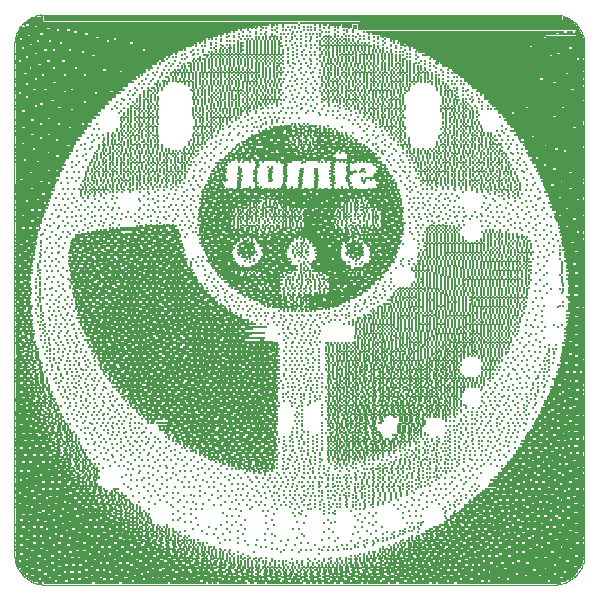
<source format=gbo>
G75*
G70*
%OFA0B0*%
%FSLAX24Y24*%
%IPPOS*%
%LPD*%
%AMOC8*
5,1,8,0,0,1.08239X$1,22.5*
%
%ADD10C,0.0010*%
%ADD11R,0.1620X0.0060*%
%ADD12R,0.0840X0.0060*%
%ADD13R,0.1560X0.0060*%
%ADD14R,0.1200X0.0060*%
%ADD15R,0.0120X0.0060*%
%ADD16R,0.0960X0.0060*%
%ADD17R,0.0180X0.0060*%
%ADD18R,0.0300X0.0060*%
%ADD19R,0.0360X0.0060*%
%ADD20R,0.0600X0.0060*%
%ADD21R,0.0660X0.0060*%
%ADD22R,0.0240X0.0060*%
%ADD23R,0.1020X0.0060*%
%ADD24R,0.0540X0.0060*%
%ADD25R,0.2160X0.0060*%
%ADD26R,0.2220X0.0060*%
%ADD27R,0.1080X0.0060*%
%ADD28R,0.0900X0.0060*%
%ADD29R,0.0720X0.0060*%
%ADD30R,0.1920X0.0060*%
%ADD31R,0.0780X0.0060*%
%ADD32R,0.1140X0.0060*%
%ADD33R,0.0420X0.0060*%
%ADD34R,0.0060X0.0060*%
%ADD35R,0.0480X0.0060*%
%ADD36R,0.1500X0.0060*%
%ADD37R,0.1860X0.0060*%
%ADD38R,0.2040X0.0060*%
%ADD39R,0.3180X0.0060*%
%ADD40R,0.2460X0.0060*%
%ADD41R,0.1680X0.0060*%
%ADD42R,0.1320X0.0060*%
%ADD43R,0.3420X0.0060*%
%ADD44R,0.1740X0.0060*%
%ADD45R,0.1380X0.0060*%
%ADD46R,0.1260X0.0060*%
%ADD47R,0.2100X0.0060*%
%ADD48R,0.2580X0.0060*%
%ADD49R,0.3900X0.0060*%
%ADD50R,0.2940X0.0060*%
%ADD51R,0.1980X0.0060*%
%ADD52R,0.2760X0.0060*%
%ADD53R,0.1440X0.0060*%
%ADD54R,0.3060X0.0060*%
%ADD55R,0.3480X0.0060*%
%ADD56R,0.2520X0.0060*%
%ADD57R,0.1800X0.0060*%
%ADD58R,0.3240X0.0060*%
%ADD59R,0.3660X0.0060*%
%ADD60R,0.2820X0.0060*%
%ADD61R,0.2400X0.0060*%
%ADD62R,0.2340X0.0060*%
%ADD63R,0.2280X0.0060*%
%ADD64R,0.6180X0.0060*%
%ADD65R,0.2700X0.0060*%
%ADD66R,0.2640X0.0060*%
%ADD67R,0.2880X0.0060*%
%ADD68R,0.3000X0.0060*%
%ADD69R,0.3120X0.0060*%
%ADD70R,0.3360X0.0060*%
%ADD71R,0.3600X0.0060*%
%ADD72R,0.3720X0.0060*%
%ADD73R,0.3780X0.0060*%
%ADD74R,0.4020X0.0060*%
%ADD75R,0.4140X0.0060*%
%ADD76R,0.4200X0.0060*%
%ADD77R,0.4380X0.0060*%
%ADD78R,0.4440X0.0060*%
%ADD79R,0.4560X0.0060*%
%ADD80R,0.4740X0.0060*%
%ADD81R,0.4800X0.0060*%
%ADD82R,0.4920X0.0060*%
%ADD83R,0.4980X0.0060*%
%ADD84R,0.4620X0.0060*%
%ADD85R,0.5160X0.0060*%
%ADD86R,0.4260X0.0060*%
%ADD87R,0.5520X0.0060*%
%ADD88R,0.5640X0.0060*%
%ADD89R,0.5400X0.0060*%
%ADD90R,0.5220X0.0060*%
%ADD91R,0.5880X0.0060*%
%ADD92R,0.4080X0.0060*%
%ADD93R,0.5940X0.0060*%
%ADD94R,0.6120X0.0060*%
%ADD95R,0.6240X0.0060*%
%ADD96R,0.6480X0.0060*%
%ADD97R,0.3840X0.0060*%
%ADD98R,0.5280X0.0060*%
%ADD99R,0.6300X0.0060*%
%ADD100R,0.6600X0.0060*%
%ADD101R,0.6540X0.0060*%
%ADD102R,0.7260X0.0060*%
%ADD103R,0.8040X0.0060*%
%ADD104R,0.3510X0.0060*%
%ADD105R,0.0060X0.0030*%
%ADD106R,0.0570X0.0060*%
%ADD107R,0.0030X0.0030*%
%ADD108R,0.2070X0.0060*%
%ADD109R,0.0690X0.0060*%
%ADD110R,0.0390X0.0060*%
%ADD111R,0.0150X0.0060*%
%ADD112R,0.1830X0.0060*%
%ADD113R,0.0510X0.0060*%
%ADD114R,0.0270X0.0060*%
%ADD115R,0.0630X0.0060*%
%ADD116R,0.1410X0.0060*%
%ADD117R,0.0330X0.0060*%
%ADD118R,0.0750X0.0060*%
%ADD119R,0.0090X0.0030*%
%ADD120R,0.1890X0.0060*%
%ADD121R,0.0030X0.0060*%
%ADD122R,0.0090X0.0060*%
%ADD123R,1.0560X0.0240*%
%ADD124R,0.9150X0.0060*%
%ADD125R,0.7080X0.0060*%
%ADD126R,0.6540X0.0180*%
%ADD127R,0.0030X0.0180*%
%ADD128R,0.0150X0.0150*%
%ADD129R,0.0090X0.0120*%
%ADD130R,0.0060X0.0090*%
%ADD131R,0.7290X0.0240*%
%ADD132R,0.0180X0.0180*%
%ADD133R,0.0360X0.0120*%
%ADD134R,0.5580X0.0060*%
%ADD135R,0.1200X0.0090*%
%ADD136R,0.0060X0.0330*%
%ADD137R,0.0030X0.0270*%
%ADD138R,0.0030X0.0240*%
%ADD139R,0.0030X0.0120*%
%ADD140R,0.0990X0.0030*%
%ADD141R,0.9120X0.0060*%
%ADD142R,0.0570X0.0030*%
%ADD143R,0.0540X0.0030*%
%ADD144R,0.0480X0.0030*%
%ADD145R,0.0330X0.0090*%
%ADD146R,0.0180X0.0030*%
D10*
X000131Y001111D02*
X000131Y018111D01*
X000133Y018171D01*
X000138Y018232D01*
X000147Y018291D01*
X000160Y018350D01*
X000176Y018409D01*
X000196Y018466D01*
X000219Y018521D01*
X000246Y018576D01*
X000275Y018628D01*
X000308Y018679D01*
X000344Y018728D01*
X000382Y018774D01*
X000424Y018818D01*
X000468Y018860D01*
X000514Y018898D01*
X000563Y018934D01*
X000614Y018967D01*
X000666Y018996D01*
X000721Y019023D01*
X000776Y019046D01*
X000833Y019066D01*
X000892Y019082D01*
X000951Y019095D01*
X001010Y019104D01*
X001071Y019109D01*
X001131Y019111D01*
X018131Y019111D01*
X018191Y019109D01*
X018252Y019104D01*
X018311Y019095D01*
X018370Y019082D01*
X018429Y019066D01*
X018486Y019046D01*
X018541Y019023D01*
X018596Y018996D01*
X018648Y018967D01*
X018699Y018934D01*
X018748Y018898D01*
X018794Y018860D01*
X018838Y018818D01*
X018880Y018774D01*
X018918Y018728D01*
X018954Y018679D01*
X018987Y018628D01*
X019016Y018576D01*
X019043Y018521D01*
X019066Y018466D01*
X019086Y018409D01*
X019102Y018350D01*
X019115Y018291D01*
X019124Y018232D01*
X019129Y018171D01*
X019131Y018111D01*
X019131Y001111D01*
X019129Y001051D01*
X019124Y000990D01*
X019115Y000931D01*
X019102Y000872D01*
X019086Y000813D01*
X019066Y000756D01*
X019043Y000701D01*
X019016Y000646D01*
X018987Y000594D01*
X018954Y000543D01*
X018918Y000494D01*
X018880Y000448D01*
X018838Y000404D01*
X018794Y000362D01*
X018748Y000324D01*
X018699Y000288D01*
X018648Y000255D01*
X018596Y000226D01*
X018541Y000199D01*
X018486Y000176D01*
X018429Y000156D01*
X018370Y000140D01*
X018311Y000127D01*
X018252Y000118D01*
X018191Y000113D01*
X018131Y000111D01*
X001131Y000111D01*
X001071Y000113D01*
X001010Y000118D01*
X000951Y000127D01*
X000892Y000140D01*
X000833Y000156D01*
X000776Y000176D01*
X000721Y000199D01*
X000666Y000226D01*
X000614Y000255D01*
X000563Y000288D01*
X000514Y000324D01*
X000468Y000362D01*
X000424Y000404D01*
X000382Y000448D01*
X000344Y000494D01*
X000308Y000543D01*
X000275Y000594D01*
X000246Y000646D01*
X000219Y000701D01*
X000196Y000756D01*
X000176Y000813D01*
X000160Y000872D01*
X000147Y000931D01*
X000138Y000990D01*
X000133Y001051D01*
X000131Y001111D01*
D11*
X001031Y000771D03*
X001931Y000171D03*
X003191Y000771D03*
X002831Y001671D03*
X000971Y002871D03*
X001151Y003171D03*
X000971Y004371D03*
X003911Y007311D03*
X004331Y009591D03*
X003611Y010491D03*
X005411Y010311D03*
X007931Y007851D03*
X007751Y006351D03*
X010931Y009771D03*
X011351Y010191D03*
X009731Y012891D03*
X011111Y014691D03*
X018311Y013911D03*
X018311Y002211D03*
X018311Y001971D03*
X017591Y002091D03*
X016631Y000591D03*
X000971Y013971D03*
X000971Y014151D03*
X000971Y016551D03*
D12*
X000581Y016131D03*
X000581Y015471D03*
X000581Y014991D03*
X000581Y013551D03*
X000581Y012111D03*
X000581Y012051D03*
X000581Y011931D03*
X002321Y011031D03*
X002381Y010191D03*
X002441Y009831D03*
X003761Y008091D03*
X005321Y008331D03*
X005741Y009111D03*
X005501Y009411D03*
X005501Y009771D03*
X006521Y009531D03*
X006641Y009351D03*
X008081Y008331D03*
X007541Y007671D03*
X006581Y005991D03*
X006101Y004911D03*
X005021Y006051D03*
X004901Y005931D03*
X005441Y007011D03*
X005381Y007191D03*
X002441Y003171D03*
X002621Y002631D03*
X001661Y001971D03*
X001421Y003111D03*
X000581Y003771D03*
X000581Y005691D03*
X000581Y006411D03*
X000581Y006771D03*
X004361Y011571D03*
X007361Y012711D03*
X007781Y014331D03*
X008261Y014931D03*
X008741Y014871D03*
X010841Y014811D03*
X011981Y011751D03*
X012161Y011571D03*
X012281Y011391D03*
X012341Y011031D03*
X012401Y010971D03*
X011441Y009951D03*
X011021Y010131D03*
X010901Y009591D03*
X010601Y011091D03*
X010601Y011211D03*
X009041Y011631D03*
X004121Y017211D03*
X003281Y016491D03*
X001601Y016611D03*
X015341Y002571D03*
X016181Y001851D03*
X015581Y001491D03*
X017441Y002031D03*
X018221Y003531D03*
X018221Y003891D03*
X017261Y004551D03*
X017141Y004371D03*
X018701Y005331D03*
X018701Y005811D03*
X018701Y006111D03*
X018701Y007371D03*
X018701Y007551D03*
X018701Y007671D03*
X018701Y011751D03*
X018701Y011931D03*
X018221Y013311D03*
X018701Y017811D03*
X004481Y001131D03*
X004301Y000351D03*
X003221Y000171D03*
X001181Y000411D03*
D13*
X002201Y000831D03*
X000941Y002151D03*
X000941Y002631D03*
X001421Y003891D03*
X000941Y004251D03*
X004481Y000171D03*
X007361Y007011D03*
X007181Y008391D03*
X007481Y011751D03*
X007601Y012891D03*
X008741Y014451D03*
X003641Y010191D03*
X000941Y014031D03*
X002081Y015651D03*
X016121Y001731D03*
X016481Y003051D03*
X017681Y003231D03*
X018101Y004011D03*
X017801Y004731D03*
X017501Y004431D03*
X018341Y001431D03*
X017741Y000891D03*
X018341Y013791D03*
X018341Y014331D03*
D14*
X017861Y014571D03*
X018521Y013131D03*
X018521Y012831D03*
X018521Y006411D03*
X017801Y005151D03*
X017621Y004911D03*
X017141Y004191D03*
X017321Y003351D03*
X017741Y002931D03*
X018161Y003051D03*
X018521Y002871D03*
X017501Y000471D03*
X016241Y000471D03*
X014381Y000291D03*
X009161Y000171D03*
X005921Y000171D03*
X004361Y000591D03*
X004001Y001731D03*
X001241Y001911D03*
X001181Y003351D03*
X001181Y003651D03*
X004061Y007131D03*
X005321Y006711D03*
X005681Y006111D03*
X006161Y007071D03*
X005981Y007791D03*
X006341Y008811D03*
X007001Y008571D03*
X008381Y007611D03*
X008381Y007131D03*
X007781Y005631D03*
X003461Y008811D03*
X003221Y009351D03*
X005081Y010491D03*
X006881Y012651D03*
X007601Y010611D03*
X008741Y010791D03*
X009401Y013011D03*
X010541Y012951D03*
X002741Y011691D03*
X001001Y013611D03*
X000761Y013191D03*
X000761Y013071D03*
X000761Y013011D03*
X001661Y014991D03*
X000761Y016251D03*
D15*
X000221Y016491D03*
X000221Y017571D03*
X003101Y014751D03*
X004421Y014871D03*
X004061Y016071D03*
X004841Y016791D03*
X005081Y017571D03*
X005621Y017271D03*
X005981Y017391D03*
X006281Y017631D03*
X006461Y017631D03*
X007301Y017991D03*
X007721Y018051D03*
X007721Y018171D03*
X007721Y017931D03*
X008741Y018771D03*
X008981Y018171D03*
X008921Y017391D03*
X008981Y016971D03*
X008981Y016611D03*
X008321Y016131D03*
X007961Y016011D03*
X007721Y015891D03*
X007661Y014631D03*
X007541Y014511D03*
X007601Y014391D03*
X007601Y014271D03*
X007781Y014391D03*
X008081Y014571D03*
X008201Y014151D03*
X008261Y014091D03*
X008201Y014031D03*
X008141Y013911D03*
X008141Y013791D03*
X008141Y013671D03*
X008141Y013611D03*
X008141Y013551D03*
X008201Y013491D03*
X008201Y013371D03*
X008501Y013311D03*
X008681Y013611D03*
X008681Y013851D03*
X008681Y013971D03*
X009161Y013971D03*
X009161Y014031D03*
X009161Y013911D03*
X009161Y013851D03*
X009161Y013791D03*
X009161Y013671D03*
X009161Y013611D03*
X009161Y013551D03*
X009101Y013431D03*
X009341Y013311D03*
X009641Y013371D03*
X009641Y013431D03*
X009641Y013551D03*
X009641Y013671D03*
X009701Y013851D03*
X009701Y013971D03*
X010181Y013971D03*
X010181Y013911D03*
X010181Y013851D03*
X010181Y013791D03*
X010181Y013671D03*
X010181Y013551D03*
X010181Y013491D03*
X010181Y013431D03*
X010181Y013371D03*
X010721Y013431D03*
X010781Y013491D03*
X010721Y013551D03*
X010721Y014031D03*
X010721Y014151D03*
X010781Y014211D03*
X010841Y014571D03*
X010901Y014751D03*
X010901Y015111D03*
X010901Y015171D03*
X010661Y015291D03*
X010481Y015291D03*
X010481Y015231D03*
X010361Y015111D03*
X010061Y014991D03*
X009941Y015111D03*
X009821Y014991D03*
X009881Y014931D03*
X009821Y014871D03*
X009941Y014751D03*
X009941Y014631D03*
X009761Y014691D03*
X009641Y014751D03*
X009641Y014871D03*
X009641Y014931D03*
X009581Y014991D03*
X009641Y015051D03*
X009521Y015111D03*
X009341Y015111D03*
X009461Y014931D03*
X009461Y014751D03*
X010181Y014691D03*
X009941Y015351D03*
X011261Y014991D03*
X011501Y014931D03*
X011441Y014631D03*
X011501Y014451D03*
X011201Y014511D03*
X011261Y014151D03*
X011261Y014031D03*
X011261Y013971D03*
X011261Y013911D03*
X011261Y013731D03*
X011261Y013611D03*
X011261Y013551D03*
X011321Y013491D03*
X011261Y012951D03*
X011501Y012831D03*
X011561Y012891D03*
X011501Y012711D03*
X011501Y012591D03*
X011801Y012651D03*
X012041Y012771D03*
X012281Y012651D03*
X012221Y012411D03*
X012221Y012291D03*
X012101Y012351D03*
X012401Y012291D03*
X012161Y011991D03*
X012221Y011871D03*
X011861Y011511D03*
X011921Y011451D03*
X011441Y011571D03*
X011201Y011871D03*
X011201Y011931D03*
X011441Y012171D03*
X011141Y012351D03*
X011141Y012471D03*
X011081Y012591D03*
X010961Y012531D03*
X010961Y012351D03*
X010721Y012471D03*
X010601Y012651D03*
X010961Y012831D03*
X010241Y012351D03*
X009821Y012411D03*
X009641Y012351D03*
X009641Y012291D03*
X009521Y012411D03*
X009461Y012351D03*
X009341Y012411D03*
X009281Y012351D03*
X009341Y012291D03*
X009341Y012231D03*
X009161Y012231D03*
X009101Y012351D03*
X009161Y012411D03*
X009101Y012471D03*
X009161Y012591D03*
X009221Y012531D03*
X009341Y012591D03*
X009401Y012531D03*
X009521Y012591D03*
X009161Y012951D03*
X008981Y013131D03*
X008801Y012831D03*
X008861Y012651D03*
X008981Y012591D03*
X008801Y012471D03*
X008681Y012591D03*
X008561Y012531D03*
X008441Y012651D03*
X008381Y012591D03*
X008381Y012471D03*
X008201Y012531D03*
X008141Y012471D03*
X008201Y012411D03*
X008021Y012351D03*
X007901Y012411D03*
X007841Y012471D03*
X007721Y012531D03*
X007661Y012471D03*
X007601Y012591D03*
X007721Y012351D03*
X007601Y012291D03*
X007841Y012231D03*
X007901Y012291D03*
X008021Y012531D03*
X007961Y012591D03*
X008021Y012651D03*
X008141Y012711D03*
X008141Y012831D03*
X007721Y012951D03*
X007601Y013371D03*
X007601Y013431D03*
X007601Y013551D03*
X007661Y013611D03*
X007661Y013851D03*
X007661Y013911D03*
X007661Y013971D03*
X007181Y014091D03*
X007121Y013911D03*
X006941Y013911D03*
X006881Y014031D03*
X006761Y013911D03*
X006821Y013671D03*
X006641Y013671D03*
X006581Y013251D03*
X006641Y012771D03*
X006521Y012471D03*
X006881Y012171D03*
X006881Y011991D03*
X006821Y011631D03*
X007061Y011451D03*
X007121Y011211D03*
X006761Y010731D03*
X006881Y010611D03*
X006641Y010971D03*
X006521Y011331D03*
X006341Y011931D03*
X005681Y011391D03*
X005501Y010971D03*
X005621Y010791D03*
X005501Y010611D03*
X005501Y010431D03*
X005321Y010431D03*
X005261Y010251D03*
X005441Y010251D03*
X005621Y010251D03*
X005561Y010071D03*
X005381Y010071D03*
X005441Y009891D03*
X005261Y009891D03*
X005381Y009711D03*
X005561Y009711D03*
X005741Y009711D03*
X005681Y009531D03*
X005501Y009531D03*
X005501Y009351D03*
X005681Y009351D03*
X005621Y009171D03*
X005441Y009171D03*
X005561Y008991D03*
X005741Y008991D03*
X005621Y008811D03*
X005261Y008571D03*
X005321Y008391D03*
X005021Y008631D03*
X004961Y008811D03*
X005081Y008991D03*
X004961Y009171D03*
X004781Y009351D03*
X004661Y009531D03*
X004781Y009711D03*
X004781Y009891D03*
X004841Y010071D03*
X004661Y010071D03*
X004781Y010251D03*
X004781Y010431D03*
X004781Y010611D03*
X004781Y010791D03*
X004601Y010791D03*
X004601Y010611D03*
X004481Y010971D03*
X004901Y010971D03*
X005021Y011151D03*
X004961Y011331D03*
X004841Y011751D03*
X004901Y011931D03*
X005261Y012111D03*
X004361Y012051D03*
X004121Y011871D03*
X004061Y011691D03*
X004181Y011511D03*
X004001Y011331D03*
X004001Y011151D03*
X003701Y011451D03*
X003401Y011811D03*
X003161Y011931D03*
X003041Y011751D03*
X002861Y011751D03*
X002861Y011391D03*
X002681Y011391D03*
X002441Y011511D03*
X002261Y011511D03*
X002021Y011271D03*
X002141Y010971D03*
X002081Y010851D03*
X002021Y010731D03*
X002081Y010371D03*
X002141Y010251D03*
X002201Y010131D03*
X002381Y010131D03*
X002561Y010131D03*
X002561Y010311D03*
X002441Y010431D03*
X002381Y010611D03*
X002561Y010611D03*
X003101Y010851D03*
X003161Y011031D03*
X003581Y010791D03*
X003461Y010611D03*
X003401Y010431D03*
X003581Y010431D03*
X003461Y010251D03*
X003281Y010251D03*
X003161Y010131D03*
X003701Y010131D03*
X003941Y010251D03*
X004121Y010251D03*
X004061Y010431D03*
X004061Y010611D03*
X004061Y010071D03*
X004241Y010071D03*
X004121Y009891D03*
X003941Y009891D03*
X004001Y009711D03*
X004001Y009531D03*
X003821Y009531D03*
X003941Y009351D03*
X004121Y009351D03*
X004121Y009171D03*
X003941Y009171D03*
X004061Y008991D03*
X004241Y008991D03*
X004181Y008811D03*
X004181Y008631D03*
X004361Y008631D03*
X004241Y008451D03*
X004061Y008451D03*
X004181Y008271D03*
X004361Y008271D03*
X004301Y008091D03*
X004301Y007911D03*
X004481Y007911D03*
X004361Y007731D03*
X004181Y007731D03*
X004241Y007551D03*
X004061Y007551D03*
X004121Y007371D03*
X004301Y007371D03*
X004241Y007191D03*
X004121Y007011D03*
X004061Y006831D03*
X003881Y006831D03*
X003761Y006951D03*
X003881Y007251D03*
X004241Y006831D03*
X004241Y006651D03*
X004241Y006471D03*
X004061Y006351D03*
X004121Y006231D03*
X004301Y006051D03*
X004361Y005931D03*
X004481Y006051D03*
X004721Y006171D03*
X004841Y005991D03*
X005141Y005811D03*
X004841Y005691D03*
X004721Y005511D03*
X005201Y005211D03*
X005261Y005331D03*
X005561Y004911D03*
X005621Y004851D03*
X005921Y004851D03*
X005921Y004971D03*
X006101Y004851D03*
X006041Y004731D03*
X006041Y004551D03*
X006341Y004491D03*
X006461Y004611D03*
X006701Y004851D03*
X006521Y005031D03*
X006521Y005331D03*
X006341Y005331D03*
X006401Y005511D03*
X006101Y005631D03*
X005921Y005631D03*
X006041Y005451D03*
X006041Y005271D03*
X006701Y005931D03*
X006821Y006111D03*
X007061Y005811D03*
X007301Y005571D03*
X007361Y005391D03*
X006941Y005451D03*
X006761Y005451D03*
X006521Y006231D03*
X006461Y006411D03*
X006581Y006591D03*
X006461Y006771D03*
X006341Y006951D03*
X006281Y007131D03*
X006221Y007311D03*
X006401Y007311D03*
X006341Y007491D03*
X006341Y007671D03*
X006161Y007671D03*
X006161Y007491D03*
X006101Y007851D03*
X006101Y008031D03*
X006281Y008031D03*
X006281Y007851D03*
X006581Y007971D03*
X006581Y008151D03*
X006761Y008151D03*
X006761Y007971D03*
X006701Y007791D03*
X006881Y007791D03*
X006821Y007611D03*
X006641Y007611D03*
X006761Y007431D03*
X006761Y007251D03*
X007001Y006951D03*
X006941Y006771D03*
X007121Y006771D03*
X007061Y006591D03*
X007241Y006591D03*
X007121Y006411D03*
X007121Y006231D03*
X007421Y006291D03*
X007661Y006051D03*
X007781Y006231D03*
X007721Y006411D03*
X007661Y006591D03*
X007841Y006591D03*
X007721Y006771D03*
X007721Y006951D03*
X008021Y006891D03*
X008261Y007011D03*
X008441Y007011D03*
X008381Y007191D03*
X008201Y007191D03*
X008261Y007371D03*
X008081Y007371D03*
X008201Y007551D03*
X008201Y007731D03*
X008381Y007731D03*
X008381Y007551D03*
X008561Y007551D03*
X008441Y007371D03*
X008561Y007191D03*
X008801Y007071D03*
X008801Y007431D03*
X008501Y007911D03*
X008321Y007911D03*
X008141Y007911D03*
X008201Y008091D03*
X008021Y008091D03*
X007781Y007971D03*
X007601Y007971D03*
X007421Y007971D03*
X007241Y007971D03*
X007301Y008151D03*
X007481Y008151D03*
X007661Y008151D03*
X007541Y008331D03*
X007361Y008331D03*
X007181Y008331D03*
X007241Y008511D03*
X007241Y008691D03*
X007421Y008691D03*
X007421Y008511D03*
X007301Y008871D03*
X006821Y008871D03*
X006641Y008871D03*
X006461Y008871D03*
X006401Y009051D03*
X006401Y009231D03*
X006581Y009231D03*
X006581Y009051D03*
X006521Y008691D03*
X006701Y008691D03*
X006701Y008511D03*
X006701Y008331D03*
X006521Y008331D03*
X006281Y008391D03*
X006281Y008571D03*
X006101Y008571D03*
X006101Y008391D03*
X006161Y008211D03*
X005981Y008211D03*
X006161Y008751D03*
X005981Y009231D03*
X006161Y009891D03*
X006221Y010071D03*
X005741Y010071D03*
X005621Y009891D03*
X004661Y008511D03*
X004421Y007551D03*
X004481Y007071D03*
X004601Y006891D03*
X004901Y007011D03*
X005021Y006831D03*
X005081Y006651D03*
X004901Y006651D03*
X005021Y006471D03*
X005261Y006351D03*
X005201Y006171D03*
X005981Y006171D03*
X006041Y005991D03*
X005981Y006531D03*
X005981Y007011D03*
X005921Y007191D03*
X005501Y007431D03*
X005381Y007611D03*
X005381Y007251D03*
X005441Y007071D03*
X003941Y006651D03*
X003761Y006351D03*
X003581Y006591D03*
X003641Y006651D03*
X003281Y006951D03*
X003161Y007191D03*
X003221Y007251D03*
X003161Y007371D03*
X003041Y007491D03*
X002981Y007431D03*
X003101Y007731D03*
X003281Y007731D03*
X003461Y007731D03*
X003401Y007911D03*
X003701Y008031D03*
X003101Y008271D03*
X002921Y008271D03*
X003041Y008451D03*
X003161Y008571D03*
X003341Y008571D03*
X003281Y008751D03*
X003161Y008931D03*
X003161Y009111D03*
X003461Y009051D03*
X003461Y009231D03*
X003641Y009231D03*
X003641Y009051D03*
X003581Y008871D03*
X003761Y008871D03*
X003641Y008691D03*
X003521Y009411D03*
X002561Y009591D03*
X002441Y009771D03*
X002261Y009771D03*
X002201Y009651D03*
X002321Y009291D03*
X002501Y008811D03*
X002441Y008691D03*
X002621Y008571D03*
X002561Y008451D03*
X002801Y008091D03*
X002921Y007851D03*
X003401Y007251D03*
X001721Y005691D03*
X001661Y005631D03*
X001661Y005511D03*
X001661Y005451D03*
X001601Y005391D03*
X001601Y005331D03*
X001601Y005271D03*
X001781Y005271D03*
X001781Y005331D03*
X001781Y005391D03*
X001841Y005451D03*
X001961Y005271D03*
X001841Y005211D03*
X001841Y005151D03*
X001901Y005091D03*
X001841Y005031D03*
X001901Y004971D03*
X002021Y005031D03*
X002021Y005151D03*
X002021Y004911D03*
X002081Y004731D03*
X002021Y004671D03*
X001901Y004731D03*
X001781Y004791D03*
X001601Y004851D03*
X001841Y004611D03*
X001841Y004491D03*
X002021Y004371D03*
X001961Y004251D03*
X002141Y004311D03*
X002201Y004371D03*
X002141Y004491D03*
X002261Y004551D03*
X002201Y004671D03*
X002381Y004611D03*
X002441Y004491D03*
X002321Y004431D03*
X002261Y004251D03*
X002381Y004191D03*
X002441Y004251D03*
X002621Y004251D03*
X002681Y004131D03*
X002621Y004071D03*
X002561Y003951D03*
X002621Y003891D03*
X002681Y003771D03*
X002621Y003711D03*
X002621Y003651D03*
X002681Y003531D03*
X002681Y003471D03*
X002801Y003351D03*
X002801Y003291D03*
X002861Y003411D03*
X002861Y003471D03*
X002981Y003351D03*
X002981Y003291D03*
X002981Y003231D03*
X003041Y003051D03*
X003161Y003111D03*
X003221Y003051D03*
X003221Y002991D03*
X003341Y003111D03*
X003341Y003171D03*
X003641Y003051D03*
X003641Y002931D03*
X003581Y002871D03*
X003701Y002811D03*
X003641Y002691D03*
X003821Y002751D03*
X003941Y002691D03*
X004061Y002631D03*
X004241Y002451D03*
X004361Y002511D03*
X004361Y002391D03*
X004421Y002331D03*
X004541Y002391D03*
X004541Y002211D03*
X004661Y002151D03*
X004721Y001971D03*
X004721Y001911D03*
X004721Y001791D03*
X004541Y001791D03*
X004541Y001971D03*
X004361Y002031D03*
X004361Y002151D03*
X004361Y002211D03*
X004121Y001911D03*
X004061Y001791D03*
X004241Y001791D03*
X004601Y001611D03*
X004781Y001551D03*
X004721Y001251D03*
X005021Y001131D03*
X005261Y001251D03*
X005261Y001371D03*
X005261Y001491D03*
X005321Y001611D03*
X005261Y001731D03*
X005201Y001671D03*
X005081Y001731D03*
X005021Y001791D03*
X005021Y001911D03*
X004901Y001971D03*
X005141Y001851D03*
X005021Y001671D03*
X005021Y001611D03*
X005441Y001551D03*
X005441Y001491D03*
X005441Y001431D03*
X005441Y001251D03*
X005501Y001131D03*
X005681Y001071D03*
X005801Y000951D03*
X005861Y001191D03*
X005921Y001251D03*
X005921Y001311D03*
X005981Y001371D03*
X006101Y001311D03*
X006041Y001191D03*
X006221Y001191D03*
X006221Y001251D03*
X006281Y001131D03*
X006221Y001071D03*
X006401Y001071D03*
X006461Y001131D03*
X006401Y001191D03*
X006581Y001191D03*
X006701Y001071D03*
X006821Y001011D03*
X006821Y000831D03*
X007001Y000831D03*
X007061Y000951D03*
X007181Y000891D03*
X007301Y000831D03*
X007301Y000711D03*
X007601Y000711D03*
X007601Y000651D03*
X007661Y000771D03*
X007781Y000711D03*
X007781Y000651D03*
X007721Y000591D03*
X007901Y000591D03*
X008201Y000591D03*
X008261Y000651D03*
X008441Y000711D03*
X008501Y000591D03*
X008501Y000531D03*
X008681Y000531D03*
X008681Y000591D03*
X008681Y000471D03*
X008861Y000471D03*
X009161Y000471D03*
X009161Y000531D03*
X009341Y000471D03*
X009521Y000471D03*
X009581Y000231D03*
X009401Y000231D03*
X009821Y000471D03*
X010061Y000531D03*
X010061Y000411D03*
X010061Y000291D03*
X010121Y000171D03*
X010301Y000171D03*
X010241Y000471D03*
X010181Y000591D03*
X010481Y000591D03*
X010481Y000531D03*
X010661Y000531D03*
X010661Y000591D03*
X010841Y000591D03*
X010841Y000651D03*
X010841Y000531D03*
X011021Y000591D03*
X011021Y000651D03*
X011021Y000711D03*
X011201Y000711D03*
X011201Y000591D03*
X011381Y000711D03*
X011381Y000771D03*
X011321Y000831D03*
X011321Y000951D03*
X011501Y000951D03*
X011501Y000831D03*
X011561Y000771D03*
X011561Y000711D03*
X011861Y000771D03*
X011921Y000891D03*
X011921Y000951D03*
X012101Y000951D03*
X012161Y001011D03*
X012281Y001071D03*
X012341Y001011D03*
X012461Y001071D03*
X012521Y001011D03*
X012461Y001191D03*
X012641Y001251D03*
X012761Y001191D03*
X012761Y001131D03*
X012821Y001251D03*
X012821Y001311D03*
X013001Y001311D03*
X013001Y001251D03*
X012941Y001131D03*
X013121Y001131D03*
X013301Y001431D03*
X013301Y001491D03*
X013241Y001551D03*
X013121Y001491D03*
X013481Y001431D03*
X013601Y001311D03*
X013661Y001431D03*
X013841Y001611D03*
X013961Y001491D03*
X013781Y001071D03*
X013841Y000831D03*
X013661Y000831D03*
X013721Y000651D03*
X013781Y000471D03*
X013661Y000291D03*
X013421Y000531D03*
X013421Y000711D03*
X012941Y000651D03*
X012821Y000891D03*
X012581Y000591D03*
X012161Y000651D03*
X012041Y000771D03*
X012161Y000411D03*
X012041Y000291D03*
X011861Y000291D03*
X011801Y000171D03*
X010781Y000291D03*
X008201Y000291D03*
X007181Y000291D03*
X006821Y000171D03*
X006641Y000171D03*
X006521Y000591D03*
X006581Y000711D03*
X006401Y000951D03*
X006221Y000891D03*
X006341Y000591D03*
X005861Y000591D03*
X005741Y001251D03*
X005801Y001371D03*
X005741Y001491D03*
X005621Y001551D03*
X005441Y001731D03*
X005981Y001611D03*
X006281Y001491D03*
X006641Y001371D03*
X005021Y000351D03*
X004841Y000351D03*
X003881Y001611D03*
X003641Y001851D03*
X003641Y002031D03*
X003281Y002511D03*
X003161Y002631D03*
X003101Y002751D03*
X003041Y002871D03*
X002861Y002871D03*
X002741Y002991D03*
X002681Y002871D03*
X002561Y002991D03*
X002621Y003111D03*
X002561Y003231D03*
X002441Y003111D03*
X002381Y003351D03*
X002201Y003351D03*
X002081Y003531D03*
X002021Y003831D03*
X002261Y003951D03*
X002261Y004011D03*
X002441Y004011D03*
X002441Y004071D03*
X002501Y003771D03*
X002441Y003711D03*
X002801Y003711D03*
X002861Y003771D03*
X002921Y003891D03*
X002861Y003951D03*
X002741Y004011D03*
X002921Y003651D03*
X003401Y002811D03*
X003341Y002691D03*
X003101Y002511D03*
X002921Y002511D03*
X002741Y002511D03*
X003761Y002991D03*
X003821Y003051D03*
X001781Y004131D03*
X001721Y003951D03*
X001541Y004311D03*
X001121Y004911D03*
X001181Y005271D03*
X001421Y005331D03*
X001421Y005211D03*
X001481Y005451D03*
X001541Y005571D03*
X001541Y005691D03*
X001541Y005751D03*
X001481Y005871D03*
X001421Y005991D03*
X001481Y006111D03*
X001361Y006171D03*
X001301Y006231D03*
X001301Y006351D03*
X001361Y006411D03*
X001301Y006471D03*
X001241Y006591D03*
X001241Y006651D03*
X001121Y006711D03*
X001121Y006771D03*
X001061Y006831D03*
X001061Y006891D03*
X001061Y006951D03*
X001061Y007011D03*
X001061Y007071D03*
X001061Y007131D03*
X001001Y007191D03*
X000881Y007131D03*
X000881Y007011D03*
X000881Y006891D03*
X000881Y006831D03*
X000701Y006831D03*
X000581Y006951D03*
X000581Y007191D03*
X000521Y007431D03*
X000461Y007551D03*
X000701Y007671D03*
X000881Y007671D03*
X000881Y007731D03*
X000881Y007791D03*
X000881Y007851D03*
X000881Y007971D03*
X000461Y008091D03*
X000221Y008151D03*
X000221Y008391D03*
X000521Y008511D03*
X000461Y008631D03*
X000641Y008751D03*
X000521Y008871D03*
X000461Y008991D03*
X000641Y009291D03*
X000641Y009351D03*
X000581Y009471D03*
X000581Y009591D03*
X000461Y009711D03*
X000521Y009831D03*
X000641Y009951D03*
X000581Y010071D03*
X000461Y010431D03*
X000221Y010731D03*
X000221Y011091D03*
X000821Y011751D03*
X001001Y012351D03*
X001661Y013911D03*
X004961Y013731D03*
X005981Y014091D03*
X006221Y014571D03*
X006401Y014991D03*
X007121Y013671D03*
X007361Y013311D03*
X007061Y013131D03*
X007061Y012951D03*
X007241Y012951D03*
X007121Y012771D03*
X007121Y012591D03*
X007301Y012591D03*
X007301Y012231D03*
X007541Y011871D03*
X007721Y011991D03*
X007901Y011991D03*
X007901Y011931D03*
X008201Y011931D03*
X008441Y011991D03*
X008621Y011991D03*
X008801Y011931D03*
X008921Y011991D03*
X008921Y012051D03*
X009281Y011511D03*
X009221Y011331D03*
X009041Y011331D03*
X008441Y011811D03*
X008381Y011751D03*
X008021Y011511D03*
X007961Y011271D03*
X007781Y011091D03*
X007781Y010551D03*
X007841Y010491D03*
X007601Y010551D03*
X008321Y010611D03*
X008321Y010851D03*
X008621Y010311D03*
X008801Y010311D03*
X008681Y010131D03*
X008561Y010011D03*
X008561Y009951D03*
X008141Y009831D03*
X008621Y009411D03*
X008801Y009411D03*
X008981Y009411D03*
X008981Y009531D03*
X008981Y009711D03*
X009161Y009711D03*
X009161Y009651D03*
X009281Y009771D03*
X009461Y009771D03*
X009641Y009771D03*
X009701Y009651D03*
X009701Y009531D03*
X009701Y009471D03*
X009701Y009291D03*
X009881Y009231D03*
X010181Y009831D03*
X010421Y010311D03*
X010361Y010431D03*
X010901Y009951D03*
X011681Y009831D03*
X011621Y010431D03*
X011621Y010491D03*
X011921Y010611D03*
X012161Y010731D03*
X012281Y010911D03*
X012461Y011091D03*
X012401Y011331D03*
X012701Y010911D03*
X012281Y010551D03*
X012161Y010371D03*
X012701Y009711D03*
X012881Y009531D03*
X012641Y009351D03*
X012401Y009171D03*
X012401Y009051D03*
X012221Y009171D03*
X011981Y008991D03*
X011801Y008991D03*
X011621Y008991D03*
X011561Y008871D03*
X011561Y008631D03*
X011741Y008631D03*
X011801Y008451D03*
X011621Y008331D03*
X011441Y008151D03*
X011561Y008031D03*
X011741Y008091D03*
X011921Y008091D03*
X011981Y007971D03*
X011921Y007911D03*
X012041Y007791D03*
X012101Y007731D03*
X012101Y007611D03*
X012221Y007671D03*
X012281Y007611D03*
X012401Y007671D03*
X012341Y007791D03*
X012401Y007851D03*
X012401Y007971D03*
X012341Y008031D03*
X012221Y008151D03*
X012101Y008091D03*
X011981Y008271D03*
X012161Y008331D03*
X012341Y008451D03*
X012401Y008271D03*
X012461Y008211D03*
X012581Y007971D03*
X012521Y007911D03*
X012641Y007791D03*
X012701Y007851D03*
X012701Y007731D03*
X012701Y007611D03*
X012641Y007491D03*
X012521Y007431D03*
X012581Y007371D03*
X012581Y007251D03*
X012581Y007191D03*
X012641Y007131D03*
X012641Y007011D03*
X012581Y006951D03*
X012581Y006891D03*
X012761Y006951D03*
X012821Y007011D03*
X012941Y006951D03*
X013001Y007011D03*
X013061Y007131D03*
X013061Y007251D03*
X013181Y007191D03*
X013241Y007251D03*
X013361Y007191D03*
X013301Y007071D03*
X013361Y007011D03*
X013301Y006951D03*
X013361Y006891D03*
X013481Y006951D03*
X013541Y007011D03*
X013541Y006891D03*
X013481Y006831D03*
X013541Y006771D03*
X013481Y006711D03*
X013541Y006591D03*
X013541Y006531D03*
X013541Y006411D03*
X013661Y006471D03*
X013721Y006531D03*
X013721Y006591D03*
X013841Y006471D03*
X013901Y006531D03*
X013901Y006411D03*
X013841Y006351D03*
X013841Y006291D03*
X013961Y006231D03*
X014021Y006351D03*
X014081Y006411D03*
X014021Y006471D03*
X014081Y006531D03*
X014021Y006591D03*
X014201Y006471D03*
X014201Y006351D03*
X014141Y006231D03*
X014141Y006171D03*
X014261Y006111D03*
X014321Y006171D03*
X014321Y006051D03*
X014201Y005991D03*
X014261Y005931D03*
X014141Y005811D03*
X014141Y005691D03*
X014261Y005751D03*
X014441Y005751D03*
X014441Y005931D03*
X014501Y006051D03*
X014621Y006171D03*
X014501Y006231D03*
X014621Y006351D03*
X014741Y006471D03*
X014861Y006411D03*
X014801Y006291D03*
X014501Y006531D03*
X014501Y006651D03*
X014621Y006591D03*
X014741Y006711D03*
X014621Y006771D03*
X014741Y006891D03*
X014801Y007011D03*
X014681Y007071D03*
X014681Y007191D03*
X014801Y007251D03*
X014801Y007371D03*
X014741Y007491D03*
X014861Y007551D03*
X014921Y007491D03*
X014981Y007731D03*
X014921Y007851D03*
X014861Y007971D03*
X014801Y008031D03*
X014921Y008151D03*
X014981Y008211D03*
X015101Y008331D03*
X015161Y008511D03*
X015161Y008691D03*
X015221Y008811D03*
X015161Y008991D03*
X015281Y009111D03*
X015521Y009171D03*
X015701Y009291D03*
X015821Y009171D03*
X015701Y008871D03*
X015461Y008931D03*
X015401Y008571D03*
X015341Y008451D03*
X015341Y008271D03*
X015401Y008211D03*
X015341Y008091D03*
X015161Y008091D03*
X015101Y008031D03*
X015101Y007851D03*
X015281Y007791D03*
X015401Y007911D03*
X015521Y007851D03*
X015641Y007971D03*
X015641Y008271D03*
X015641Y008451D03*
X015821Y008211D03*
X015941Y008571D03*
X016541Y007851D03*
X016001Y007551D03*
X015761Y007731D03*
X015281Y007011D03*
X015521Y006831D03*
X015101Y006711D03*
X014921Y006711D03*
X014921Y006891D03*
X014981Y007011D03*
X014861Y007131D03*
X014561Y007131D03*
X014501Y007071D03*
X014381Y007011D03*
X014321Y007071D03*
X014381Y007191D03*
X014381Y007311D03*
X014441Y007371D03*
X014381Y007431D03*
X014201Y007431D03*
X014201Y007551D03*
X014261Y007611D03*
X014321Y007731D03*
X014441Y007671D03*
X014501Y007731D03*
X014621Y007791D03*
X014741Y007851D03*
X014801Y007731D03*
X014741Y007671D03*
X014561Y007491D03*
X014621Y007371D03*
X014501Y007251D03*
X014201Y007251D03*
X014141Y007131D03*
X014141Y007071D03*
X014021Y007251D03*
X013901Y007371D03*
X013841Y007431D03*
X013901Y007491D03*
X014021Y007551D03*
X014021Y007431D03*
X013841Y007311D03*
X013841Y007191D03*
X013841Y007071D03*
X013841Y006951D03*
X013721Y007011D03*
X013661Y006951D03*
X013721Y006891D03*
X013661Y006831D03*
X013721Y007131D03*
X013661Y007191D03*
X013721Y007251D03*
X013661Y007311D03*
X013721Y007371D03*
X013661Y007431D03*
X013721Y007611D03*
X013961Y007671D03*
X014081Y007791D03*
X014201Y007851D03*
X014321Y007911D03*
X014381Y008031D03*
X014441Y008091D03*
X014561Y007971D03*
X014501Y007911D03*
X014621Y008091D03*
X014681Y008211D03*
X014621Y008271D03*
X014801Y008271D03*
X014741Y008451D03*
X014921Y008451D03*
X014921Y008631D03*
X014981Y008691D03*
X014561Y009051D03*
X014681Y009231D03*
X014441Y009411D03*
X014261Y009411D03*
X014081Y009591D03*
X013901Y009591D03*
X013721Y009351D03*
X013481Y009291D03*
X013541Y009171D03*
X013481Y008991D03*
X013661Y008811D03*
X013721Y008571D03*
X013541Y008571D03*
X013361Y008631D03*
X013181Y008631D03*
X013241Y008331D03*
X013361Y008211D03*
X013481Y008091D03*
X013541Y007911D03*
X013421Y007851D03*
X013301Y007791D03*
X013241Y007671D03*
X013121Y007791D03*
X012941Y007671D03*
X013001Y007491D03*
X012941Y007371D03*
X012881Y007251D03*
X012761Y007191D03*
X012701Y007311D03*
X012761Y007371D03*
X012821Y007491D03*
X012521Y007731D03*
X012881Y007971D03*
X013001Y008091D03*
X013181Y008091D03*
X013301Y007971D03*
X013421Y007671D03*
X013361Y007431D03*
X013481Y007311D03*
X013541Y007251D03*
X013181Y007431D03*
X013181Y007011D03*
X013121Y006951D03*
X012941Y006831D03*
X013001Y006771D03*
X012821Y006771D03*
X012701Y006711D03*
X012581Y006651D03*
X012581Y006591D03*
X012641Y006531D03*
X012581Y006471D03*
X012641Y006411D03*
X012581Y006351D03*
X012581Y006291D03*
X012461Y006411D03*
X012461Y006531D03*
X012281Y006591D03*
X012161Y006531D03*
X012101Y006591D03*
X011981Y006651D03*
X011921Y006471D03*
X011981Y006411D03*
X012161Y006411D03*
X012101Y006231D03*
X011981Y006171D03*
X011921Y006051D03*
X011921Y005991D03*
X011981Y005931D03*
X011981Y005871D03*
X011981Y005751D03*
X011861Y005811D03*
X011801Y005871D03*
X011801Y005931D03*
X011741Y005991D03*
X011741Y006051D03*
X011681Y006111D03*
X011681Y006171D03*
X011801Y006231D03*
X011561Y006291D03*
X011441Y006411D03*
X011381Y006471D03*
X011381Y006591D03*
X011441Y006711D03*
X011501Y006831D03*
X011561Y006771D03*
X011681Y006831D03*
X011621Y006951D03*
X011561Y007071D03*
X011501Y007191D03*
X011381Y007131D03*
X011321Y007191D03*
X011201Y007131D03*
X011141Y007011D03*
X011021Y007071D03*
X010901Y007131D03*
X010901Y007251D03*
X011021Y007311D03*
X011141Y007371D03*
X011321Y007371D03*
X011441Y007431D03*
X011501Y007371D03*
X011561Y007491D03*
X011621Y007611D03*
X011501Y007671D03*
X011621Y007791D03*
X011681Y007851D03*
X011801Y007671D03*
X011801Y007551D03*
X011921Y007611D03*
X011921Y007731D03*
X011861Y007431D03*
X011861Y007371D03*
X011861Y007251D03*
X011981Y007191D03*
X011981Y007071D03*
X011981Y006891D03*
X012101Y006831D03*
X012161Y006891D03*
X012161Y007011D03*
X012281Y007071D03*
X012281Y006951D03*
X012461Y007131D03*
X012281Y007311D03*
X012341Y007431D03*
X012401Y007371D03*
X012221Y007491D03*
X012161Y007431D03*
X012161Y007251D03*
X011741Y007071D03*
X011681Y007191D03*
X011681Y007251D03*
X011681Y007371D03*
X011261Y007551D03*
X011261Y007731D03*
X011381Y007851D03*
X011261Y008031D03*
X011081Y007791D03*
X010901Y007911D03*
X010721Y008091D03*
X010541Y008151D03*
X010541Y007791D03*
X010721Y007731D03*
X010901Y007551D03*
X010781Y007431D03*
X010721Y007191D03*
X010601Y007071D03*
X010601Y006951D03*
X010841Y006831D03*
X010901Y006771D03*
X011021Y006891D03*
X011141Y006831D03*
X011261Y006951D03*
X011321Y006831D03*
X011261Y006711D03*
X011261Y006531D03*
X011141Y006411D03*
X011261Y006351D03*
X011141Y006231D03*
X011021Y006291D03*
X010961Y006231D03*
X010841Y006111D03*
X010781Y006231D03*
X010841Y006411D03*
X010661Y006411D03*
X010601Y006471D03*
X010781Y006651D03*
X010961Y006591D03*
X011081Y006651D03*
X011441Y006951D03*
X011801Y006891D03*
X011561Y006591D03*
X011381Y006111D03*
X011561Y006051D03*
X011561Y005991D03*
X011621Y005931D03*
X011621Y005871D03*
X011681Y005811D03*
X011621Y005751D03*
X011681Y005691D03*
X011681Y005631D03*
X011681Y005571D03*
X011681Y005451D03*
X011681Y005331D03*
X011621Y005271D03*
X011561Y005151D03*
X011561Y005031D03*
X011621Y004971D03*
X011561Y004911D03*
X011621Y004851D03*
X011621Y004791D03*
X011561Y004671D03*
X011441Y004731D03*
X011441Y004791D03*
X011441Y004851D03*
X011381Y004911D03*
X011441Y004971D03*
X011381Y005031D03*
X011441Y005091D03*
X011441Y005211D03*
X011381Y005331D03*
X011381Y005451D03*
X011381Y005571D03*
X011501Y005631D03*
X011501Y005691D03*
X011441Y005931D03*
X011321Y005871D03*
X011201Y005811D03*
X011141Y005871D03*
X011141Y005991D03*
X011021Y006051D03*
X010961Y005991D03*
X011021Y005931D03*
X010961Y005871D03*
X010841Y005931D03*
X010781Y005991D03*
X010601Y005991D03*
X010601Y005751D03*
X010781Y005751D03*
X010781Y005811D03*
X010781Y005631D03*
X010601Y005391D03*
X010721Y005331D03*
X010841Y005271D03*
X010901Y005331D03*
X011021Y005391D03*
X011021Y005451D03*
X011081Y005331D03*
X011201Y005391D03*
X011201Y005451D03*
X011201Y005571D03*
X011081Y005751D03*
X011021Y005211D03*
X011141Y005151D03*
X011201Y005091D03*
X011081Y005031D03*
X010961Y004971D03*
X010841Y004911D03*
X010841Y004791D03*
X010901Y004731D03*
X010841Y004671D03*
X010961Y004551D03*
X011021Y004671D03*
X011081Y004731D03*
X011021Y004851D03*
X011261Y004791D03*
X011261Y004731D03*
X011141Y004611D03*
X011141Y004491D03*
X011081Y004431D03*
X011261Y004431D03*
X011321Y004371D03*
X011441Y004311D03*
X011501Y004371D03*
X011441Y004491D03*
X011621Y004491D03*
X011681Y004371D03*
X011921Y004611D03*
X011861Y004671D03*
X011801Y004791D03*
X011741Y004911D03*
X011861Y005151D03*
X011861Y005331D03*
X011801Y005391D03*
X011801Y005511D03*
X011861Y005631D03*
X011861Y005691D03*
X011801Y005751D03*
X012041Y005631D03*
X012101Y005511D03*
X012161Y005331D03*
X012341Y005031D03*
X012341Y004971D03*
X012281Y004911D03*
X012161Y004971D03*
X012461Y004911D03*
X012461Y004851D03*
X012521Y004731D03*
X012641Y004791D03*
X012641Y004671D03*
X012821Y004731D03*
X012941Y004851D03*
X013001Y005031D03*
X012941Y005211D03*
X012941Y005271D03*
X012941Y005331D03*
X012941Y005391D03*
X013121Y005391D03*
X013121Y005331D03*
X013121Y005271D03*
X013121Y005211D03*
X013301Y005211D03*
X013301Y005271D03*
X013301Y005331D03*
X013421Y005391D03*
X013421Y005451D03*
X013361Y005571D03*
X013361Y005631D03*
X013361Y005691D03*
X013301Y005751D03*
X013361Y005811D03*
X013301Y005871D03*
X013301Y005931D03*
X013241Y005991D03*
X013301Y006051D03*
X013241Y006111D03*
X013241Y006171D03*
X013361Y006231D03*
X013481Y006291D03*
X013661Y006291D03*
X013661Y006351D03*
X013721Y006411D03*
X013661Y006231D03*
X013721Y006051D03*
X013841Y005991D03*
X013901Y006051D03*
X013901Y005931D03*
X014021Y005991D03*
X014081Y005931D03*
X014021Y005871D03*
X013961Y005751D03*
X013781Y005751D03*
X013721Y005631D03*
X013781Y005571D03*
X013781Y005511D03*
X013781Y005451D03*
X013721Y005391D03*
X013601Y005451D03*
X013541Y005631D03*
X013481Y005751D03*
X013481Y005871D03*
X013421Y006111D03*
X013121Y006051D03*
X013061Y006111D03*
X013061Y006171D03*
X013061Y006231D03*
X012941Y006291D03*
X012881Y006171D03*
X012881Y006111D03*
X012941Y006051D03*
X012881Y005991D03*
X012941Y005931D03*
X012941Y005871D03*
X013001Y005811D03*
X012941Y005751D03*
X013001Y005691D03*
X013001Y005631D03*
X013001Y005571D03*
X013121Y005511D03*
X013181Y005571D03*
X013181Y005631D03*
X013181Y005691D03*
X013121Y005751D03*
X013181Y005811D03*
X013121Y005871D03*
X013121Y005931D03*
X013061Y005991D03*
X012821Y005811D03*
X012761Y005871D03*
X012761Y005931D03*
X012701Y005991D03*
X012761Y006051D03*
X012701Y006111D03*
X012581Y006051D03*
X012521Y006111D03*
X012401Y006051D03*
X012341Y006111D03*
X012221Y006051D03*
X012161Y005931D03*
X012281Y005871D03*
X012341Y005811D03*
X012281Y005751D03*
X012341Y005691D03*
X012341Y005631D03*
X012461Y005871D03*
X012641Y005811D03*
X012761Y005751D03*
X012821Y005691D03*
X013301Y005091D03*
X013301Y004971D03*
X013481Y005271D03*
X013661Y005271D03*
X014621Y005931D03*
X015041Y006531D03*
X014321Y006591D03*
X014321Y006711D03*
X014201Y006771D03*
X014201Y006831D03*
X014321Y006891D03*
X014021Y006891D03*
X014141Y007671D03*
X013781Y008091D03*
X013721Y008031D03*
X013661Y008211D03*
X013541Y008331D03*
X013841Y008271D03*
X013961Y008331D03*
X014081Y008391D03*
X014201Y008451D03*
X014141Y008631D03*
X014261Y008811D03*
X014261Y008991D03*
X014141Y009111D03*
X014021Y009231D03*
X013781Y009051D03*
X013961Y008811D03*
X013901Y008571D03*
X014441Y008811D03*
X014621Y009531D03*
X014801Y009531D03*
X014501Y009771D03*
X014381Y009831D03*
X014201Y009951D03*
X013961Y010011D03*
X013781Y009951D03*
X013721Y010191D03*
X013721Y010311D03*
X013901Y010611D03*
X013781Y010731D03*
X013601Y010791D03*
X013601Y010911D03*
X013841Y011271D03*
X013961Y011031D03*
X014261Y011031D03*
X014501Y011151D03*
X014621Y010731D03*
X014801Y010731D03*
X015041Y010671D03*
X015281Y010371D03*
X015101Y010251D03*
X015101Y010131D03*
X014861Y010071D03*
X015161Y009891D03*
X015341Y009711D03*
X015401Y009651D03*
X015341Y009591D03*
X015341Y009471D03*
X015461Y009411D03*
X015581Y009591D03*
X015401Y009831D03*
X014621Y010371D03*
X014381Y010431D03*
X014141Y010491D03*
X014321Y010731D03*
X013481Y009711D03*
X013601Y009591D03*
X013301Y009351D03*
X013121Y009651D03*
X013061Y009051D03*
X012941Y008991D03*
X012761Y008751D03*
X012881Y008631D03*
X012821Y008391D03*
X012881Y008331D03*
X013061Y008331D03*
X012701Y008271D03*
X012281Y008691D03*
X012041Y008811D03*
X012041Y008571D03*
X012641Y008991D03*
X013241Y009051D03*
X012221Y007911D03*
X012221Y007851D03*
X011081Y007551D03*
X012761Y006591D03*
X012761Y006471D03*
X013061Y006411D03*
X013241Y006411D03*
X012761Y004911D03*
X012281Y004611D03*
X012221Y004671D03*
X012221Y004731D03*
X012101Y004611D03*
X012041Y004671D03*
X012041Y004551D03*
X012221Y004551D03*
X012521Y004011D03*
X012221Y003951D03*
X011261Y004551D03*
X011141Y004251D03*
X010961Y004251D03*
X010901Y004311D03*
X010781Y004371D03*
X010841Y004491D03*
X010781Y005031D03*
X010601Y005031D03*
X011261Y004971D03*
X008861Y006351D03*
X008681Y006351D03*
X008561Y006531D03*
X008621Y006711D03*
X008801Y006711D03*
X008381Y006831D03*
X008081Y006291D03*
X008081Y006111D03*
X008141Y005931D03*
X007961Y005931D03*
X007901Y005751D03*
X008081Y005751D03*
X008261Y005751D03*
X008141Y005571D03*
X007961Y005571D03*
X007781Y005571D03*
X008201Y005391D03*
X008381Y005391D03*
X008561Y005391D03*
X008501Y005211D03*
X008321Y005211D03*
X008141Y005211D03*
X008801Y004971D03*
X008801Y004791D03*
X008741Y004551D03*
X008741Y004071D03*
X008741Y004011D03*
X008681Y003951D03*
X008561Y004071D03*
X008321Y003831D03*
X008141Y003891D03*
X008081Y003951D03*
X007901Y003951D03*
X008201Y004131D03*
X007961Y004551D03*
X007601Y004071D03*
X007661Y004011D03*
X007421Y004071D03*
X007421Y004131D03*
X007241Y004251D03*
X007121Y004371D03*
X007241Y004671D03*
X007421Y004671D03*
X007121Y004131D03*
X006881Y004311D03*
X008621Y005991D03*
X008801Y005991D03*
X008561Y006171D03*
X007541Y007251D03*
X007541Y007431D03*
X007361Y007431D03*
X007361Y007251D03*
X007181Y007251D03*
X007301Y007071D03*
X007481Y007071D03*
X007361Y006891D03*
X007301Y007611D03*
X007481Y007611D03*
X007661Y007611D03*
X007601Y007791D03*
X007421Y007791D03*
X007781Y007791D03*
X008381Y008091D03*
X008381Y008271D03*
X008561Y008091D03*
X009281Y010371D03*
X009881Y011211D03*
X009701Y011511D03*
X010481Y011691D03*
X010961Y011991D03*
X010961Y011271D03*
X012221Y013131D03*
X012401Y013131D03*
X012521Y013311D03*
X012701Y013311D03*
X012761Y013191D03*
X012821Y013071D03*
X012881Y012951D03*
X012701Y012711D03*
X013001Y012591D03*
X013061Y012111D03*
X013001Y011871D03*
X012941Y011511D03*
X013901Y011991D03*
X014501Y012051D03*
X014201Y013491D03*
X013061Y014751D03*
X012161Y014091D03*
X011741Y013971D03*
X011921Y014511D03*
X012581Y013791D03*
X012401Y013671D03*
X012341Y013491D03*
X012701Y013551D03*
X014921Y016251D03*
X014201Y017511D03*
X013121Y017631D03*
X013061Y018111D03*
X011981Y018051D03*
X011141Y018291D03*
X010481Y018771D03*
X008561Y013011D03*
X001181Y006291D03*
X001121Y006351D03*
X001121Y006231D03*
X000941Y006351D03*
X000761Y006351D03*
X000761Y006471D03*
X000701Y006591D03*
X000581Y006711D03*
X000641Y005991D03*
X000941Y005871D03*
X000941Y005571D03*
X000641Y005631D03*
X000221Y005811D03*
X001301Y006051D03*
X001301Y006111D03*
X001001Y007371D03*
X000941Y007431D03*
X001001Y007491D03*
X000821Y007491D03*
X000701Y008391D03*
X000461Y009351D03*
X000221Y009951D03*
X000221Y003171D03*
X000221Y002811D03*
X000221Y000891D03*
X000461Y000471D03*
X013481Y001191D03*
X014201Y000891D03*
X014561Y000951D03*
X014561Y001131D03*
X014561Y000771D03*
X014741Y000771D03*
X015401Y001011D03*
X015521Y000771D03*
X015461Y001551D03*
X015641Y002151D03*
X015281Y002271D03*
X015221Y002451D03*
X015341Y002631D03*
X015581Y003051D03*
X015881Y002571D03*
X016241Y001911D03*
X016181Y001671D03*
X016601Y001611D03*
X016721Y001851D03*
X017381Y002211D03*
X017681Y002631D03*
X016361Y003291D03*
X016421Y003471D03*
X017261Y005091D03*
X017561Y005571D03*
X018161Y005331D03*
X017861Y006171D03*
X018761Y006891D03*
X016901Y008691D03*
X017321Y010611D03*
X017321Y010731D03*
X017321Y010851D03*
X017261Y010971D03*
X017081Y011691D03*
X016901Y011691D03*
X018221Y012411D03*
X016541Y013251D03*
X017441Y014331D03*
X016361Y014571D03*
X016301Y014811D03*
X016181Y014931D03*
X016121Y014811D03*
X014801Y002451D03*
X014921Y002331D03*
X014921Y002151D03*
X014801Y001971D03*
X014621Y001971D03*
X014621Y001791D03*
X014801Y001791D03*
X014501Y002151D03*
X014501Y002211D03*
X014201Y001971D03*
X014021Y001971D03*
D16*
X014741Y001251D03*
X016781Y001671D03*
X017741Y002691D03*
X018641Y002031D03*
X018641Y003591D03*
X018641Y003951D03*
X018641Y005091D03*
X018041Y005751D03*
X018281Y006051D03*
X018641Y007011D03*
X018641Y007071D03*
X018641Y012231D03*
X018641Y012531D03*
X018401Y012951D03*
X018641Y013971D03*
X018641Y015711D03*
X018641Y016851D03*
X012521Y013011D03*
X011261Y013011D03*
X010421Y012411D03*
X010901Y014271D03*
X011681Y014391D03*
X012521Y011451D03*
X008681Y011511D03*
X006821Y013191D03*
X008321Y014811D03*
X005141Y011871D03*
X004721Y011031D03*
X004841Y010911D03*
X004061Y009831D03*
X004241Y009051D03*
X003101Y008331D03*
X004001Y006891D03*
X005141Y007851D03*
X005801Y009471D03*
X008021Y008511D03*
X008021Y005991D03*
X008441Y005451D03*
X008261Y004671D03*
X006221Y005751D03*
X005861Y005691D03*
X002921Y002451D03*
X002741Y002391D03*
X002021Y002031D03*
X002201Y001731D03*
X001721Y001251D03*
X002801Y000531D03*
X004421Y000831D03*
X004841Y001191D03*
X005741Y000411D03*
X004961Y000291D03*
X007421Y000171D03*
X007481Y000351D03*
X011861Y000231D03*
X000641Y005931D03*
X000641Y006651D03*
X002801Y011811D03*
X001181Y013851D03*
X000641Y012831D03*
X000641Y012471D03*
X002561Y015951D03*
X000641Y017931D03*
D17*
X000251Y018291D03*
X002531Y015471D03*
X002051Y014751D03*
X000251Y013611D03*
X000851Y012591D03*
X001091Y012591D03*
X000791Y011991D03*
X000551Y011991D03*
X000251Y011451D03*
X000251Y010431D03*
X000251Y010191D03*
X000431Y009951D03*
X000611Y010251D03*
X000251Y009711D03*
X000251Y009351D03*
X000251Y008991D03*
X000251Y008631D03*
X000731Y008331D03*
X000251Y008091D03*
X000251Y007911D03*
X000551Y007791D03*
X000251Y007551D03*
X000251Y007311D03*
X000491Y007311D03*
X000731Y007311D03*
X000791Y007371D03*
X000731Y007431D03*
X000791Y007551D03*
X000911Y007611D03*
X000791Y007911D03*
X000971Y007311D03*
X000851Y007251D03*
X000791Y007191D03*
X000851Y007071D03*
X000491Y007071D03*
X000251Y007071D03*
X000251Y006831D03*
X000491Y006831D03*
X000251Y006531D03*
X000551Y006351D03*
X000911Y006231D03*
X000971Y006291D03*
X001151Y006411D03*
X001211Y005991D03*
X001271Y005931D03*
X001151Y005871D03*
X000851Y005991D03*
X000251Y006111D03*
X000251Y005451D03*
X000551Y005151D03*
X000611Y004911D03*
X000791Y005151D03*
X000971Y004731D03*
X000911Y004431D03*
X001211Y004191D03*
X001631Y004611D03*
X001811Y004671D03*
X001811Y004551D03*
X002051Y004551D03*
X002171Y004191D03*
X001991Y004131D03*
X001931Y003951D03*
X002231Y003831D03*
X002291Y003771D03*
X002591Y003591D03*
X002831Y003591D03*
X002771Y003231D03*
X002951Y003111D03*
X003011Y003171D03*
X003191Y003231D03*
X003431Y003051D03*
X003551Y003171D03*
X003251Y002871D03*
X003311Y002751D03*
X003491Y002511D03*
X003851Y002631D03*
X004031Y002811D03*
X004151Y002571D03*
X004031Y002451D03*
X004571Y001851D03*
X004751Y002091D03*
X004811Y001851D03*
X004811Y001611D03*
X004991Y001551D03*
X005051Y001491D03*
X005231Y001551D03*
X005231Y001431D03*
X005471Y001371D03*
X005651Y001431D03*
X005651Y001731D03*
X005471Y001851D03*
X006071Y001131D03*
X006011Y001071D03*
X006251Y001011D03*
X006491Y001011D03*
X006731Y000951D03*
X006851Y000891D03*
X006731Y000591D03*
X006851Y000351D03*
X007031Y000471D03*
X006971Y000591D03*
X007331Y000531D03*
X007511Y000591D03*
X007571Y000411D03*
X008051Y000171D03*
X008291Y000411D03*
X008231Y000471D03*
X008291Y000531D03*
X008471Y000471D03*
X008531Y000291D03*
X009371Y000531D03*
X009491Y000351D03*
X009611Y000531D03*
X009851Y000531D03*
X009851Y000411D03*
X009851Y000291D03*
X009911Y000171D03*
X010031Y000471D03*
X010271Y000531D03*
X010271Y000411D03*
X010271Y000291D03*
X010451Y000351D03*
X010451Y000471D03*
X010931Y000171D03*
X011231Y000651D03*
X011411Y000591D03*
X011651Y000291D03*
X012131Y000531D03*
X012011Y000831D03*
X012131Y000891D03*
X012311Y000951D03*
X012371Y000891D03*
X012551Y001131D03*
X012131Y001191D03*
X012611Y000471D03*
X013151Y000351D03*
X013571Y001071D03*
X013871Y001251D03*
X013991Y001371D03*
X014111Y001251D03*
X014051Y001131D03*
X014351Y001551D03*
X014231Y001671D03*
X014051Y001731D03*
X014051Y001851D03*
X014411Y001971D03*
X014471Y001671D03*
X014711Y002151D03*
X014711Y002331D03*
X014951Y002511D03*
X015011Y002451D03*
X015191Y002091D03*
X015731Y001971D03*
X015851Y002151D03*
X016511Y002571D03*
X016451Y002751D03*
X016451Y002931D03*
X016331Y003111D03*
X016571Y003111D03*
X016991Y002931D03*
X017411Y003051D03*
X017291Y003291D03*
X017531Y003291D03*
X017651Y003531D03*
X017951Y003111D03*
X017771Y002871D03*
X017711Y002391D03*
X018011Y002031D03*
X017351Y001971D03*
X017171Y002211D03*
X016691Y002391D03*
X016991Y001491D03*
X016991Y001191D03*
X016091Y001071D03*
X015851Y001071D03*
X015311Y000771D03*
X014711Y000591D03*
X014591Y000411D03*
X014111Y000171D03*
X013091Y001371D03*
X013451Y001551D03*
X013571Y001731D03*
X015851Y000231D03*
X019031Y001491D03*
X019031Y003291D03*
X019031Y004011D03*
X019031Y004491D03*
X018791Y004491D03*
X018731Y004731D03*
X018791Y004971D03*
X019031Y004971D03*
X018731Y005211D03*
X018371Y004911D03*
X018311Y004671D03*
X018431Y004131D03*
X017411Y004671D03*
X017231Y004491D03*
X017171Y004851D03*
X016991Y004131D03*
X016271Y003651D03*
X018551Y005991D03*
X019031Y005751D03*
X019031Y006591D03*
X018911Y007191D03*
X018671Y007191D03*
X018431Y007491D03*
X018191Y006771D03*
X018551Y008211D03*
X019031Y009351D03*
X018731Y009771D03*
X017291Y011571D03*
X019031Y011871D03*
X019031Y012951D03*
X014891Y016371D03*
X011771Y013551D03*
X011711Y013911D03*
X011231Y013671D03*
X011351Y013371D03*
X011351Y013311D03*
X011171Y012831D03*
X010811Y012651D03*
X010631Y012231D03*
X010211Y012111D03*
X009731Y012651D03*
X009611Y012531D03*
X009551Y012231D03*
X009191Y011691D03*
X008711Y012051D03*
X008411Y011871D03*
X008231Y011811D03*
X008231Y011631D03*
X008471Y011631D03*
X008411Y011031D03*
X008531Y010851D03*
X008351Y010431D03*
X008411Y010311D03*
X008291Y010191D03*
X008171Y010311D03*
X008231Y010011D03*
X007931Y009831D03*
X007871Y009951D03*
X007751Y010071D03*
X007811Y010431D03*
X007631Y010491D03*
X007271Y010251D03*
X007991Y009711D03*
X008411Y009471D03*
X008771Y009531D03*
X008651Y009831D03*
X008771Y009951D03*
X008891Y009831D03*
X009371Y009711D03*
X009371Y009591D03*
X009371Y009471D03*
X009491Y009531D03*
X009611Y009711D03*
X009191Y009411D03*
X007751Y008571D03*
X007631Y008691D03*
X006911Y009171D03*
X006791Y009051D03*
X006191Y009231D03*
X005951Y010671D03*
X005831Y010791D03*
X006551Y011211D03*
X006731Y011331D03*
X006611Y011451D03*
X006431Y011571D03*
X006851Y011451D03*
X006731Y011091D03*
X007331Y011211D03*
X007631Y011391D03*
X006611Y012351D03*
X006551Y012591D03*
X006431Y012771D03*
X006371Y012711D03*
X006311Y012591D03*
X006311Y012471D03*
X006371Y012051D03*
X007571Y013311D03*
X007631Y013491D03*
X007631Y013671D03*
X007691Y013731D03*
X007631Y013791D03*
X007151Y013851D03*
X007091Y014031D03*
X007031Y013491D03*
X007331Y014511D03*
X007451Y014631D03*
X007571Y014751D03*
X007871Y014571D03*
X008231Y014211D03*
X008171Y013851D03*
X008651Y013911D03*
X008651Y013791D03*
X008651Y013731D03*
X008651Y013671D03*
X008651Y013551D03*
X009191Y013731D03*
X009191Y014091D03*
X009371Y014511D03*
X009311Y014691D03*
X009431Y014811D03*
X009311Y014871D03*
X009551Y014691D03*
X009731Y014631D03*
X009971Y014691D03*
X009851Y015051D03*
X010151Y015111D03*
X010271Y014991D03*
X010271Y014811D03*
X010271Y014571D03*
X010031Y014391D03*
X009791Y014211D03*
X009671Y013911D03*
X009671Y013791D03*
X009671Y013731D03*
X009671Y013611D03*
X009671Y013491D03*
X009851Y013311D03*
X010211Y013611D03*
X010211Y013731D03*
X010691Y013791D03*
X010751Y013851D03*
X010691Y013911D03*
X010751Y013971D03*
X010751Y014091D03*
X010751Y014451D03*
X010691Y014751D03*
X011111Y014751D03*
X011231Y014631D03*
X011351Y014751D03*
X011291Y014451D03*
X010751Y013731D03*
X010751Y013611D03*
X010751Y013311D03*
X010511Y013311D03*
X011711Y012831D03*
X011711Y012711D03*
X011711Y012591D03*
X012071Y012591D03*
X011891Y013011D03*
X012371Y012951D03*
X012911Y012711D03*
X012911Y011991D03*
X012851Y011391D03*
X012491Y010911D03*
X012611Y010791D03*
X012551Y010611D03*
X012491Y010551D03*
X012371Y010371D03*
X011831Y010431D03*
X011471Y010251D03*
X011231Y010551D03*
X011591Y010971D03*
X011651Y011391D03*
X011411Y011751D03*
X011411Y011871D03*
X011531Y011931D03*
X011171Y011991D03*
X012071Y011511D03*
X012311Y011511D03*
X013811Y011391D03*
X011471Y009711D03*
X011051Y010071D03*
X011951Y009111D03*
X013091Y007911D03*
X012491Y007551D03*
X012011Y007491D03*
X012071Y007311D03*
X012071Y007131D03*
X011831Y007131D03*
X011831Y007011D03*
X011891Y006771D03*
X011771Y006711D03*
X011891Y006591D03*
X011711Y006531D03*
X011591Y006471D03*
X011471Y006171D03*
X011351Y006291D03*
X011231Y006171D03*
X011351Y005991D03*
X011291Y005691D03*
X011351Y005511D03*
X011291Y005271D03*
X011351Y005151D03*
X011171Y004911D03*
X011351Y004611D03*
X011591Y004551D03*
X011711Y004611D03*
X011651Y004731D03*
X011831Y004851D03*
X011891Y004731D03*
X012071Y004911D03*
X012131Y005031D03*
X012251Y005211D03*
X012131Y005451D03*
X012131Y005571D03*
X012311Y005511D03*
X012371Y005571D03*
X012371Y005991D03*
X012131Y005991D03*
X012131Y006111D03*
X012131Y006291D03*
X012131Y006471D03*
X012131Y006711D03*
X012371Y006471D03*
X012371Y006351D03*
X012551Y006171D03*
X012491Y006771D03*
X012731Y006831D03*
X012851Y007131D03*
X013151Y006831D03*
X013151Y006711D03*
X013211Y006471D03*
X013151Y006291D03*
X013451Y006171D03*
X013451Y006471D03*
X013811Y006171D03*
X014051Y006111D03*
X013811Y005811D03*
X013571Y005811D03*
X013571Y005691D03*
X013571Y005511D03*
X013511Y005331D03*
X013511Y005151D03*
X013271Y005151D03*
X013091Y005091D03*
X013091Y004971D03*
X012971Y005451D03*
X013211Y005451D03*
X013331Y005511D03*
X012551Y004971D03*
X012431Y004671D03*
X011891Y005091D03*
X011891Y005211D03*
X011831Y005271D03*
X011891Y005451D03*
X011891Y005571D03*
X011591Y005511D03*
X011651Y005211D03*
X011651Y005091D03*
X011771Y005031D03*
X010871Y005091D03*
X010691Y005151D03*
X010631Y005271D03*
X010871Y005511D03*
X010931Y005691D03*
X011051Y006471D03*
X010811Y006951D03*
X010571Y007551D03*
X011891Y006291D03*
X011891Y006111D03*
X013511Y007131D03*
X013931Y007131D03*
X013931Y007011D03*
X013871Y006831D03*
X013991Y006771D03*
X013871Y006651D03*
X014171Y006951D03*
X014411Y006771D03*
X014531Y006891D03*
X014411Y006471D03*
X014171Y007311D03*
X008891Y007851D03*
X008771Y007191D03*
X008051Y006591D03*
X008171Y006471D03*
X008771Y006171D03*
X008471Y005751D03*
X008651Y005511D03*
X008771Y005391D03*
X008351Y004431D03*
X008411Y004311D03*
X008171Y004311D03*
X008111Y004431D03*
X007931Y004311D03*
X007871Y004431D03*
X007751Y004551D03*
X007631Y004671D03*
X007511Y004791D03*
X007991Y004131D03*
X006731Y005031D03*
X006551Y004731D03*
X006131Y004611D03*
X006011Y004671D03*
X006131Y004971D03*
X005711Y005631D03*
X005471Y005931D03*
X005591Y006051D03*
X005351Y005811D03*
X004751Y005571D03*
X005171Y005151D03*
X005291Y005091D03*
X006371Y005811D03*
X006491Y005931D03*
X006731Y005631D03*
X007451Y006591D03*
X007751Y007251D03*
X007871Y007371D03*
X006971Y007251D03*
X006071Y006711D03*
X005411Y006771D03*
X005291Y006651D03*
X004331Y006231D03*
X004271Y006351D03*
X003791Y006531D03*
X003731Y006471D03*
X003311Y007131D03*
X003251Y007491D03*
X003131Y007611D03*
X003371Y007611D03*
X003851Y007551D03*
X003971Y007731D03*
X003731Y008331D03*
X003851Y008451D03*
X003311Y008271D03*
X002711Y008811D03*
X002651Y008691D03*
X002531Y008931D03*
X002951Y009111D03*
X002651Y009471D03*
X002771Y009591D03*
X003311Y009411D03*
X004211Y009531D03*
X004331Y009651D03*
X004451Y009531D03*
X004451Y010071D03*
X004691Y010971D03*
X004391Y011511D03*
X004511Y011631D03*
X004631Y011751D03*
X003791Y011151D03*
X003491Y011451D03*
X003371Y011571D03*
X003491Y011691D03*
X003251Y011451D03*
X003011Y011631D03*
X002951Y011271D03*
X003371Y011031D03*
X002531Y010851D03*
X002471Y010731D03*
X002291Y010851D03*
X002351Y010971D03*
X002231Y010731D03*
X002171Y010611D03*
X002231Y011271D03*
X002051Y011511D03*
X002471Y011631D03*
X002651Y011751D03*
X002111Y009951D03*
X002171Y009891D03*
X000611Y009231D03*
X001451Y005631D03*
X001751Y005571D03*
X001631Y005211D03*
X001511Y005031D03*
X001571Y004911D03*
X001331Y004911D03*
X001391Y005271D03*
X002111Y004851D03*
X002531Y004371D03*
X002351Y003231D03*
X002891Y002751D03*
X003071Y002931D03*
X002771Y002271D03*
X002951Y002031D03*
X002831Y001731D03*
X003191Y001371D03*
X003131Y000831D03*
X003011Y000591D03*
X003251Y000291D03*
X003791Y000831D03*
X004331Y001671D03*
X004631Y002331D03*
X005591Y000951D03*
X005651Y000831D03*
X006371Y000411D03*
X002351Y001251D03*
X002171Y001011D03*
X002231Y000771D03*
X001991Y000771D03*
X001931Y000531D03*
X002171Y000531D03*
X002171Y000291D03*
X000911Y001731D03*
X000911Y002031D03*
X000551Y002451D03*
X000251Y002271D03*
X000251Y001731D03*
X000251Y001431D03*
X000251Y001131D03*
X001451Y003051D03*
X001451Y003291D03*
X001211Y003291D03*
X001511Y003531D03*
X000491Y003891D03*
X000251Y003891D03*
X000251Y003591D03*
X000551Y004191D03*
X000251Y004671D03*
X004571Y009111D03*
X005351Y007911D03*
X008471Y012831D03*
X008471Y012951D03*
X008231Y012951D03*
X008051Y013131D03*
X008831Y014931D03*
X009491Y015351D03*
X009671Y015411D03*
X009971Y015291D03*
X009011Y018051D03*
X005951Y017511D03*
X005231Y017031D03*
X005111Y016911D03*
X004751Y016671D03*
X019031Y017631D03*
D18*
X018971Y015351D03*
X017651Y014091D03*
X017891Y013431D03*
X018971Y012291D03*
X018971Y010791D03*
X018731Y009351D03*
X018671Y008751D03*
X018671Y008451D03*
X018491Y007791D03*
X018971Y006051D03*
X018731Y005751D03*
X018671Y005451D03*
X018011Y004671D03*
X017891Y004551D03*
X017771Y004071D03*
X017471Y004851D03*
X017291Y004971D03*
X017531Y005091D03*
X017711Y005211D03*
X017771Y005871D03*
X016811Y004311D03*
X016691Y004131D03*
X016571Y004011D03*
X015851Y003231D03*
X015371Y002871D03*
X015491Y002451D03*
X015971Y002331D03*
X016151Y002151D03*
X015911Y001671D03*
X015431Y001251D03*
X015191Y001551D03*
X015131Y001731D03*
X014231Y002031D03*
X013031Y001011D03*
X012731Y000771D03*
X011711Y000471D03*
X011531Y000531D03*
X011471Y000411D03*
X011351Y000291D03*
X011291Y000351D03*
X011111Y000411D03*
X009251Y000411D03*
X008771Y000351D03*
X008591Y000411D03*
X008351Y000171D03*
X007991Y000411D03*
X007991Y000531D03*
X007811Y000471D03*
X007631Y000531D03*
X007451Y000291D03*
X007691Y000231D03*
X007091Y000771D03*
X005771Y001131D03*
X005591Y000591D03*
X004931Y000651D03*
X004511Y000891D03*
X004991Y001251D03*
X004931Y001431D03*
X004811Y001731D03*
X004631Y001671D03*
X004571Y001431D03*
X004211Y001431D03*
X003611Y002451D03*
X003611Y002571D03*
X003431Y002631D03*
X003431Y002391D03*
X003191Y002331D03*
X003371Y002931D03*
X002591Y002751D03*
X001811Y003531D03*
X001991Y003651D03*
X002351Y003651D03*
X001451Y003951D03*
X001511Y004431D03*
X001511Y004791D03*
X001631Y005091D03*
X001331Y005391D03*
X001391Y005511D03*
X001271Y005811D03*
X000311Y006711D03*
X000311Y006951D03*
X000311Y007191D03*
X000311Y007671D03*
X000311Y007851D03*
X000311Y007971D03*
X000311Y008211D03*
X000611Y008271D03*
X000731Y008091D03*
X000311Y009111D03*
X000311Y009231D03*
X000311Y009471D03*
X000311Y009591D03*
X000311Y010071D03*
X000311Y010251D03*
X000311Y010611D03*
X000311Y010911D03*
X000311Y011211D03*
X000671Y011211D03*
X000731Y011571D03*
X000911Y012231D03*
X001271Y013131D03*
X000311Y014271D03*
X000971Y016611D03*
X000311Y017151D03*
X001751Y018591D03*
X006731Y013491D03*
X007031Y013371D03*
X006791Y013131D03*
X006611Y012891D03*
X006851Y012591D03*
X007211Y012351D03*
X007331Y012051D03*
X007271Y011871D03*
X007031Y011811D03*
X007091Y011631D03*
X006851Y011211D03*
X007451Y010791D03*
X007691Y011271D03*
X007811Y011871D03*
X008051Y012051D03*
X008411Y011391D03*
X008711Y010731D03*
X009131Y010551D03*
X009371Y010671D03*
X009251Y010851D03*
X008951Y010131D03*
X008891Y009651D03*
X008171Y009951D03*
X007991Y010191D03*
X007571Y009951D03*
X008111Y009651D03*
X007451Y009051D03*
X007091Y009051D03*
X007091Y009291D03*
X006671Y009591D03*
X006551Y009771D03*
X006491Y009471D03*
X006011Y009711D03*
X005891Y009891D03*
X006131Y010191D03*
X005771Y010971D03*
X005291Y011151D03*
X005231Y011511D03*
X005471Y011931D03*
X006371Y012231D03*
X006431Y011871D03*
X007751Y013131D03*
X007871Y013311D03*
X008231Y013311D03*
X008651Y012711D03*
X009071Y011931D03*
X009491Y011691D03*
X009911Y012111D03*
X009911Y012591D03*
X010031Y012651D03*
X009611Y012831D03*
X010931Y011511D03*
X011351Y011211D03*
X011411Y011031D03*
X011891Y010731D03*
X012131Y011151D03*
X012131Y011331D03*
X011831Y011871D03*
X011531Y011811D03*
X011471Y011511D03*
X010931Y010971D03*
X010691Y010311D03*
X010751Y010071D03*
X010511Y009351D03*
X009971Y009471D03*
X009911Y009771D03*
X010091Y010791D03*
X011651Y010131D03*
X011771Y010251D03*
X011891Y010071D03*
X012011Y010131D03*
X012551Y009471D03*
X012731Y011091D03*
X012791Y012111D03*
X012671Y012291D03*
X012491Y012531D03*
X012911Y012351D03*
X012131Y014271D03*
X010871Y014991D03*
X010691Y014931D03*
X010331Y014931D03*
X010571Y014571D03*
X010451Y014451D03*
X010331Y014391D03*
X009671Y014511D03*
X009071Y014511D03*
X008951Y015171D03*
X009251Y015411D03*
X010091Y015411D03*
X008351Y014391D03*
X008051Y014691D03*
X007871Y014751D03*
X007811Y014871D03*
X008051Y014991D03*
X007871Y014271D03*
X004391Y011211D03*
X004271Y011151D03*
X004211Y010971D03*
X004331Y010791D03*
X004331Y010611D03*
X005051Y010431D03*
X005111Y010071D03*
X006131Y009051D03*
X005651Y008691D03*
X005411Y008211D03*
X005291Y008271D03*
X005291Y008091D03*
X005531Y008031D03*
X005831Y007851D03*
X005891Y007491D03*
X005171Y007791D03*
X005051Y007911D03*
X004931Y007731D03*
X004811Y007611D03*
X004691Y007551D03*
X004811Y007431D03*
X004931Y007311D03*
X004991Y007371D03*
X005051Y007551D03*
X004751Y008151D03*
X004631Y008871D03*
X003431Y010131D03*
X003131Y009891D03*
X003251Y009711D03*
X003191Y009231D03*
X002951Y009291D03*
X002591Y009291D03*
X002351Y009111D03*
X002291Y009591D03*
X002471Y009891D03*
X002411Y009951D03*
X002231Y010011D03*
X002591Y010011D03*
X002891Y010371D03*
X002831Y010851D03*
X002651Y010971D03*
X002411Y011391D03*
X002171Y011631D03*
X003731Y011331D03*
X003791Y011691D03*
X002891Y008571D03*
X002651Y008391D03*
X003431Y007371D03*
X003431Y007071D03*
X004091Y006171D03*
X004451Y006171D03*
X004751Y006291D03*
X004991Y006351D03*
X004811Y005871D03*
X004451Y005871D03*
X005531Y006351D03*
X005891Y006351D03*
X006011Y005871D03*
X005951Y005091D03*
X005651Y004971D03*
X005591Y005091D03*
X006551Y004431D03*
X006731Y004611D03*
X007211Y004791D03*
X007271Y004491D03*
X007391Y004371D03*
X007451Y004551D03*
X007571Y004431D03*
X007691Y004131D03*
X007871Y004071D03*
X007931Y004191D03*
X008051Y004731D03*
X007631Y005031D03*
X007511Y005211D03*
X007631Y005391D03*
X007751Y005451D03*
X007751Y005271D03*
X007871Y005211D03*
X008651Y005091D03*
X008771Y005211D03*
X008651Y004431D03*
X008471Y004011D03*
X011891Y004971D03*
X012071Y004791D03*
X012371Y006231D03*
X012851Y006351D03*
X012851Y006651D03*
X008771Y007911D03*
X008831Y008091D03*
X007931Y008451D03*
X007151Y007791D03*
X007031Y008151D03*
X006971Y008511D03*
X006971Y008691D03*
X001271Y002571D03*
X000611Y002031D03*
X000311Y003051D03*
X000311Y004431D03*
X000311Y004911D03*
X001811Y001191D03*
X001691Y000231D03*
X002711Y000591D03*
X002891Y001371D03*
X014171Y000351D03*
X014291Y000411D03*
X015011Y000771D03*
X015191Y000291D03*
X016211Y000831D03*
X016571Y000831D03*
X017411Y002391D03*
X017231Y002511D03*
X018011Y002391D03*
X018431Y002691D03*
X018431Y002991D03*
X018971Y003051D03*
X018971Y004251D03*
X018371Y001611D03*
D19*
X018221Y002571D03*
X018401Y003291D03*
X017321Y003531D03*
X017381Y003771D03*
X016721Y003471D03*
X016121Y003471D03*
X015701Y003111D03*
X015581Y002931D03*
X016121Y002751D03*
X016181Y002571D03*
X016841Y002211D03*
X016781Y002031D03*
X017021Y002391D03*
X017501Y001671D03*
X016421Y001371D03*
X016421Y001071D03*
X015821Y001251D03*
X015761Y001791D03*
X015401Y001971D03*
X014981Y002271D03*
X014861Y002091D03*
X014441Y002091D03*
X014261Y001911D03*
X014321Y001791D03*
X013901Y001671D03*
X014321Y001371D03*
X013241Y001071D03*
X013121Y000531D03*
X012941Y000471D03*
X011861Y000411D03*
X011561Y000651D03*
X011141Y000531D03*
X010601Y000171D03*
X010121Y000351D03*
X006521Y000891D03*
X006281Y000831D03*
X006101Y000771D03*
X005921Y000351D03*
X005681Y000291D03*
X005201Y000591D03*
X005261Y000951D03*
X005561Y001191D03*
X004481Y001551D03*
X004121Y001191D03*
X003941Y001371D03*
X003521Y001371D03*
X003161Y001731D03*
X003341Y001851D03*
X003401Y002211D03*
X003581Y002331D03*
X004061Y002211D03*
X004121Y002331D03*
X003041Y002691D03*
X002381Y003531D03*
X002141Y003471D03*
X001961Y002631D03*
X001001Y002991D03*
X000341Y002751D03*
X000341Y003351D03*
X000341Y003651D03*
X000881Y004191D03*
X001301Y004731D03*
X001421Y005151D03*
X001241Y005691D03*
X000341Y005631D03*
X000341Y005991D03*
X000341Y006171D03*
X001901Y004431D03*
X001841Y004311D03*
X000581Y001731D03*
X000341Y001611D03*
X000341Y001311D03*
X000341Y000951D03*
X000521Y000651D03*
X001181Y001071D03*
X001601Y001071D03*
X001421Y000711D03*
X002681Y001491D03*
X003461Y000831D03*
X006401Y004851D03*
X006521Y005151D03*
X006401Y005631D03*
X006521Y006111D03*
X006821Y006231D03*
X007361Y006051D03*
X007601Y005751D03*
X007361Y005271D03*
X007781Y004911D03*
X007181Y004431D03*
X008261Y004071D03*
X008741Y004731D03*
X008621Y005631D03*
X008621Y006231D03*
X008681Y006831D03*
X007781Y007071D03*
X007421Y006771D03*
X007421Y006411D03*
X007001Y007071D03*
X007061Y007431D03*
X005921Y007311D03*
X005621Y006891D03*
X005441Y006951D03*
X005201Y007431D03*
X005321Y007731D03*
X005681Y007911D03*
X005021Y008391D03*
X004601Y007371D03*
X004901Y007131D03*
X005321Y006471D03*
X004601Y006351D03*
X005141Y005691D03*
X005501Y005211D03*
X005741Y005271D03*
X005801Y005151D03*
X003941Y007191D03*
X003821Y007371D03*
X003761Y008151D03*
X003641Y008571D03*
X002861Y008931D03*
X002321Y009471D03*
X002861Y010131D03*
X003221Y010071D03*
X003521Y009531D03*
X003761Y010611D03*
X003521Y010671D03*
X003161Y010611D03*
X003101Y010671D03*
X003161Y011151D03*
X003281Y011271D03*
X003701Y011571D03*
X004001Y011031D03*
X004061Y010731D03*
X004961Y011451D03*
X005201Y010971D03*
X005441Y011631D03*
X005501Y011691D03*
X004601Y011931D03*
X004421Y011871D03*
X006041Y010371D03*
X006161Y009771D03*
X006461Y009891D03*
X005981Y009351D03*
X006161Y008871D03*
X006941Y009411D03*
X007241Y009171D03*
X007421Y010071D03*
X008081Y010071D03*
X008261Y009591D03*
X008441Y009531D03*
X008501Y009651D03*
X008861Y010011D03*
X008921Y010491D03*
X008981Y010671D03*
X008861Y010851D03*
X009041Y011211D03*
X008861Y011691D03*
X008681Y011751D03*
X009221Y011991D03*
X009941Y012351D03*
X010481Y011871D03*
X010841Y011391D03*
X011141Y011631D03*
X011321Y011391D03*
X011621Y011091D03*
X012221Y010611D03*
X012641Y011511D03*
X012521Y012171D03*
X012521Y012351D03*
X012761Y012471D03*
X012221Y013311D03*
X011921Y013131D03*
X011501Y013131D03*
X011381Y013851D03*
X011381Y014211D03*
X011081Y014931D03*
X012281Y013791D03*
X012401Y013971D03*
X010001Y013131D03*
X009041Y013311D03*
X008381Y013131D03*
X007841Y012771D03*
X007421Y012771D03*
X007361Y013131D03*
X006941Y013431D03*
X007061Y013971D03*
X007301Y014391D03*
X006461Y012951D03*
X006701Y012711D03*
X007181Y012171D03*
X007181Y011991D03*
X007481Y011631D03*
X007361Y011451D03*
X007721Y011691D03*
X007901Y011811D03*
X007961Y011391D03*
X007841Y011031D03*
X008501Y010491D03*
X005081Y009711D03*
X002621Y008271D03*
X000641Y008451D03*
X000521Y008151D03*
X000341Y009291D03*
X002141Y010431D03*
X002321Y011751D03*
X001121Y012951D03*
X000341Y012891D03*
X000341Y011571D03*
X001781Y014391D03*
X000341Y016371D03*
X000341Y016791D03*
X000341Y017691D03*
X001121Y018231D03*
X000641Y018711D03*
X009161Y014931D03*
X009641Y015171D03*
X009641Y015291D03*
X018101Y013011D03*
X018521Y011511D03*
X018641Y011211D03*
X018941Y011511D03*
X018641Y008091D03*
X018341Y007191D03*
X018101Y006471D03*
X017861Y005931D03*
X017621Y005451D03*
X017861Y005331D03*
X017921Y005091D03*
X017681Y004971D03*
X017081Y004671D03*
X018461Y005571D03*
X015581Y000591D03*
X018581Y000351D03*
X013241Y006591D03*
X018941Y016611D03*
D20*
X018821Y014571D03*
X018461Y012291D03*
X018581Y011871D03*
X018821Y010971D03*
X018821Y010851D03*
X018821Y010731D03*
X018821Y010671D03*
X018821Y010551D03*
X018821Y010431D03*
X018821Y010311D03*
X018821Y009711D03*
X018821Y009231D03*
X018821Y009111D03*
X018821Y008991D03*
X018821Y008871D03*
X018821Y008691D03*
X018821Y008571D03*
X018821Y008331D03*
X018521Y007431D03*
X018821Y006951D03*
X018821Y006231D03*
X018161Y005451D03*
X018821Y004911D03*
X018821Y004371D03*
X017741Y004251D03*
X017021Y003591D03*
X016841Y003771D03*
X017081Y002811D03*
X016421Y002091D03*
X016181Y001311D03*
X015401Y001851D03*
X015221Y001791D03*
X014681Y001071D03*
X014621Y000891D03*
X014141Y000951D03*
X013541Y001371D03*
X012761Y000951D03*
X012581Y000531D03*
X011381Y000171D03*
X009401Y000291D03*
X006341Y000531D03*
X004241Y000531D03*
X003161Y000951D03*
X002981Y001131D03*
X003221Y002271D03*
X001661Y001671D03*
X001361Y001731D03*
X000461Y001491D03*
X000881Y000711D03*
X000641Y002811D03*
X000461Y002991D03*
X001721Y003711D03*
X000461Y006231D03*
X000461Y006891D03*
X000461Y007011D03*
X000461Y007131D03*
X000461Y007611D03*
X000461Y008691D03*
X000461Y008931D03*
X000461Y009051D03*
X000461Y009411D03*
X000461Y010491D03*
X000461Y010851D03*
X000461Y011511D03*
X002561Y010251D03*
X002861Y009771D03*
X003221Y009831D03*
X003401Y010371D03*
X003521Y010551D03*
X003161Y010791D03*
X003461Y011631D03*
X004661Y010371D03*
X004781Y010191D03*
X005081Y009531D03*
X004541Y009171D03*
X004661Y008991D03*
X004661Y008451D03*
X004781Y008271D03*
X004421Y008031D03*
X004301Y007851D03*
X003761Y008271D03*
X003341Y007851D03*
X002981Y007911D03*
X003701Y007011D03*
X004781Y005631D03*
X005441Y006831D03*
X006761Y007491D03*
X006761Y007671D03*
X006101Y008331D03*
X005681Y008571D03*
X005621Y008871D03*
X007301Y008811D03*
X008021Y009771D03*
X007781Y010011D03*
X007181Y010491D03*
X006941Y010791D03*
X007181Y011331D03*
X007841Y011151D03*
X007901Y011211D03*
X006821Y012051D03*
X006881Y012231D03*
X007181Y012531D03*
X006941Y013611D03*
X005261Y011751D03*
X005141Y011571D03*
X004901Y011211D03*
X005201Y010791D03*
X005621Y010731D03*
X009581Y012951D03*
X010061Y012531D03*
X010781Y011931D03*
X011441Y011151D03*
X012821Y011931D03*
X012281Y012711D03*
X012221Y012891D03*
X011921Y014451D03*
X009041Y015351D03*
X002141Y017091D03*
X000461Y016611D03*
X000461Y014631D03*
X007121Y006711D03*
X007121Y006471D03*
X006821Y006051D03*
X007061Y005751D03*
X007241Y005691D03*
X006581Y004971D03*
X006701Y004791D03*
X006041Y004791D03*
X007421Y004851D03*
X008381Y004971D03*
X008501Y006591D03*
X015281Y000471D03*
X015701Y002991D03*
X018041Y001371D03*
X018821Y003231D03*
D21*
X018791Y003771D03*
X018431Y004251D03*
X018791Y004671D03*
X018791Y005151D03*
X018251Y005211D03*
X018131Y006231D03*
X018491Y006291D03*
X018791Y006531D03*
X018791Y008271D03*
X018791Y008391D03*
X018791Y008511D03*
X018791Y008631D03*
X018791Y010911D03*
X018791Y011031D03*
X018791Y011091D03*
X018791Y011151D03*
X018791Y011331D03*
X018011Y013551D03*
X018791Y016011D03*
X012551Y013371D03*
X012311Y013191D03*
X012431Y013731D03*
X012551Y012591D03*
X012551Y011271D03*
X012311Y011211D03*
X012131Y010791D03*
X011171Y010491D03*
X010391Y011511D03*
X010031Y011691D03*
X009251Y010731D03*
X008891Y011031D03*
X008951Y011391D03*
X008291Y011691D03*
X007331Y010431D03*
X007451Y010191D03*
X007631Y010131D03*
X008711Y009771D03*
X008891Y009471D03*
X010091Y009591D03*
X008351Y007071D03*
X008651Y006651D03*
X008531Y006111D03*
X008651Y006051D03*
X008591Y005931D03*
X008591Y005571D03*
X006911Y004911D03*
X006491Y004671D03*
X006491Y005271D03*
X005591Y005991D03*
X005831Y006291D03*
X005051Y006891D03*
X005531Y007371D03*
X005591Y007551D03*
X006251Y008511D03*
X005711Y008751D03*
X004751Y008091D03*
X004211Y008331D03*
X003851Y007911D03*
X003491Y007971D03*
X002531Y008991D03*
X002411Y009711D03*
X003131Y010011D03*
X003191Y010971D03*
X002351Y011571D03*
X002291Y011211D03*
X000791Y012411D03*
X001091Y013311D03*
X001631Y014511D03*
X000491Y016071D03*
X000491Y016971D03*
X000491Y017811D03*
X001451Y017091D03*
X001811Y017331D03*
X006971Y012471D03*
X007031Y012111D03*
X004631Y010731D03*
X004091Y009951D03*
X004691Y009771D03*
X006731Y007851D03*
X004391Y005991D03*
X004211Y006291D03*
X001691Y004191D03*
X001031Y004671D03*
X000491Y004731D03*
X000491Y005331D03*
X000491Y005571D03*
X000491Y005871D03*
X000491Y006291D03*
X000911Y006171D03*
X000491Y008571D03*
X000491Y010971D03*
X000491Y011271D03*
X000491Y011391D03*
X000491Y003711D03*
X000491Y003411D03*
X000911Y002751D03*
X002291Y002511D03*
X003671Y001131D03*
X003851Y000951D03*
X004511Y001371D03*
X004091Y001851D03*
X010991Y000231D03*
X012251Y000171D03*
X012791Y000831D03*
X013451Y000951D03*
X013571Y001131D03*
X013751Y000891D03*
X013871Y000711D03*
X013871Y000531D03*
X013751Y000411D03*
X013631Y000351D03*
X014411Y001011D03*
X014711Y000651D03*
X015371Y001071D03*
X015791Y001911D03*
X017231Y002631D03*
X016811Y003291D03*
X016451Y003711D03*
X016571Y003831D03*
X016691Y003951D03*
X016331Y003591D03*
X018791Y002571D03*
X018791Y002091D03*
X010391Y013011D03*
X009431Y013131D03*
X008531Y014571D03*
X010391Y014871D03*
X010451Y015171D03*
D22*
X010541Y014991D03*
X010901Y014871D03*
X011021Y015051D03*
X011321Y014871D03*
X010661Y014391D03*
X011321Y013791D03*
X010721Y013671D03*
X010121Y013311D03*
X009581Y013311D03*
X009101Y013371D03*
X008741Y013131D03*
X009101Y012711D03*
X009401Y011931D03*
X009281Y011871D03*
X009341Y011811D03*
X008981Y011871D03*
X008681Y011871D03*
X008801Y011331D03*
X008501Y011331D03*
X008501Y011091D03*
X008801Y011091D03*
X009101Y011091D03*
X009161Y010911D03*
X008801Y010551D03*
X009281Y010491D03*
X008741Y009711D03*
X008381Y009831D03*
X008081Y010431D03*
X008021Y011091D03*
X007781Y011511D03*
X007841Y011571D03*
X007541Y011571D03*
X008141Y011871D03*
X007781Y012651D03*
X007961Y012951D03*
X007481Y012951D03*
X006881Y012771D03*
X006821Y012951D03*
X006701Y013371D03*
X006581Y013431D03*
X006641Y013551D03*
X006761Y013791D03*
X006881Y013851D03*
X007061Y013791D03*
X006941Y013551D03*
X007601Y014571D03*
X007721Y014691D03*
X008021Y014391D03*
X008141Y014871D03*
X009101Y014151D03*
X009281Y015171D03*
X010241Y015291D03*
X012281Y014151D03*
X012281Y014031D03*
X012281Y013911D03*
X012401Y014091D03*
X012641Y012951D03*
X012401Y012471D03*
X012461Y012111D03*
X012341Y011691D03*
X012641Y011691D03*
X012941Y011691D03*
X012821Y011211D03*
X012221Y011091D03*
X012041Y011271D03*
X012041Y010911D03*
X011681Y011211D03*
X011441Y011991D03*
X010841Y011871D03*
X010721Y012051D03*
X010361Y012651D03*
X012101Y010251D03*
X011801Y009891D03*
X011201Y009711D03*
X010661Y009951D03*
X009461Y009291D03*
X009221Y009531D03*
X007661Y009831D03*
X006821Y009471D03*
X006701Y009651D03*
X006581Y009411D03*
X006401Y009651D03*
X005981Y010071D03*
X005861Y010251D03*
X006161Y010251D03*
X005921Y009531D03*
X005201Y009171D03*
X005321Y008991D03*
X005141Y009471D03*
X005021Y009891D03*
X005021Y010251D03*
X005141Y010731D03*
X005381Y011211D03*
X005201Y011331D03*
X005141Y011691D03*
X005261Y011811D03*
X005141Y011931D03*
X005381Y011991D03*
X005561Y011811D03*
X005621Y011571D03*
X005561Y011511D03*
X005681Y011211D03*
X005621Y011151D03*
X004481Y011391D03*
X004241Y011331D03*
X003641Y011271D03*
X003521Y011151D03*
X003641Y011031D03*
X003401Y011331D03*
X003641Y011811D03*
X002741Y011631D03*
X002321Y011151D03*
X002441Y011091D03*
X002141Y011091D03*
X002021Y011151D03*
X002081Y011391D03*
X002081Y010551D03*
X002801Y010611D03*
X003161Y010431D03*
X003041Y010251D03*
X002801Y009891D03*
X002921Y009711D03*
X003041Y009591D03*
X003161Y009531D03*
X003041Y009411D03*
X002861Y009231D03*
X002681Y009111D03*
X002441Y009051D03*
X002801Y008451D03*
X003161Y008091D03*
X002981Y007971D03*
X003401Y008151D03*
X003821Y007851D03*
X003701Y007731D03*
X003941Y008031D03*
X003701Y007431D03*
X003641Y007251D03*
X003761Y007071D03*
X003521Y006951D03*
X004001Y006471D03*
X004481Y006471D03*
X004781Y006471D03*
X004961Y006171D03*
X005081Y005991D03*
X004901Y005811D03*
X004601Y005811D03*
X005321Y005451D03*
X005501Y005331D03*
X005561Y005511D03*
X005441Y005151D03*
X005501Y005031D03*
X006161Y005151D03*
X006281Y004731D03*
X006881Y005151D03*
X007001Y005271D03*
X007001Y005031D03*
X006941Y004851D03*
X007001Y004671D03*
X007001Y004251D03*
X007421Y004911D03*
X007301Y005031D03*
X007421Y005091D03*
X007721Y005091D03*
X008021Y005091D03*
X008141Y004911D03*
X008261Y004791D03*
X008381Y004731D03*
X008261Y004611D03*
X008201Y004551D03*
X008501Y004551D03*
X008681Y004311D03*
X008801Y004371D03*
X008561Y004791D03*
X008441Y004911D03*
X008321Y005091D03*
X008741Y004911D03*
X008801Y005691D03*
X008741Y005751D03*
X008621Y005871D03*
X008801Y006531D03*
X008801Y006891D03*
X008801Y007551D03*
X008801Y007791D03*
X007061Y007611D03*
X007001Y007971D03*
X006941Y008331D03*
X007061Y008871D03*
X005861Y008391D03*
X005741Y008511D03*
X005561Y008391D03*
X005741Y008211D03*
X005621Y008091D03*
X005861Y008031D03*
X005681Y007731D03*
X005921Y007671D03*
X005141Y007611D03*
X004721Y007911D03*
X004601Y007731D03*
X004721Y008331D03*
X003341Y009591D03*
X003701Y010251D03*
X003821Y010431D03*
X002921Y011031D03*
X000761Y011331D03*
X000641Y010911D03*
X000641Y010611D03*
X000521Y010191D03*
X000281Y009831D03*
X000281Y008871D03*
X000281Y008751D03*
X000281Y008511D03*
X000281Y008451D03*
X000281Y008271D03*
X000461Y008391D03*
X000761Y008211D03*
X000641Y007971D03*
X000641Y007851D03*
X000521Y007911D03*
X000281Y007791D03*
X000281Y007431D03*
X000821Y006951D03*
X000281Y006351D03*
X000461Y005811D03*
X001061Y005751D03*
X001181Y005571D03*
X001121Y005451D03*
X001061Y005151D03*
X000881Y004911D03*
X000521Y004671D03*
X000641Y004431D03*
X000281Y004191D03*
X000281Y005151D03*
X001181Y004431D03*
X001601Y004491D03*
X001541Y004671D03*
X001661Y004731D03*
X001841Y004851D03*
X001661Y004971D03*
X001601Y005811D03*
X001541Y005931D03*
X001421Y006291D03*
X002201Y004071D03*
X002021Y004011D03*
X002201Y003711D03*
X002381Y003891D03*
X001961Y003351D03*
X002321Y002991D03*
X002441Y002871D03*
X002681Y002691D03*
X002981Y002991D03*
X003521Y003291D03*
X003881Y002931D03*
X003581Y002751D03*
X003881Y002511D03*
X003881Y002391D03*
X003881Y002031D03*
X004481Y002091D03*
X004481Y001911D03*
X005021Y001371D03*
X005261Y001131D03*
X005681Y001311D03*
X005921Y000831D03*
X006161Y000951D03*
X006341Y000711D03*
X006101Y000591D03*
X006941Y000711D03*
X007061Y000651D03*
X007241Y000591D03*
X007361Y000651D03*
X007421Y000771D03*
X008021Y000651D03*
X008921Y000531D03*
X008921Y000411D03*
X008921Y000291D03*
X009101Y000351D03*
X009161Y000231D03*
X009581Y000411D03*
X009761Y000351D03*
X010541Y000291D03*
X010541Y000411D03*
X011021Y000291D03*
X011381Y000471D03*
X011801Y000591D03*
X011861Y000531D03*
X011921Y000651D03*
X011801Y000711D03*
X011741Y000831D03*
X012281Y000831D03*
X012401Y000771D03*
X012581Y000711D03*
X012701Y000411D03*
X012581Y000291D03*
X012401Y000411D03*
X012281Y000291D03*
X012761Y000171D03*
X013301Y000231D03*
X013421Y000831D03*
X013361Y001011D03*
X013241Y001311D03*
X013601Y001611D03*
X013901Y001911D03*
X014621Y002271D03*
X015041Y001971D03*
X014921Y001311D03*
X014621Y001311D03*
X014321Y001131D03*
X015701Y001551D03*
X016061Y001371D03*
X016181Y001491D03*
X016961Y001851D03*
X017681Y001011D03*
X018461Y002331D03*
X019001Y002511D03*
X019001Y002811D03*
X018761Y003291D03*
X019001Y003651D03*
X019001Y004731D03*
X019001Y005211D03*
X019001Y005451D03*
X019001Y006291D03*
X019001Y006891D03*
X019001Y007431D03*
X019001Y007731D03*
X019001Y008091D03*
X019001Y008451D03*
X019001Y008751D03*
X019001Y009051D03*
X018701Y009051D03*
X019001Y009771D03*
X019001Y010071D03*
X018701Y010071D03*
X018701Y010491D03*
X019001Y010491D03*
X018641Y010791D03*
X019001Y011211D03*
X018401Y012051D03*
X013301Y006771D03*
X013721Y006711D03*
X014141Y006651D03*
X014321Y006291D03*
X013661Y006111D03*
X013661Y005931D03*
X013481Y005991D03*
X013421Y006351D03*
X012881Y006531D03*
X012821Y006231D03*
X012521Y005931D03*
X012521Y005751D03*
X012101Y005811D03*
X012101Y005691D03*
X012041Y005391D03*
X012101Y005271D03*
X012101Y005151D03*
X012281Y005091D03*
X012221Y004851D03*
X012401Y004791D03*
X012701Y004851D03*
X012821Y004971D03*
X012821Y005091D03*
X013001Y005151D03*
X011861Y004491D03*
X011561Y005391D03*
X011441Y005811D03*
X011141Y005631D03*
X011741Y006351D03*
X012341Y006651D03*
X012341Y006831D03*
X012401Y007011D03*
X012341Y007191D03*
X012641Y009591D03*
X013001Y012291D03*
X007421Y010851D03*
X006881Y012351D03*
X006941Y012411D03*
X006341Y012351D03*
X003521Y016551D03*
X001301Y017931D03*
X000281Y017991D03*
X000281Y015891D03*
X000281Y015351D03*
X000281Y014811D03*
X001421Y013911D03*
X001421Y013491D03*
X000281Y012411D03*
X000281Y011991D03*
X005561Y006651D03*
X005441Y006531D03*
X005741Y006531D03*
X005741Y006171D03*
X005441Y006171D03*
X006101Y005811D03*
X006761Y005331D03*
X007001Y005631D03*
X007301Y005811D03*
X007541Y005571D03*
X007961Y005391D03*
X007721Y004251D03*
X008021Y004011D03*
X008321Y003951D03*
X008501Y003891D03*
X006821Y006591D03*
X006701Y006771D03*
X005921Y006831D03*
X001241Y003531D03*
X000281Y002451D03*
X000281Y002031D03*
X000941Y001491D03*
X000581Y000411D03*
X002681Y002031D03*
X004661Y001071D03*
X015101Y002631D03*
X015521Y002811D03*
X015641Y002331D03*
X016061Y003111D03*
X016721Y002931D03*
X016361Y003771D03*
X016481Y003891D03*
X016961Y004491D03*
X017141Y004311D03*
X017681Y004671D03*
X017741Y004371D03*
X017381Y005211D03*
X017501Y005331D03*
X017681Y005691D03*
X017981Y006291D03*
X019001Y002151D03*
X019001Y001851D03*
X019001Y001071D03*
X006521Y017751D03*
X018641Y018531D03*
D23*
X016691Y016011D03*
X017651Y014631D03*
X018131Y013851D03*
X018611Y013431D03*
X018611Y012471D03*
X018611Y012351D03*
X018611Y006831D03*
X018611Y005931D03*
X018611Y005631D03*
X018611Y004551D03*
X017591Y003951D03*
X017471Y004791D03*
X016571Y003531D03*
X016211Y002811D03*
X015911Y002271D03*
X017171Y001371D03*
X017471Y002271D03*
X018611Y003111D03*
X018611Y001191D03*
X014411Y000471D03*
X013451Y000771D03*
X013451Y000171D03*
X008111Y004371D03*
X008111Y005691D03*
X008351Y006951D03*
X008171Y007431D03*
X007571Y008631D03*
X006431Y007371D03*
X006131Y007431D03*
X006011Y007611D03*
X006251Y009171D03*
X007511Y010311D03*
X006911Y011271D03*
X004151Y011991D03*
X003551Y011511D03*
X003671Y011211D03*
X003191Y011871D03*
X000671Y012531D03*
X000671Y012711D03*
X003431Y008991D03*
X003191Y008211D03*
X003071Y008031D03*
X000671Y006051D03*
X000671Y005511D03*
X000671Y004551D03*
X002891Y002151D03*
X003011Y001251D03*
X002171Y000711D03*
X001991Y000591D03*
X002171Y000411D03*
X001511Y000291D03*
X000911Y001431D03*
X000671Y001971D03*
X002051Y001791D03*
X003911Y000291D03*
X004691Y000411D03*
X004091Y001251D03*
X010451Y009411D03*
X010991Y009651D03*
X011051Y009831D03*
X010571Y010911D03*
X010571Y011451D03*
X010391Y011631D03*
X010751Y013131D03*
X009071Y014631D03*
X009011Y015051D03*
X008771Y014991D03*
X008171Y014511D03*
D24*
X007631Y014451D03*
X007211Y014271D03*
X006731Y013311D03*
X007151Y013071D03*
X006551Y012531D03*
X006731Y011691D03*
X007151Y011091D03*
X006971Y010851D03*
X007091Y010551D03*
X007871Y011331D03*
X007871Y011451D03*
X008291Y010131D03*
X008711Y010191D03*
X009071Y010971D03*
X010331Y011391D03*
X010451Y010971D03*
X010331Y010551D03*
X011351Y009891D03*
X011531Y010611D03*
X011471Y011271D03*
X011471Y011451D03*
X012191Y011931D03*
X012611Y011871D03*
X012731Y011751D03*
X012611Y011151D03*
X012431Y013611D03*
X012131Y014211D03*
X010331Y014631D03*
X009971Y014451D03*
X010091Y014271D03*
X010091Y012831D03*
X006971Y009231D03*
X007451Y008991D03*
X007931Y008811D03*
X006671Y007131D03*
X006311Y007191D03*
X005951Y006951D03*
X005411Y007311D03*
X004631Y007191D03*
X004511Y007011D03*
X004631Y006831D03*
X004991Y006531D03*
X005111Y005511D03*
X005231Y005271D03*
X005951Y005331D03*
X006011Y005511D03*
X006131Y006231D03*
X006491Y006711D03*
X006971Y006891D03*
X007031Y006291D03*
X007571Y005931D03*
X007691Y006111D03*
X007751Y006471D03*
X007751Y006711D03*
X008591Y006471D03*
X008651Y006411D03*
X008111Y005031D03*
X008651Y004251D03*
X007451Y004191D03*
X004151Y001971D03*
X003731Y002151D03*
X003491Y001611D03*
X003191Y001491D03*
X003431Y001071D03*
X003431Y000591D03*
X003611Y000531D03*
X003851Y000411D03*
X005231Y000831D03*
X005591Y000771D03*
X005411Y000351D03*
X006431Y000351D03*
X006611Y000771D03*
X008291Y000351D03*
X012191Y000471D03*
X012551Y000651D03*
X013031Y000711D03*
X014051Y001431D03*
X014351Y001491D03*
X014891Y001671D03*
X015191Y001191D03*
X014531Y000171D03*
X015971Y002451D03*
X015851Y002871D03*
X017711Y002811D03*
X018851Y001611D03*
X018851Y004131D03*
X018191Y004371D03*
X017951Y005571D03*
X017771Y005631D03*
X017951Y005811D03*
X018311Y006651D03*
X018371Y006891D03*
X018851Y007491D03*
X018851Y008811D03*
X018851Y008931D03*
X018851Y009291D03*
X018851Y009411D03*
X018851Y009471D03*
X018851Y009591D03*
X018851Y009651D03*
X018851Y009831D03*
X018851Y009891D03*
X018851Y009951D03*
X018851Y010011D03*
X018851Y010131D03*
X018851Y010191D03*
X018851Y010251D03*
X018851Y010371D03*
X018851Y010611D03*
X018851Y012051D03*
X018851Y012651D03*
X017831Y013971D03*
X018851Y017151D03*
X018551Y018471D03*
X006131Y008691D03*
X005411Y008631D03*
X004991Y009111D03*
X004751Y009411D03*
X004391Y009711D03*
X004031Y009771D03*
X003911Y009651D03*
X004031Y010371D03*
X002891Y009951D03*
X002591Y009411D03*
X002651Y008631D03*
X002951Y008151D03*
X003431Y008451D03*
X003671Y008751D03*
X004151Y008871D03*
X004271Y008751D03*
X004571Y008811D03*
X004271Y008151D03*
X005051Y008031D03*
X005531Y010671D03*
X005531Y011031D03*
X005471Y011451D03*
X004931Y011631D03*
X004091Y011631D03*
X000431Y011751D03*
X000431Y012231D03*
X000431Y012591D03*
X000431Y013311D03*
X000431Y015111D03*
X000431Y015591D03*
X001331Y015471D03*
X002291Y015351D03*
X000431Y011151D03*
X000431Y010671D03*
X000431Y010551D03*
X000431Y010371D03*
X000431Y010311D03*
X000431Y010131D03*
X000431Y010011D03*
X000431Y009891D03*
X000431Y009771D03*
X000431Y009651D03*
X000491Y008811D03*
X000491Y007731D03*
X000431Y007491D03*
X000431Y007251D03*
X000671Y005451D03*
X001211Y004071D03*
X001331Y003771D03*
X000431Y003231D03*
X000431Y002691D03*
X000971Y002451D03*
X002051Y002151D03*
X000851Y000951D03*
X000851Y000471D03*
X000431Y001251D03*
D25*
X001421Y000891D03*
X002981Y000231D03*
X007181Y006831D03*
X003881Y007791D03*
X003881Y009471D03*
X008921Y013191D03*
X005141Y018171D03*
X018041Y014871D03*
X017141Y002991D03*
X017741Y001071D03*
D26*
X018011Y004611D03*
X018011Y014991D03*
X006971Y007731D03*
X001511Y001131D03*
X005231Y000231D03*
X001271Y015051D03*
X002171Y016131D03*
X001271Y017871D03*
D27*
X000701Y015651D03*
X000701Y014511D03*
X000701Y013911D03*
X000701Y013491D03*
X000701Y012651D03*
X002561Y011451D03*
X003821Y011931D03*
X004541Y010851D03*
X005021Y012051D03*
X006881Y011391D03*
X008441Y007971D03*
X008441Y007491D03*
X008441Y007251D03*
X008381Y006771D03*
X007481Y004971D03*
X006701Y005091D03*
X008321Y004851D03*
X004421Y007971D03*
X004061Y007611D03*
X003521Y008631D03*
X000701Y005031D03*
X000701Y003951D03*
X001841Y002751D03*
X001841Y002451D03*
X002141Y003291D03*
X006941Y000231D03*
X008441Y000231D03*
X014021Y000231D03*
X015161Y000231D03*
X016361Y000891D03*
X016661Y002691D03*
X017261Y003111D03*
X017381Y003711D03*
X017201Y003891D03*
X017021Y004071D03*
X018581Y004791D03*
X018581Y002271D03*
X018281Y002151D03*
X018581Y001791D03*
X010661Y010611D03*
X010301Y012171D03*
X011501Y014571D03*
X008681Y015111D03*
X001841Y015111D03*
X018581Y012771D03*
X018581Y012591D03*
X018581Y017751D03*
D28*
X018671Y014631D03*
X018671Y012171D03*
X018671Y012111D03*
X018671Y011991D03*
X018671Y007311D03*
X018671Y007251D03*
X018671Y007131D03*
X018431Y006591D03*
X018671Y002391D03*
X018191Y001911D03*
X018431Y001491D03*
X018611Y000771D03*
X017591Y001191D03*
X014951Y001911D03*
X010151Y000231D03*
X005651Y000891D03*
X005051Y000531D03*
X003971Y001491D03*
X003431Y001191D03*
X002471Y001191D03*
X001451Y002511D03*
X001691Y002991D03*
X000611Y003291D03*
X000611Y003531D03*
X000611Y002571D03*
X000611Y005271D03*
X003311Y007671D03*
X004211Y008211D03*
X004091Y008511D03*
X004211Y008691D03*
X002531Y010071D03*
X002711Y010551D03*
X002411Y010671D03*
X002351Y010791D03*
X000611Y012171D03*
X000611Y012291D03*
X000611Y013131D03*
X001391Y014211D03*
X000611Y017091D03*
X000791Y017571D03*
X000791Y018651D03*
X004271Y011451D03*
X004271Y011271D03*
X005111Y011391D03*
X005231Y011271D03*
X006911Y011151D03*
X006971Y011031D03*
X008771Y011271D03*
X010151Y012471D03*
X010631Y011331D03*
X010571Y011151D03*
X010571Y011031D03*
X010751Y010791D03*
X011351Y010311D03*
X011591Y010011D03*
X012371Y010851D03*
X010631Y009471D03*
X007451Y008091D03*
X005351Y005391D03*
X004571Y006111D03*
X007931Y013071D03*
X012611Y012771D03*
D29*
X012761Y012651D03*
X010961Y012891D03*
X010481Y012591D03*
X010061Y011931D03*
X010481Y011271D03*
X010961Y010251D03*
X010301Y009531D03*
X008861Y009591D03*
X008621Y010911D03*
X008561Y011571D03*
X007121Y010971D03*
X005561Y009591D03*
X004961Y008751D03*
X005081Y008691D03*
X004241Y007431D03*
X004901Y007251D03*
X004961Y007071D03*
X004301Y006531D03*
X005921Y006471D03*
X006101Y006051D03*
X005981Y005931D03*
X006101Y005211D03*
X006041Y005031D03*
X007361Y007131D03*
X007361Y007371D03*
X007481Y007491D03*
X008261Y007791D03*
X008381Y007671D03*
X008561Y006291D03*
X008081Y005871D03*
X005201Y001071D03*
X004901Y000771D03*
X004121Y001071D03*
X003101Y000711D03*
X000521Y000831D03*
X000521Y004071D03*
X000521Y005751D03*
X003161Y008691D03*
X002801Y008751D03*
X002621Y008871D03*
X002981Y009051D03*
X002621Y009531D03*
X002381Y010491D03*
X003461Y010731D03*
X003581Y010851D03*
X004721Y010551D03*
X000941Y012891D03*
X000521Y012951D03*
X000521Y012351D03*
X000521Y011631D03*
X000521Y014211D03*
X001961Y014931D03*
X002021Y015471D03*
X001061Y017331D03*
X000521Y018231D03*
X008141Y014631D03*
X008741Y015231D03*
X009281Y014571D03*
X010481Y014511D03*
X010481Y015051D03*
X017441Y014751D03*
X018761Y013551D03*
X018761Y011691D03*
X018761Y011571D03*
X018761Y011451D03*
X018761Y011391D03*
X018761Y011271D03*
X018761Y008151D03*
X018761Y008031D03*
X018761Y007971D03*
X018761Y007911D03*
X018761Y007851D03*
X018041Y005991D03*
X018281Y004971D03*
X017021Y004251D03*
X017741Y003591D03*
X018761Y003471D03*
X018761Y002931D03*
X018761Y001371D03*
X015701Y002091D03*
X015281Y001431D03*
X015461Y001311D03*
X014681Y001851D03*
X014561Y001731D03*
X014081Y001311D03*
X012761Y000231D03*
D30*
X015221Y000711D03*
X016181Y000411D03*
X016961Y000231D03*
X006221Y005571D03*
X005501Y006591D03*
X004781Y007671D03*
X001361Y003591D03*
X002441Y002571D03*
X010061Y012771D03*
X007481Y013011D03*
X001121Y014571D03*
X018161Y014511D03*
D31*
X018731Y013011D03*
X018731Y012411D03*
X018731Y011811D03*
X018731Y011631D03*
X018731Y007611D03*
X018731Y006771D03*
X018731Y006471D03*
X018251Y006351D03*
X018731Y004431D03*
X018731Y003831D03*
X018011Y003771D03*
X017891Y003831D03*
X018431Y002811D03*
X017531Y001491D03*
X016931Y001311D03*
X015491Y002751D03*
X016451Y003231D03*
X014951Y001371D03*
X015371Y000891D03*
X014351Y001611D03*
X013151Y000291D03*
X008351Y005271D03*
X007391Y004311D03*
X006911Y005211D03*
X006491Y006351D03*
X006251Y006891D03*
X005951Y006771D03*
X005411Y005871D03*
X004871Y006771D03*
X004091Y006591D03*
X004031Y006771D03*
X003311Y007551D03*
X004151Y009231D03*
X004031Y009411D03*
X004751Y009291D03*
X005171Y008511D03*
X005531Y010191D03*
X005411Y010371D03*
X005531Y010551D03*
X005531Y010851D03*
X004691Y011811D03*
X004571Y011691D03*
X002831Y011331D03*
X000551Y011691D03*
X000551Y011811D03*
X000551Y011871D03*
X002891Y016191D03*
X000611Y018471D03*
X000551Y017451D03*
X006971Y011571D03*
X007271Y010731D03*
X008771Y011151D03*
X009851Y011871D03*
X010151Y012051D03*
X010091Y012231D03*
X010871Y010431D03*
X012131Y010491D03*
X012251Y011811D03*
X012671Y012231D03*
X012731Y012411D03*
X012731Y012051D03*
X009071Y009351D03*
X008171Y008691D03*
X007451Y008271D03*
X007331Y008451D03*
X008651Y014331D03*
X008771Y014691D03*
X009011Y015291D03*
X000791Y006531D03*
X000551Y005091D03*
X000551Y003111D03*
X000911Y003051D03*
X000551Y002511D03*
X001571Y002211D03*
X002051Y001491D03*
X002711Y001851D03*
X003131Y000411D03*
X003431Y000351D03*
X002711Y000291D03*
X000911Y000351D03*
X000551Y001071D03*
X004631Y000951D03*
X005711Y001011D03*
X006911Y000411D03*
X018731Y001011D03*
D32*
X018431Y000651D03*
X018251Y000411D03*
X017711Y001851D03*
X018551Y003351D03*
X018551Y003711D03*
X018551Y004071D03*
X017711Y004131D03*
X018551Y005871D03*
X018551Y006171D03*
X018551Y006711D03*
X015731Y001131D03*
X015971Y000291D03*
X008351Y008151D03*
X006371Y008091D03*
X006071Y007251D03*
X005351Y009051D03*
X003851Y009111D03*
X003731Y009291D03*
X003011Y008511D03*
X005291Y011091D03*
X006911Y012291D03*
X006851Y012831D03*
X009011Y010611D03*
X010631Y010851D03*
X012011Y010671D03*
X010331Y012291D03*
X012131Y013071D03*
X011771Y014331D03*
X017831Y016011D03*
X018551Y012891D03*
X018551Y012711D03*
X007511Y004611D03*
X007271Y004731D03*
X006491Y000291D03*
X002711Y001971D03*
X002591Y002211D03*
X002051Y002271D03*
X002231Y000951D03*
X001931Y000351D03*
X000731Y001671D03*
X000731Y004791D03*
X000731Y005211D03*
X000731Y012771D03*
D33*
X000371Y011331D03*
X000371Y010791D03*
X000551Y010731D03*
X000491Y009531D03*
X000491Y009171D03*
X000371Y008331D03*
X000371Y006591D03*
X000611Y006111D03*
X000851Y005811D03*
X000971Y005631D03*
X000911Y005391D03*
X001091Y005331D03*
X001211Y005091D03*
X001451Y004551D03*
X002111Y003111D03*
X002051Y002871D03*
X001751Y002811D03*
X001271Y002031D03*
X001691Y001431D03*
X001391Y000951D03*
X001151Y000831D03*
X001211Y000591D03*
X000971Y001251D03*
X000791Y001311D03*
X000371Y001911D03*
X000371Y002211D03*
X002771Y000351D03*
X004271Y000771D03*
X004931Y000891D03*
X004811Y001311D03*
X004691Y001491D03*
X005291Y001311D03*
X005771Y000531D03*
X004091Y002091D03*
X003791Y002271D03*
X003311Y002031D03*
X006491Y004551D03*
X006791Y004371D03*
X007871Y004791D03*
X008111Y004251D03*
X008351Y004191D03*
X008651Y005031D03*
X007751Y006291D03*
X007451Y006231D03*
X007271Y005991D03*
X007151Y006111D03*
X007031Y005931D03*
X006731Y005811D03*
X006791Y006411D03*
X006551Y006471D03*
X006671Y006951D03*
X006311Y007011D03*
X005711Y005811D03*
X005711Y005451D03*
X005351Y005631D03*
X004571Y006651D03*
X004151Y007071D03*
X003551Y006831D03*
X003491Y007191D03*
X003311Y007431D03*
X003251Y008871D03*
X003671Y009711D03*
X004451Y009891D03*
X004691Y009651D03*
X004451Y009351D03*
X005051Y008871D03*
X005291Y008811D03*
X004691Y008631D03*
X004451Y010251D03*
X004091Y010551D03*
X003911Y010791D03*
X003791Y010971D03*
X003611Y010911D03*
X004091Y010911D03*
X004691Y011151D03*
X004631Y011331D03*
X004031Y011811D03*
X002891Y011211D03*
X002711Y011151D03*
X002591Y011271D03*
X002771Y011511D03*
X002171Y011331D03*
X002831Y010731D03*
X002771Y010431D03*
X002231Y010311D03*
X002351Y009351D03*
X005591Y011331D03*
X006431Y011751D03*
X006491Y011631D03*
X006611Y011811D03*
X006851Y011871D03*
X006551Y012171D03*
X006431Y012111D03*
X007271Y011691D03*
X007451Y011811D03*
X007331Y012411D03*
X007691Y012831D03*
X007571Y013191D03*
X006971Y013731D03*
X007031Y014151D03*
X008231Y015051D03*
X009071Y014811D03*
X009371Y015231D03*
X009911Y014571D03*
X009191Y014211D03*
X008831Y012951D03*
X008591Y011211D03*
X008531Y010971D03*
X008771Y010071D03*
X008351Y009711D03*
X007751Y008931D03*
X007631Y008871D03*
X006191Y009411D03*
X005951Y010491D03*
X006731Y010911D03*
X007211Y010911D03*
X009551Y009411D03*
X010571Y010491D03*
X010871Y010551D03*
X010811Y009891D03*
X011951Y010551D03*
X012191Y010431D03*
X012491Y010731D03*
X012851Y011571D03*
X012911Y011811D03*
X012971Y012171D03*
X012911Y012531D03*
X012611Y012831D03*
X012011Y012951D03*
X012371Y013551D03*
X012431Y013851D03*
X012671Y013491D03*
X011531Y014811D03*
X010871Y014631D03*
X011291Y013071D03*
X010631Y012831D03*
X010631Y012531D03*
X010571Y012351D03*
X010571Y012111D03*
X010811Y011691D03*
X011051Y011751D03*
X011831Y011991D03*
X008771Y007371D03*
X008771Y007011D03*
X008291Y006711D03*
X007691Y006891D03*
X012791Y001071D03*
X013151Y000891D03*
X013391Y000651D03*
X014111Y001071D03*
X014231Y000771D03*
X014891Y001131D03*
X014891Y001491D03*
X015251Y002331D03*
X015311Y002511D03*
X015311Y002691D03*
X016031Y003291D03*
X016691Y002271D03*
X016211Y001791D03*
X017171Y001731D03*
X016991Y000831D03*
X017411Y000411D03*
X018071Y001011D03*
X018911Y001311D03*
X018911Y001911D03*
X018911Y003531D03*
X018911Y003891D03*
X018911Y005571D03*
X018911Y005991D03*
X018911Y006351D03*
X018191Y006531D03*
X018251Y006951D03*
X018911Y007791D03*
X018911Y008211D03*
X018911Y013311D03*
X018911Y013851D03*
X018911Y017991D03*
X010811Y018771D03*
X001511Y017571D03*
X013871Y001791D03*
X013631Y001491D03*
X012191Y000711D03*
X014951Y000411D03*
X007871Y000291D03*
X007391Y000471D03*
D34*
X007391Y000411D03*
X007451Y000711D03*
X007451Y000831D03*
X007451Y000891D03*
X007451Y000951D03*
X007451Y001011D03*
X007391Y001071D03*
X007331Y001131D03*
X007271Y001191D03*
X007331Y001251D03*
X007211Y001131D03*
X007211Y001071D03*
X007211Y001011D03*
X007211Y000951D03*
X007331Y000951D03*
X007331Y001011D03*
X007331Y000891D03*
X007151Y000831D03*
X007151Y000711D03*
X007031Y000891D03*
X006971Y001011D03*
X006971Y001071D03*
X006971Y001131D03*
X006971Y001191D03*
X007031Y001251D03*
X006971Y001311D03*
X006851Y001251D03*
X006851Y001191D03*
X006851Y001131D03*
X006851Y001071D03*
X006731Y001131D03*
X006731Y001191D03*
X006731Y001251D03*
X006791Y001311D03*
X006791Y001371D03*
X006611Y001311D03*
X006611Y001251D03*
X006491Y001251D03*
X006491Y001311D03*
X006491Y001371D03*
X006431Y001431D03*
X006431Y001491D03*
X006551Y001491D03*
X006371Y001371D03*
X006371Y001311D03*
X006371Y001251D03*
X006251Y001311D03*
X006251Y001371D03*
X006191Y001431D03*
X006131Y001491D03*
X006131Y001551D03*
X006131Y001611D03*
X006251Y001611D03*
X006311Y001431D03*
X006131Y001371D03*
X006071Y001431D03*
X006011Y001491D03*
X006011Y001551D03*
X005891Y001551D03*
X005891Y001491D03*
X005831Y001431D03*
X005951Y001431D03*
X005831Y001611D03*
X005771Y001671D03*
X005831Y001731D03*
X005891Y001671D03*
X005951Y001731D03*
X005831Y001911D03*
X005651Y001851D03*
X005591Y001791D03*
X005591Y001671D03*
X005591Y001611D03*
X005471Y001611D03*
X005471Y001671D03*
X005351Y001671D03*
X005291Y001791D03*
X005291Y001851D03*
X005291Y001911D03*
X005291Y001971D03*
X005231Y002031D03*
X005231Y002091D03*
X005111Y002031D03*
X005051Y001971D03*
X004991Y002031D03*
X004931Y002091D03*
X004871Y002031D03*
X004751Y002031D03*
X004631Y002031D03*
X004511Y002031D03*
X004511Y002151D03*
X004451Y002271D03*
X004331Y002271D03*
X004211Y002271D03*
X004211Y002391D03*
X004211Y002511D03*
X004211Y002631D03*
X004211Y002691D03*
X004211Y002751D03*
X004091Y002751D03*
X004091Y002691D03*
X003971Y002751D03*
X003971Y002871D03*
X003851Y002871D03*
X003851Y002811D03*
X003731Y002871D03*
X003611Y002991D03*
X003611Y003111D03*
X003491Y003111D03*
X003491Y003231D03*
X003371Y003231D03*
X003191Y003171D03*
X003131Y003291D03*
X003371Y002991D03*
X003491Y002991D03*
X003431Y002871D03*
X003551Y002811D03*
X003491Y002691D03*
X003671Y002631D03*
X003671Y002511D03*
X003671Y002391D03*
X003671Y002211D03*
X003791Y002211D03*
X003851Y002331D03*
X003851Y002451D03*
X003851Y002571D03*
X003971Y002571D03*
X004091Y002511D03*
X004091Y002391D03*
X004091Y002271D03*
X004091Y002151D03*
X004211Y002151D03*
X004211Y002031D03*
X004091Y002031D03*
X004271Y001911D03*
X004391Y001791D03*
X004571Y002271D03*
X004691Y002271D03*
X004691Y002211D03*
X004631Y002451D03*
X004511Y002451D03*
X004511Y002511D03*
X004451Y002571D03*
X004331Y002571D03*
X004331Y002631D03*
X004331Y002691D03*
X004271Y002871D03*
X004451Y002991D03*
X004631Y002871D03*
X004691Y003051D03*
X004571Y003231D03*
X004451Y003351D03*
X004631Y003471D03*
X004751Y003411D03*
X004811Y003231D03*
X004931Y003111D03*
X004991Y003291D03*
X005051Y003471D03*
X004871Y003591D03*
X004751Y003771D03*
X004631Y003651D03*
X004451Y003651D03*
X004391Y003591D03*
X004211Y003591D03*
X004031Y003591D03*
X004031Y003771D03*
X003851Y003771D03*
X003731Y003711D03*
X003791Y003471D03*
X003911Y003351D03*
X004031Y003291D03*
X004211Y003411D03*
X004271Y003171D03*
X004091Y003051D03*
X003731Y003111D03*
X003731Y003171D03*
X003791Y002691D03*
X004391Y002451D03*
X004631Y002631D03*
X004811Y002811D03*
X004991Y002931D03*
X005111Y003051D03*
X005231Y003171D03*
X005231Y003351D03*
X005471Y003351D03*
X005411Y003171D03*
X005591Y003171D03*
X005771Y003051D03*
X005651Y002931D03*
X005591Y002871D03*
X005411Y002991D03*
X005231Y002871D03*
X005351Y002751D03*
X005411Y002691D03*
X005591Y002571D03*
X005771Y002691D03*
X005891Y002871D03*
X006071Y002871D03*
X006191Y002811D03*
X006191Y002631D03*
X006011Y002631D03*
X006011Y002451D03*
X006191Y002331D03*
X006011Y002211D03*
X005831Y002211D03*
X005651Y002331D03*
X005591Y002271D03*
X005411Y002271D03*
X005411Y002451D03*
X005771Y002451D03*
X006071Y001971D03*
X006251Y002091D03*
X006371Y001911D03*
X006551Y001791D03*
X006791Y001791D03*
X006911Y001671D03*
X006971Y001491D03*
X007151Y001611D03*
X007331Y001611D03*
X007331Y001851D03*
X007211Y001971D03*
X007031Y002091D03*
X007211Y002211D03*
X007211Y002391D03*
X007091Y002511D03*
X007031Y002751D03*
X007151Y002871D03*
X007031Y003051D03*
X006911Y002991D03*
X006731Y003111D03*
X006911Y003231D03*
X006791Y003351D03*
X006791Y003531D03*
X006911Y003651D03*
X006791Y003831D03*
X006911Y003951D03*
X007031Y004071D03*
X006971Y004191D03*
X006851Y004191D03*
X006791Y004251D03*
X006731Y004311D03*
X006671Y004251D03*
X006611Y004311D03*
X006491Y004371D03*
X006491Y004491D03*
X006311Y004431D03*
X006191Y004491D03*
X006191Y004551D03*
X006311Y004611D03*
X006131Y004371D03*
X006011Y004251D03*
X005891Y004131D03*
X005771Y004071D03*
X005711Y004251D03*
X005591Y004311D03*
X005471Y004431D03*
X005351Y004551D03*
X005471Y004611D03*
X005531Y004791D03*
X005651Y004791D03*
X005771Y004851D03*
X005771Y004731D03*
X005711Y004671D03*
X005831Y004671D03*
X005891Y004731D03*
X005891Y004551D03*
X005831Y004371D03*
X005651Y004491D03*
X005531Y004131D03*
X005411Y004011D03*
X005231Y004011D03*
X005171Y004071D03*
X004991Y004071D03*
X004931Y004251D03*
X004811Y004191D03*
X004751Y004371D03*
X004631Y004491D03*
X004571Y004431D03*
X004571Y004251D03*
X004391Y004251D03*
X004271Y004371D03*
X004331Y004491D03*
X004211Y004611D03*
X004091Y004731D03*
X003971Y004791D03*
X003911Y004911D03*
X003851Y005031D03*
X003791Y005151D03*
X003851Y005211D03*
X003791Y005331D03*
X003731Y005451D03*
X003791Y005571D03*
X003851Y005691D03*
X003911Y005811D03*
X004031Y005811D03*
X004151Y005691D03*
X004031Y005631D03*
X003971Y005511D03*
X003971Y005391D03*
X004031Y005271D03*
X004151Y005331D03*
X004271Y005331D03*
X004391Y005451D03*
X004271Y005511D03*
X004151Y005511D03*
X004391Y005631D03*
X004451Y005691D03*
X004571Y005691D03*
X004691Y005691D03*
X004571Y005571D03*
X004571Y005511D03*
X004511Y005331D03*
X004451Y005211D03*
X004391Y005151D03*
X004271Y005031D03*
X004211Y005151D03*
X004091Y005151D03*
X004031Y005031D03*
X004151Y004911D03*
X004211Y004851D03*
X004331Y004731D03*
X004451Y004611D03*
X004511Y004791D03*
X004571Y004851D03*
X004631Y004971D03*
X004511Y005031D03*
X004391Y004911D03*
X004691Y005151D03*
X004811Y005031D03*
X004931Y004971D03*
X004991Y004851D03*
X004811Y004851D03*
X004751Y004731D03*
X004691Y004671D03*
X004871Y004551D03*
X004991Y004671D03*
X005171Y004671D03*
X005291Y004731D03*
X005171Y004851D03*
X005291Y004971D03*
X005291Y005031D03*
X005171Y005031D03*
X005111Y005331D03*
X004991Y005331D03*
X005411Y004971D03*
X005411Y004911D03*
X005111Y004491D03*
X004991Y004431D03*
X005111Y004251D03*
X005231Y004371D03*
X005351Y004251D03*
X005411Y003831D03*
X005531Y003771D03*
X005651Y003891D03*
X005831Y003891D03*
X006011Y003891D03*
X006071Y003711D03*
X006191Y003591D03*
X006251Y003771D03*
X006251Y003951D03*
X006371Y004011D03*
X006491Y004131D03*
X006371Y004251D03*
X006251Y004191D03*
X006131Y004071D03*
X006491Y003831D03*
X006611Y003951D03*
X006731Y004071D03*
X006791Y004431D03*
X006911Y004431D03*
X007091Y004191D03*
X007271Y004131D03*
X007271Y004071D03*
X007211Y003951D03*
X007391Y003951D03*
X007511Y003951D03*
X007511Y004011D03*
X007631Y003951D03*
X007751Y003951D03*
X007811Y004011D03*
X007871Y003891D03*
X007811Y003831D03*
X007931Y003711D03*
X007991Y003591D03*
X008051Y003531D03*
X008171Y003411D03*
X008291Y003531D03*
X008231Y003651D03*
X008171Y003711D03*
X008111Y003831D03*
X007991Y003891D03*
X008231Y004011D03*
X008291Y003891D03*
X008471Y003831D03*
X008471Y003771D03*
X008411Y003651D03*
X008591Y003591D03*
X008651Y003651D03*
X008651Y003771D03*
X008711Y003891D03*
X008531Y003951D03*
X008831Y003651D03*
X008891Y003531D03*
X008831Y003411D03*
X008771Y003351D03*
X008651Y003231D03*
X008591Y003351D03*
X008471Y003471D03*
X008411Y003351D03*
X008471Y003171D03*
X008351Y003051D03*
X008291Y003171D03*
X008231Y003231D03*
X008051Y003291D03*
X007931Y003171D03*
X007871Y003051D03*
X007751Y002931D03*
X007631Y002811D03*
X007511Y002931D03*
X007391Y002871D03*
X007271Y003051D03*
X007151Y003231D03*
X007151Y003411D03*
X007031Y003471D03*
X007151Y003711D03*
X007031Y003831D03*
X007271Y003591D03*
X007391Y003471D03*
X007571Y003471D03*
X007751Y003471D03*
X007871Y003411D03*
X007751Y003291D03*
X007571Y003291D03*
X007391Y003231D03*
X007511Y003111D03*
X007691Y003111D03*
X007991Y002931D03*
X008111Y003051D03*
X008171Y002871D03*
X008291Y002751D03*
X008351Y002871D03*
X008471Y002751D03*
X008411Y002571D03*
X008591Y002571D03*
X008711Y002691D03*
X008831Y002811D03*
X008771Y002931D03*
X008711Y003051D03*
X008771Y003171D03*
X008891Y003171D03*
X008951Y003291D03*
X009011Y003411D03*
X009071Y003531D03*
X009011Y003651D03*
X008951Y003771D03*
X008891Y003831D03*
X008891Y004011D03*
X008891Y004131D03*
X008771Y004191D03*
X008651Y004191D03*
X008891Y004431D03*
X008951Y004491D03*
X009131Y004551D03*
X009191Y004611D03*
X009191Y004731D03*
X009131Y004791D03*
X009131Y004911D03*
X009131Y005031D03*
X009311Y005031D03*
X009371Y005091D03*
X009371Y005211D03*
X009431Y005331D03*
X009551Y005331D03*
X009551Y005451D03*
X009491Y005571D03*
X009611Y005571D03*
X009731Y005571D03*
X009731Y005691D03*
X009731Y005811D03*
X009731Y005931D03*
X009731Y006051D03*
X009731Y006171D03*
X009671Y006231D03*
X009671Y006351D03*
X009671Y006471D03*
X009551Y006471D03*
X009431Y006471D03*
X009431Y006591D03*
X009371Y006711D03*
X009251Y006711D03*
X009251Y006831D03*
X009191Y006951D03*
X009131Y007071D03*
X009131Y007131D03*
X009191Y007251D03*
X009191Y007311D03*
X009131Y007431D03*
X009191Y007551D03*
X009131Y007671D03*
X009191Y007791D03*
X009131Y007911D03*
X009191Y008031D03*
X009191Y008151D03*
X009131Y008271D03*
X009191Y008391D03*
X009251Y008331D03*
X009371Y008451D03*
X009311Y008511D03*
X009251Y008631D03*
X009251Y008691D03*
X009311Y008811D03*
X009371Y008931D03*
X009371Y009051D03*
X009311Y009111D03*
X009251Y009231D03*
X009251Y009291D03*
X009131Y009291D03*
X009131Y009231D03*
X009011Y009291D03*
X008951Y009231D03*
X009011Y009111D03*
X009011Y008991D03*
X009131Y009051D03*
X009191Y008931D03*
X009131Y008871D03*
X009071Y008751D03*
X009071Y008631D03*
X009131Y008511D03*
X008951Y008451D03*
X008891Y008751D03*
X008951Y008871D03*
X008771Y008871D03*
X008711Y008991D03*
X008771Y009051D03*
X008771Y009171D03*
X008591Y009171D03*
X008471Y009171D03*
X008531Y009051D03*
X008471Y008931D03*
X008351Y009051D03*
X008291Y009171D03*
X008351Y009291D03*
X008471Y009411D03*
X008591Y009351D03*
X008231Y009471D03*
X008051Y009411D03*
X007991Y009291D03*
X007931Y009231D03*
X007871Y009111D03*
X007991Y009051D03*
X008111Y009171D03*
X008171Y009291D03*
X008171Y009051D03*
X008231Y008931D03*
X008351Y008811D03*
X008591Y008811D03*
X008051Y008871D03*
X007931Y008871D03*
X007691Y009051D03*
X007691Y009111D03*
X007751Y009291D03*
X007631Y009411D03*
X007691Y009531D03*
X007811Y009531D03*
X007871Y009411D03*
X007991Y009591D03*
X007811Y009711D03*
X007571Y009651D03*
X007511Y009531D03*
X007391Y009591D03*
X007331Y009711D03*
X007391Y009771D03*
X007211Y009891D03*
X007151Y009831D03*
X007151Y009711D03*
X007151Y009591D03*
X007211Y009531D03*
X007271Y009411D03*
X007151Y009351D03*
X007031Y009471D03*
X006971Y009591D03*
X006851Y009711D03*
X006911Y009771D03*
X006911Y009891D03*
X006851Y010011D03*
X006791Y010071D03*
X006731Y010191D03*
X006791Y010311D03*
X006911Y010431D03*
X006971Y010371D03*
X006911Y010191D03*
X007031Y010071D03*
X007091Y009951D03*
X007391Y010011D03*
X007451Y010551D03*
X007751Y010731D03*
X007811Y010911D03*
X007871Y010971D03*
X007991Y010971D03*
X008111Y010971D03*
X008111Y010911D03*
X007991Y010851D03*
X007931Y010551D03*
X007991Y010491D03*
X008051Y010551D03*
X008111Y010491D03*
X008231Y010491D03*
X008351Y010071D03*
X008411Y010011D03*
X008411Y009951D03*
X008471Y010071D03*
X008951Y009951D03*
X009071Y009951D03*
X009131Y010011D03*
X009191Y010071D03*
X009191Y010131D03*
X009191Y010191D03*
X009191Y010251D03*
X009251Y010311D03*
X009311Y010251D03*
X009311Y010191D03*
X009311Y010131D03*
X009371Y010071D03*
X009371Y010011D03*
X009431Y009951D03*
X009491Y010011D03*
X009551Y010071D03*
X009611Y010131D03*
X009551Y010191D03*
X009551Y010251D03*
X009611Y010311D03*
X009611Y010371D03*
X009611Y010431D03*
X009671Y010491D03*
X009671Y010551D03*
X009671Y010611D03*
X009671Y010671D03*
X009671Y010731D03*
X009671Y010791D03*
X009791Y010791D03*
X009791Y010851D03*
X009911Y010851D03*
X009851Y010971D03*
X009791Y011031D03*
X009731Y011091D03*
X009671Y011151D03*
X009611Y011211D03*
X009551Y011271D03*
X009491Y011331D03*
X009431Y011391D03*
X009551Y011391D03*
X009551Y011451D03*
X009551Y011511D03*
X009551Y011631D03*
X009671Y011631D03*
X009791Y011631D03*
X009791Y011571D03*
X009731Y011451D03*
X009671Y011391D03*
X009611Y011331D03*
X009731Y011331D03*
X009731Y011271D03*
X009731Y011211D03*
X009851Y011271D03*
X009911Y011331D03*
X009911Y011391D03*
X009851Y011451D03*
X009791Y011391D03*
X009971Y011511D03*
X009851Y011151D03*
X009911Y011091D03*
X009671Y011031D03*
X009611Y011091D03*
X009551Y011151D03*
X009491Y011091D03*
X009491Y011031D03*
X009431Y011151D03*
X009431Y011211D03*
X009431Y011271D03*
X009611Y010911D03*
X009851Y010731D03*
X009791Y010671D03*
X009791Y010611D03*
X009851Y010551D03*
X009911Y010611D03*
X009911Y010671D03*
X009971Y010551D03*
X009971Y010491D03*
X009971Y010431D03*
X009971Y010371D03*
X009911Y010311D03*
X009851Y010371D03*
X009851Y010431D03*
X009791Y010491D03*
X009731Y010431D03*
X009731Y010371D03*
X009731Y010311D03*
X009731Y010251D03*
X009731Y010191D03*
X009731Y010131D03*
X009671Y010071D03*
X009671Y010011D03*
X009611Y009951D03*
X009671Y009891D03*
X009611Y009831D03*
X009491Y009891D03*
X009431Y009831D03*
X009311Y009891D03*
X009251Y009951D03*
X009251Y010011D03*
X009131Y009891D03*
X009131Y009831D03*
X009131Y009771D03*
X009251Y009831D03*
X009311Y009651D03*
X009431Y009651D03*
X009551Y009651D03*
X009551Y009591D03*
X009671Y009591D03*
X009551Y009471D03*
X009551Y009351D03*
X009671Y009351D03*
X009611Y009231D03*
X009491Y009231D03*
X009371Y009231D03*
X009551Y009111D03*
X009611Y008991D03*
X009551Y008871D03*
X009491Y008751D03*
X009491Y008631D03*
X009551Y008571D03*
X009551Y008451D03*
X009491Y008331D03*
X009431Y008211D03*
X009371Y008151D03*
X009371Y008031D03*
X009311Y007911D03*
X009371Y007791D03*
X009311Y007671D03*
X009371Y007551D03*
X009311Y007431D03*
X009371Y007311D03*
X009371Y007191D03*
X009491Y007191D03*
X009491Y007071D03*
X009551Y006951D03*
X009611Y006891D03*
X009611Y006771D03*
X009491Y006711D03*
X009431Y006831D03*
X009371Y006951D03*
X009311Y007071D03*
X009551Y007311D03*
X009491Y007431D03*
X009611Y007431D03*
X009551Y007551D03*
X009491Y007671D03*
X009551Y007791D03*
X009491Y007911D03*
X009551Y008031D03*
X009611Y008151D03*
X009671Y008271D03*
X009731Y008391D03*
X009791Y008511D03*
X009731Y008631D03*
X009791Y008691D03*
X009671Y008751D03*
X009731Y008871D03*
X009851Y008811D03*
X009911Y008931D03*
X009791Y009051D03*
X009731Y009111D03*
X009731Y009231D03*
X009851Y009291D03*
X009851Y009411D03*
X009851Y009531D03*
X009851Y009651D03*
X009791Y009831D03*
X009851Y009891D03*
X009791Y009951D03*
X009851Y010011D03*
X009851Y010071D03*
X009911Y010131D03*
X009911Y010191D03*
X009851Y010251D03*
X009971Y010251D03*
X010031Y010191D03*
X010151Y010191D03*
X010151Y010251D03*
X010091Y010311D03*
X010091Y010371D03*
X010091Y010431D03*
X010211Y010431D03*
X010211Y010371D03*
X010271Y010311D03*
X010271Y010251D03*
X010331Y010191D03*
X010331Y010131D03*
X010271Y010071D03*
X010331Y010011D03*
X010391Y010071D03*
X010451Y010131D03*
X010451Y010191D03*
X010511Y010251D03*
X010451Y010371D03*
X010271Y010491D03*
X010151Y010131D03*
X010151Y010071D03*
X010151Y010011D03*
X010151Y009951D03*
X010271Y009951D03*
X010331Y009891D03*
X010331Y009831D03*
X010451Y009831D03*
X010451Y009891D03*
X010451Y009951D03*
X010511Y010011D03*
X010511Y010071D03*
X010031Y010071D03*
X009971Y010011D03*
X009971Y009951D03*
X010031Y009891D03*
X009971Y009831D03*
X009431Y010131D03*
X009431Y010251D03*
X009431Y010311D03*
X009431Y010371D03*
X009491Y010431D03*
X009491Y010491D03*
X009371Y010551D03*
X009191Y010431D03*
X009071Y010431D03*
X008951Y010311D03*
X008231Y011091D03*
X008111Y011271D03*
X008051Y011571D03*
X008051Y011631D03*
X007931Y011631D03*
X007751Y011631D03*
X007571Y011991D03*
X007571Y012051D03*
X007571Y012111D03*
X007571Y012171D03*
X007571Y012231D03*
X007571Y012351D03*
X007631Y012411D03*
X007751Y012411D03*
X007751Y012291D03*
X007691Y012231D03*
X007691Y012171D03*
X007751Y012111D03*
X007691Y012051D03*
X007811Y012051D03*
X007871Y012111D03*
X007871Y012171D03*
X007991Y012171D03*
X008051Y012231D03*
X008051Y012291D03*
X008051Y012411D03*
X007991Y012471D03*
X007871Y012531D03*
X007751Y012591D03*
X007871Y012711D03*
X007991Y012711D03*
X007991Y012831D03*
X008111Y012771D03*
X008231Y012771D03*
X008291Y012831D03*
X008291Y012711D03*
X008291Y012651D03*
X008231Y012591D03*
X008171Y012651D03*
X008111Y012591D03*
X008171Y012351D03*
X008171Y012291D03*
X008171Y012231D03*
X008111Y012171D03*
X008231Y012111D03*
X008291Y012171D03*
X008291Y012231D03*
X008291Y012291D03*
X008351Y012351D03*
X008411Y012411D03*
X008411Y012531D03*
X008531Y012591D03*
X008531Y012471D03*
X008531Y012411D03*
X008531Y012351D03*
X008591Y012291D03*
X008591Y012231D03*
X008651Y012171D03*
X008591Y012111D03*
X008531Y012051D03*
X008411Y012051D03*
X008411Y012111D03*
X008471Y012171D03*
X008471Y012231D03*
X008411Y012291D03*
X008651Y012411D03*
X008651Y012471D03*
X008711Y012531D03*
X008711Y012651D03*
X008651Y012771D03*
X008651Y012831D03*
X008651Y012891D03*
X008531Y012891D03*
X008531Y012771D03*
X008411Y012771D03*
X008411Y012711D03*
X008771Y012771D03*
X008891Y012771D03*
X008891Y012711D03*
X009011Y012771D03*
X009071Y012651D03*
X009191Y012651D03*
X009311Y012651D03*
X009431Y012651D03*
X009551Y012651D03*
X009671Y012591D03*
X009611Y012471D03*
X009671Y012411D03*
X009491Y012471D03*
X009371Y012471D03*
X009251Y012471D03*
X009071Y012531D03*
X008951Y012531D03*
X008951Y012471D03*
X008891Y012411D03*
X008831Y012351D03*
X008831Y012291D03*
X008771Y012231D03*
X008771Y012171D03*
X008711Y012291D03*
X008711Y012351D03*
X008771Y012411D03*
X008831Y012531D03*
X008831Y012591D03*
X009011Y012411D03*
X008951Y012351D03*
X008951Y012291D03*
X008891Y012231D03*
X008951Y012171D03*
X009011Y012231D03*
X009071Y012291D03*
X009191Y012291D03*
X009191Y012171D03*
X009191Y012111D03*
X009191Y012051D03*
X009071Y012051D03*
X009071Y012111D03*
X009071Y012171D03*
X008891Y012111D03*
X008771Y011991D03*
X008651Y011931D03*
X008591Y011811D03*
X008471Y011931D03*
X008351Y011931D03*
X008291Y011991D03*
X008291Y012051D03*
X008171Y011991D03*
X008051Y011991D03*
X008051Y011931D03*
X007871Y012351D03*
X007571Y012531D03*
X007511Y012471D03*
X007391Y012471D03*
X007451Y012591D03*
X007571Y012651D03*
X007451Y012351D03*
X007451Y012231D03*
X007451Y012171D03*
X007451Y012111D03*
X007451Y011991D03*
X007631Y011091D03*
X006611Y010851D03*
X006431Y010731D03*
X006491Y010611D03*
X006491Y010431D03*
X006611Y010371D03*
X006671Y010491D03*
X006551Y010251D03*
X006491Y010131D03*
X006371Y010071D03*
X006551Y010011D03*
X006731Y009891D03*
X007331Y009291D03*
X007331Y009231D03*
X007511Y009171D03*
X007571Y009291D03*
X007451Y009411D03*
X006251Y010731D03*
X006191Y010851D03*
X006071Y010971D03*
X006011Y010851D03*
X006011Y010791D03*
X006011Y010731D03*
X006011Y010551D03*
X006371Y010911D03*
X006431Y011031D03*
X006551Y011091D03*
X006251Y011031D03*
X006431Y011451D03*
X006371Y011691D03*
X006311Y011811D03*
X006191Y011871D03*
X006191Y011991D03*
X006071Y011871D03*
X005951Y011991D03*
X006011Y012051D03*
X006071Y012171D03*
X005951Y012231D03*
X005891Y012351D03*
X005831Y012471D03*
X005771Y012591D03*
X005891Y012711D03*
X006011Y012771D03*
X006131Y012891D03*
X006011Y012951D03*
X006071Y013071D03*
X005891Y013071D03*
X005771Y013191D03*
X005891Y013251D03*
X006071Y013311D03*
X006131Y013251D03*
X006011Y013431D03*
X005951Y013551D03*
X005831Y013671D03*
X005831Y013731D03*
X005831Y013791D03*
X005891Y013851D03*
X005831Y013911D03*
X005831Y013971D03*
X005831Y014031D03*
X005831Y014091D03*
X005771Y014151D03*
X005711Y014211D03*
X005711Y014271D03*
X005711Y014331D03*
X005711Y014391D03*
X005771Y014451D03*
X005711Y014511D03*
X005651Y014571D03*
X005591Y014511D03*
X005591Y014451D03*
X005531Y014391D03*
X005471Y014451D03*
X005411Y014511D03*
X005411Y014571D03*
X005291Y014571D03*
X005291Y014631D03*
X005171Y014631D03*
X005171Y014571D03*
X005111Y014511D03*
X005111Y014451D03*
X005111Y014391D03*
X005171Y014331D03*
X005231Y014391D03*
X005231Y014451D03*
X005291Y014511D03*
X005351Y014451D03*
X005411Y014391D03*
X005471Y014331D03*
X005471Y014271D03*
X005471Y014211D03*
X005471Y014151D03*
X005411Y014091D03*
X005351Y014151D03*
X005351Y014211D03*
X005351Y014271D03*
X005291Y014331D03*
X005231Y014271D03*
X005231Y014211D03*
X005171Y014151D03*
X005111Y014211D03*
X005111Y014271D03*
X004991Y014271D03*
X004991Y014331D03*
X004991Y014391D03*
X004991Y014451D03*
X004991Y014511D03*
X005051Y014571D03*
X005051Y014631D03*
X005051Y014691D03*
X005051Y014751D03*
X004931Y014751D03*
X004931Y014691D03*
X004931Y014631D03*
X004871Y014571D03*
X004871Y014511D03*
X004871Y014451D03*
X004811Y014391D03*
X004751Y014331D03*
X004751Y014271D03*
X004751Y014211D03*
X004691Y014151D03*
X004631Y014091D03*
X004571Y014151D03*
X004571Y014211D03*
X004511Y014271D03*
X004451Y014331D03*
X004451Y014391D03*
X004511Y014451D03*
X004511Y014511D03*
X004511Y014571D03*
X004571Y014631D03*
X004571Y014691D03*
X004571Y014751D03*
X004511Y014811D03*
X004571Y014871D03*
X004571Y014931D03*
X004571Y014991D03*
X004511Y015051D03*
X004511Y015111D03*
X004571Y015171D03*
X004511Y015231D03*
X004451Y015291D03*
X004511Y015351D03*
X004571Y015411D03*
X004511Y015471D03*
X004451Y015531D03*
X004451Y015591D03*
X004391Y015651D03*
X004331Y015711D03*
X004271Y015771D03*
X004331Y015831D03*
X004271Y015891D03*
X004211Y015951D03*
X004151Y016011D03*
X004211Y016071D03*
X004151Y016131D03*
X004091Y016191D03*
X004211Y016191D03*
X004211Y016251D03*
X004211Y016311D03*
X004331Y016311D03*
X004331Y016371D03*
X004331Y016431D03*
X004451Y016431D03*
X004451Y016491D03*
X004451Y016551D03*
X004571Y016551D03*
X004571Y016491D03*
X004571Y016431D03*
X004571Y016371D03*
X004511Y016311D03*
X004451Y016371D03*
X004451Y016251D03*
X004451Y016191D03*
X004451Y016131D03*
X004451Y016071D03*
X004451Y016011D03*
X004451Y015951D03*
X004391Y015891D03*
X004331Y015951D03*
X004271Y016011D03*
X004331Y016071D03*
X004331Y016131D03*
X004331Y016191D03*
X004331Y016251D03*
X004571Y016251D03*
X004571Y016191D03*
X004631Y016131D03*
X004691Y016191D03*
X004691Y016251D03*
X004691Y016311D03*
X004691Y016371D03*
X004691Y016431D03*
X004751Y016491D03*
X004691Y016551D03*
X004631Y016611D03*
X004571Y016671D03*
X004631Y016791D03*
X004691Y016911D03*
X004751Y016971D03*
X004811Y017091D03*
X004751Y017151D03*
X004871Y017211D03*
X004931Y017331D03*
X004991Y017451D03*
X004991Y017511D03*
X005171Y017391D03*
X005111Y017271D03*
X005051Y017151D03*
X005051Y017091D03*
X004991Y017031D03*
X004931Y016911D03*
X004931Y016851D03*
X004991Y016791D03*
X004991Y016731D03*
X004931Y016671D03*
X004931Y016611D03*
X004931Y016551D03*
X004871Y016491D03*
X004811Y016551D03*
X004811Y016611D03*
X004871Y016731D03*
X005051Y016671D03*
X005051Y016611D03*
X005111Y016731D03*
X005111Y016791D03*
X005111Y016851D03*
X005231Y016851D03*
X005231Y016791D03*
X005291Y016911D03*
X005291Y016971D03*
X005411Y016971D03*
X005411Y017031D03*
X005351Y017091D03*
X005351Y017151D03*
X005411Y017211D03*
X005471Y017271D03*
X005531Y017211D03*
X005471Y017151D03*
X005471Y017091D03*
X005531Y017031D03*
X005531Y016971D03*
X005531Y016911D03*
X005591Y016851D03*
X005651Y016911D03*
X005651Y016971D03*
X005711Y017031D03*
X005711Y017091D03*
X005711Y017151D03*
X005651Y017211D03*
X005591Y017151D03*
X005591Y017091D03*
X005771Y017211D03*
X005771Y017271D03*
X005711Y017331D03*
X005711Y017391D03*
X005771Y017451D03*
X005831Y017391D03*
X005831Y017331D03*
X005891Y017271D03*
X005891Y017211D03*
X005831Y017151D03*
X005831Y017091D03*
X005831Y017031D03*
X005771Y016971D03*
X005771Y016911D03*
X005711Y016851D03*
X005831Y016851D03*
X005831Y016791D03*
X005951Y016791D03*
X005951Y016851D03*
X005891Y016911D03*
X005951Y016971D03*
X005951Y017031D03*
X005951Y017091D03*
X005951Y017151D03*
X006011Y017211D03*
X006011Y017271D03*
X006011Y017331D03*
X006011Y017451D03*
X006131Y017451D03*
X006131Y017511D03*
X006071Y017571D03*
X006131Y017631D03*
X006191Y017571D03*
X006251Y017511D03*
X006251Y017451D03*
X006251Y017391D03*
X006251Y017331D03*
X006251Y017271D03*
X006191Y017211D03*
X006191Y017151D03*
X006191Y017091D03*
X006191Y017031D03*
X006191Y016971D03*
X006191Y016911D03*
X006191Y016851D03*
X006191Y016791D03*
X006191Y016731D03*
X006191Y016671D03*
X006131Y016611D03*
X006071Y016671D03*
X006071Y016731D03*
X006071Y016791D03*
X006071Y016851D03*
X006011Y016911D03*
X006071Y016971D03*
X006071Y017031D03*
X006071Y017091D03*
X006071Y017151D03*
X006131Y017271D03*
X006131Y017331D03*
X006131Y017391D03*
X006311Y017571D03*
X006371Y017511D03*
X006371Y017451D03*
X006371Y017391D03*
X006371Y017331D03*
X006371Y017271D03*
X006371Y017211D03*
X006311Y017151D03*
X006311Y017091D03*
X006311Y017031D03*
X006311Y016971D03*
X006311Y016911D03*
X006311Y016851D03*
X006311Y016791D03*
X006371Y016731D03*
X006431Y016791D03*
X006431Y016851D03*
X006431Y016911D03*
X006491Y016971D03*
X006431Y017031D03*
X006431Y017091D03*
X006431Y017151D03*
X006491Y017211D03*
X006491Y017271D03*
X006491Y017331D03*
X006491Y017391D03*
X006491Y017451D03*
X006491Y017511D03*
X006491Y017571D03*
X006611Y017571D03*
X006611Y017631D03*
X006551Y017691D03*
X006671Y017691D03*
X006731Y017751D03*
X006671Y017811D03*
X006611Y017871D03*
X006731Y017871D03*
X006791Y017811D03*
X006851Y017871D03*
X006851Y017931D03*
X006791Y017991D03*
X006851Y018051D03*
X006851Y018171D03*
X006851Y018291D03*
X006731Y018291D03*
X006611Y018291D03*
X006491Y018231D03*
X006491Y018171D03*
X006491Y018051D03*
X006371Y018051D03*
X006311Y018171D03*
X006191Y018111D03*
X006191Y018051D03*
X006251Y017931D03*
X006251Y017811D03*
X006131Y017811D03*
X006071Y017751D03*
X006011Y017871D03*
X006071Y017931D03*
X005831Y017931D03*
X005831Y017811D03*
X005711Y017751D03*
X005711Y017631D03*
X005831Y017631D03*
X005891Y017691D03*
X005651Y017511D03*
X005591Y017391D03*
X005411Y017451D03*
X005351Y017391D03*
X005291Y017511D03*
X005231Y017631D03*
X005291Y017691D03*
X005411Y017691D03*
X005531Y017691D03*
X005531Y017811D03*
X005471Y017571D03*
X005291Y017271D03*
X005231Y017151D03*
X005411Y016911D03*
X005951Y016731D03*
X006011Y016611D03*
X006071Y016551D03*
X006131Y016491D03*
X006131Y016431D03*
X006071Y016371D03*
X006071Y016311D03*
X006131Y016251D03*
X006131Y016191D03*
X006131Y016131D03*
X006191Y016071D03*
X006191Y016011D03*
X006191Y015951D03*
X006191Y015891D03*
X006251Y015831D03*
X006311Y015891D03*
X006311Y015951D03*
X006311Y016011D03*
X006371Y016071D03*
X006371Y016131D03*
X006371Y016191D03*
X006371Y016251D03*
X006371Y016311D03*
X006311Y016371D03*
X006251Y016431D03*
X006251Y016491D03*
X006251Y016551D03*
X006251Y016611D03*
X006311Y016671D03*
X006371Y016611D03*
X006371Y016551D03*
X006371Y016491D03*
X006371Y016431D03*
X006491Y016431D03*
X006491Y016491D03*
X006491Y016551D03*
X006491Y016611D03*
X006431Y016671D03*
X006491Y016731D03*
X006551Y016791D03*
X006551Y016851D03*
X006551Y016911D03*
X006551Y017031D03*
X006551Y017091D03*
X006551Y017151D03*
X006611Y017211D03*
X006671Y017271D03*
X006611Y017331D03*
X006611Y017391D03*
X006611Y017451D03*
X006611Y017511D03*
X006731Y017511D03*
X006731Y017571D03*
X006731Y017631D03*
X006791Y017691D03*
X006851Y017751D03*
X006911Y017811D03*
X006971Y017871D03*
X006971Y017931D03*
X007031Y017991D03*
X007091Y018051D03*
X007031Y018111D03*
X007031Y018231D03*
X007031Y018291D03*
X007031Y018411D03*
X007211Y018471D03*
X007271Y018411D03*
X007211Y018351D03*
X007211Y018231D03*
X007331Y018231D03*
X007451Y018231D03*
X007451Y018351D03*
X007451Y018411D03*
X007451Y018531D03*
X007631Y018471D03*
X007631Y018351D03*
X007691Y018291D03*
X007811Y018291D03*
X007871Y018231D03*
X007871Y018171D03*
X007871Y018111D03*
X007871Y018051D03*
X007871Y017991D03*
X007871Y017931D03*
X007871Y017871D03*
X007871Y017811D03*
X007811Y017751D03*
X007751Y017811D03*
X007691Y017871D03*
X007631Y017811D03*
X007571Y017871D03*
X007571Y017931D03*
X007571Y017991D03*
X007571Y018051D03*
X007571Y018111D03*
X007571Y018171D03*
X007571Y018231D03*
X007451Y018111D03*
X007451Y018051D03*
X007451Y017991D03*
X007451Y017931D03*
X007451Y017871D03*
X007391Y017811D03*
X007331Y017871D03*
X007331Y017931D03*
X007331Y018051D03*
X007331Y018111D03*
X007211Y018111D03*
X007151Y017991D03*
X007091Y017931D03*
X007091Y017871D03*
X007031Y017811D03*
X006971Y017751D03*
X006911Y017691D03*
X006851Y017631D03*
X006851Y017571D03*
X006851Y017511D03*
X006851Y017451D03*
X006851Y017391D03*
X006911Y017331D03*
X006911Y017271D03*
X006851Y017211D03*
X006791Y017271D03*
X006731Y017331D03*
X006731Y017391D03*
X006731Y017451D03*
X006971Y017451D03*
X006971Y017511D03*
X006971Y017571D03*
X006971Y017631D03*
X007031Y017691D03*
X007091Y017751D03*
X007151Y017811D03*
X007211Y017871D03*
X007211Y017931D03*
X007271Y017811D03*
X007211Y017751D03*
X007151Y017691D03*
X007091Y017631D03*
X007091Y017571D03*
X007091Y017511D03*
X007091Y017451D03*
X007151Y017391D03*
X007151Y017331D03*
X007151Y017271D03*
X007091Y017211D03*
X007031Y017271D03*
X007031Y017331D03*
X006971Y017391D03*
X006971Y017211D03*
X006911Y017151D03*
X006911Y017091D03*
X006911Y017031D03*
X006851Y016971D03*
X006791Y017031D03*
X006791Y017091D03*
X006791Y017151D03*
X006731Y017211D03*
X006671Y017151D03*
X006671Y017091D03*
X006671Y017031D03*
X006671Y016971D03*
X006671Y016911D03*
X006671Y016851D03*
X006671Y016791D03*
X006611Y016731D03*
X006611Y016671D03*
X006611Y016611D03*
X006611Y016551D03*
X006611Y016491D03*
X006611Y016431D03*
X006671Y016371D03*
X006731Y016431D03*
X006791Y016491D03*
X006731Y016551D03*
X006731Y016611D03*
X006731Y016671D03*
X006731Y016731D03*
X006791Y016791D03*
X006791Y016851D03*
X006791Y016911D03*
X006911Y016911D03*
X006911Y016851D03*
X006911Y016791D03*
X006851Y016731D03*
X006911Y016671D03*
X006971Y016731D03*
X007031Y016791D03*
X007031Y016851D03*
X007031Y016911D03*
X007031Y016971D03*
X007031Y017031D03*
X007031Y017091D03*
X007031Y017151D03*
X007151Y017151D03*
X007151Y017091D03*
X007151Y017031D03*
X007211Y016971D03*
X007271Y017031D03*
X007271Y017091D03*
X007271Y017151D03*
X007211Y017211D03*
X007271Y017271D03*
X007271Y017331D03*
X007331Y017391D03*
X007331Y017451D03*
X007331Y017511D03*
X007331Y017571D03*
X007331Y017631D03*
X007271Y017691D03*
X007331Y017751D03*
X007391Y017691D03*
X007451Y017751D03*
X007511Y017811D03*
X007571Y017751D03*
X007511Y017691D03*
X007451Y017631D03*
X007451Y017571D03*
X007451Y017511D03*
X007451Y017451D03*
X007451Y017391D03*
X007391Y017331D03*
X007391Y017271D03*
X007331Y017211D03*
X007391Y017151D03*
X007451Y017211D03*
X007511Y017271D03*
X007511Y017331D03*
X007631Y017331D03*
X007631Y017391D03*
X007571Y017451D03*
X007571Y017511D03*
X007571Y017571D03*
X007571Y017631D03*
X007631Y017691D03*
X007691Y017751D03*
X007751Y017691D03*
X007691Y017631D03*
X007691Y017571D03*
X007691Y017511D03*
X007691Y017451D03*
X007811Y017451D03*
X007811Y017511D03*
X007811Y017571D03*
X007811Y017631D03*
X007871Y017691D03*
X007931Y017751D03*
X007991Y017811D03*
X007991Y017871D03*
X007991Y017931D03*
X007991Y017991D03*
X007991Y018051D03*
X007991Y018111D03*
X007991Y018171D03*
X007991Y018231D03*
X007931Y018291D03*
X008051Y018291D03*
X008111Y018231D03*
X008111Y018171D03*
X008111Y018111D03*
X008111Y018051D03*
X008111Y017991D03*
X008111Y017931D03*
X008111Y017871D03*
X008111Y017811D03*
X008051Y017751D03*
X007991Y017691D03*
X007931Y017631D03*
X007931Y017571D03*
X007931Y017511D03*
X007931Y017451D03*
X007931Y017391D03*
X007931Y017331D03*
X007871Y017271D03*
X007811Y017211D03*
X007751Y017271D03*
X007751Y017331D03*
X007811Y017391D03*
X007631Y017271D03*
X007571Y017211D03*
X007511Y017151D03*
X007451Y017091D03*
X007391Y017031D03*
X007331Y016971D03*
X007271Y016911D03*
X007271Y016851D03*
X007271Y016791D03*
X007211Y016731D03*
X007211Y016671D03*
X007211Y016611D03*
X007211Y016551D03*
X007151Y016491D03*
X007151Y016431D03*
X007151Y016371D03*
X007151Y016311D03*
X007091Y016251D03*
X007031Y016191D03*
X007031Y016131D03*
X007031Y016071D03*
X006971Y016011D03*
X006971Y015951D03*
X006971Y015891D03*
X006911Y015831D03*
X006851Y015891D03*
X006851Y015951D03*
X006791Y016011D03*
X006791Y016071D03*
X006791Y016131D03*
X006731Y016191D03*
X006731Y016251D03*
X006731Y016311D03*
X006791Y016371D03*
X006851Y016431D03*
X006911Y016491D03*
X006851Y016551D03*
X006851Y016611D03*
X006971Y016611D03*
X006971Y016551D03*
X007031Y016491D03*
X007031Y016431D03*
X007031Y016371D03*
X006971Y016311D03*
X006971Y016251D03*
X006911Y016191D03*
X006911Y016131D03*
X006911Y016071D03*
X006851Y016251D03*
X006851Y016311D03*
X006911Y016371D03*
X007091Y016551D03*
X007091Y016611D03*
X007091Y016671D03*
X007091Y016731D03*
X007151Y016791D03*
X007151Y016851D03*
X007151Y016911D03*
X007391Y016911D03*
X007391Y016851D03*
X007391Y016791D03*
X007331Y016731D03*
X007331Y016671D03*
X007331Y016611D03*
X007391Y016551D03*
X007391Y016491D03*
X007391Y016431D03*
X007391Y016371D03*
X007391Y016311D03*
X007451Y016251D03*
X007511Y016311D03*
X007511Y016371D03*
X007511Y016431D03*
X007571Y016491D03*
X007511Y016551D03*
X007451Y016611D03*
X007451Y016671D03*
X007511Y016731D03*
X007511Y016791D03*
X007511Y016851D03*
X007511Y016911D03*
X007451Y016971D03*
X007511Y017031D03*
X007571Y017091D03*
X007631Y017151D03*
X007691Y017211D03*
X007751Y017151D03*
X007691Y017091D03*
X007691Y017031D03*
X007691Y016971D03*
X007631Y016911D03*
X007631Y016851D03*
X007631Y016791D03*
X007631Y016731D03*
X007571Y016671D03*
X007571Y016611D03*
X007631Y016551D03*
X007691Y016611D03*
X007751Y016671D03*
X007751Y016731D03*
X007751Y016791D03*
X007751Y016851D03*
X007811Y016911D03*
X007811Y016971D03*
X007811Y017031D03*
X007811Y017091D03*
X007871Y017151D03*
X007931Y017211D03*
X007991Y017271D03*
X008051Y017331D03*
X008051Y017391D03*
X008051Y017451D03*
X008051Y017511D03*
X008051Y017571D03*
X008051Y017631D03*
X008111Y017691D03*
X008171Y017751D03*
X008231Y017811D03*
X008231Y017871D03*
X008231Y017931D03*
X008231Y017991D03*
X008231Y018051D03*
X008231Y018111D03*
X008231Y018171D03*
X008231Y018231D03*
X008171Y018291D03*
X008171Y018351D03*
X008171Y018471D03*
X008171Y018531D03*
X008171Y018651D03*
X008231Y018711D03*
X008351Y018711D03*
X008411Y018651D03*
X008351Y018591D03*
X008351Y018471D03*
X008471Y018471D03*
X008531Y018531D03*
X008531Y018651D03*
X008711Y018711D03*
X008711Y018591D03*
X008831Y018591D03*
X008891Y018651D03*
X008891Y018771D03*
X009071Y018771D03*
X009071Y018711D03*
X009071Y018591D03*
X009191Y018591D03*
X009311Y018591D03*
X009251Y018711D03*
X009371Y018711D03*
X009491Y018711D03*
X009491Y018651D03*
X009611Y018651D03*
X009611Y018771D03*
X009791Y018711D03*
X009911Y018711D03*
X010031Y018711D03*
X010031Y018591D03*
X009911Y018591D03*
X009791Y018591D03*
X009671Y018531D03*
X009551Y018531D03*
X009431Y018531D03*
X009371Y018471D03*
X009251Y018471D03*
X009131Y018471D03*
X009011Y018471D03*
X009011Y018351D03*
X009011Y018291D03*
X008951Y018231D03*
X008891Y018291D03*
X008891Y018351D03*
X008831Y018411D03*
X008771Y018351D03*
X008771Y018291D03*
X008711Y018231D03*
X008711Y018171D03*
X008711Y018111D03*
X008711Y018051D03*
X008711Y017991D03*
X008711Y017931D03*
X008711Y017871D03*
X008711Y017811D03*
X008651Y017751D03*
X008591Y017811D03*
X008591Y017871D03*
X008591Y017931D03*
X008591Y017991D03*
X008591Y018051D03*
X008591Y018111D03*
X008591Y018171D03*
X008591Y018231D03*
X008531Y018291D03*
X008531Y018351D03*
X008531Y018411D03*
X008411Y018351D03*
X008411Y018291D03*
X008351Y018231D03*
X008351Y018171D03*
X008351Y018111D03*
X008351Y018051D03*
X008351Y017991D03*
X008351Y017931D03*
X008351Y017871D03*
X008351Y017811D03*
X008291Y017751D03*
X008231Y017691D03*
X008171Y017631D03*
X008231Y017571D03*
X008291Y017631D03*
X008351Y017691D03*
X008411Y017751D03*
X008471Y017811D03*
X008471Y017871D03*
X008471Y017931D03*
X008471Y017991D03*
X008471Y018051D03*
X008471Y018111D03*
X008471Y018171D03*
X008471Y018231D03*
X008291Y018291D03*
X008291Y018351D03*
X008651Y018351D03*
X008651Y018291D03*
X008711Y018411D03*
X008711Y018471D03*
X008891Y018531D03*
X009191Y018351D03*
X009191Y018231D03*
X009311Y018231D03*
X009371Y018291D03*
X009371Y018351D03*
X009491Y018411D03*
X009551Y018291D03*
X009671Y018291D03*
X009671Y018411D03*
X009851Y018471D03*
X009971Y018471D03*
X010091Y018471D03*
X010211Y018471D03*
X010331Y018471D03*
X010331Y018411D03*
X010391Y018531D03*
X010331Y018591D03*
X010331Y018711D03*
X010331Y018771D03*
X010451Y018651D03*
X010511Y018531D03*
X010631Y018531D03*
X010631Y018651D03*
X010631Y018711D03*
X010811Y018711D03*
X010931Y018711D03*
X010931Y018651D03*
X010931Y018531D03*
X010931Y018411D03*
X010811Y018411D03*
X010811Y018471D03*
X010811Y018591D03*
X010811Y018351D03*
X010751Y018291D03*
X010691Y018351D03*
X010631Y018411D03*
X010571Y018351D03*
X010511Y018411D03*
X010451Y018351D03*
X010391Y018291D03*
X010331Y018231D03*
X010331Y018171D03*
X010331Y018111D03*
X010391Y018051D03*
X010451Y018111D03*
X010511Y018171D03*
X010451Y018231D03*
X010511Y018291D03*
X010571Y018231D03*
X010631Y018291D03*
X010691Y018231D03*
X010631Y018171D03*
X010571Y018111D03*
X010511Y018051D03*
X010511Y017991D03*
X010451Y017931D03*
X010391Y017871D03*
X010391Y017811D03*
X010331Y017751D03*
X010331Y017691D03*
X010451Y017691D03*
X010451Y017631D03*
X010451Y017571D03*
X010391Y017511D03*
X010391Y017451D03*
X010391Y017391D03*
X010451Y017331D03*
X010451Y017271D03*
X010451Y017211D03*
X010451Y017151D03*
X010451Y017091D03*
X010391Y017031D03*
X010391Y016971D03*
X010391Y016911D03*
X010451Y016851D03*
X010391Y016791D03*
X010391Y016731D03*
X010331Y016671D03*
X010331Y016551D03*
X010391Y016491D03*
X010391Y016431D03*
X010451Y016371D03*
X010391Y016311D03*
X010451Y016251D03*
X010511Y016311D03*
X010571Y016371D03*
X010571Y016431D03*
X010511Y016491D03*
X010451Y016551D03*
X010451Y016611D03*
X010511Y016671D03*
X010511Y016731D03*
X010511Y016791D03*
X010571Y016851D03*
X010571Y016911D03*
X010511Y016971D03*
X010511Y017031D03*
X010571Y017091D03*
X010571Y017151D03*
X010631Y017211D03*
X010571Y017271D03*
X010571Y017331D03*
X010511Y017391D03*
X010511Y017451D03*
X010571Y017511D03*
X010571Y017571D03*
X010571Y017631D03*
X010631Y017691D03*
X010631Y017751D03*
X010631Y017811D03*
X010631Y017871D03*
X010571Y017931D03*
X010631Y017991D03*
X010631Y018051D03*
X010691Y018111D03*
X010751Y018171D03*
X010811Y018231D03*
X010871Y018291D03*
X010931Y018231D03*
X010991Y018291D03*
X011051Y018351D03*
X011051Y018231D03*
X010991Y018171D03*
X010931Y018111D03*
X010871Y018171D03*
X010811Y018111D03*
X010751Y018051D03*
X010751Y017991D03*
X010751Y017931D03*
X010751Y017871D03*
X010751Y017811D03*
X010751Y017751D03*
X010751Y017691D03*
X010691Y017631D03*
X010691Y017571D03*
X010691Y017511D03*
X010631Y017451D03*
X010691Y017391D03*
X010691Y017331D03*
X010691Y017271D03*
X010811Y017271D03*
X010811Y017331D03*
X010811Y017391D03*
X010751Y017451D03*
X010871Y017451D03*
X010871Y017511D03*
X010811Y017571D03*
X010811Y017631D03*
X010931Y017631D03*
X010931Y017691D03*
X010871Y017751D03*
X010871Y017811D03*
X010871Y017871D03*
X010871Y017931D03*
X010871Y017991D03*
X010871Y018051D03*
X010991Y018051D03*
X010991Y017991D03*
X010991Y017931D03*
X010991Y017871D03*
X011051Y017811D03*
X011111Y017871D03*
X011111Y017931D03*
X011111Y017991D03*
X011111Y018051D03*
X011051Y018111D03*
X011111Y018171D03*
X011171Y018231D03*
X011231Y018171D03*
X011291Y018231D03*
X011291Y018291D03*
X011291Y018411D03*
X011171Y018411D03*
X011111Y018471D03*
X011111Y018591D03*
X011231Y018591D03*
X011231Y018531D03*
X011291Y018651D03*
X011411Y018591D03*
X011411Y018531D03*
X011411Y018411D03*
X011411Y018291D03*
X011411Y018231D03*
X011351Y018171D03*
X011291Y018111D03*
X011231Y018051D03*
X011231Y017991D03*
X011231Y017931D03*
X011291Y017871D03*
X011291Y017811D03*
X011231Y017751D03*
X011171Y017811D03*
X011111Y017751D03*
X011051Y017691D03*
X011051Y017631D03*
X011051Y017571D03*
X010991Y017511D03*
X010991Y017451D03*
X010991Y017391D03*
X010931Y017331D03*
X010931Y017271D03*
X010931Y017211D03*
X010931Y017151D03*
X010931Y017091D03*
X010991Y017031D03*
X010991Y016971D03*
X010931Y016911D03*
X010871Y016971D03*
X010811Y017031D03*
X010811Y017091D03*
X010811Y017151D03*
X010811Y017211D03*
X010691Y017151D03*
X010691Y017091D03*
X010631Y017031D03*
X010631Y016971D03*
X010691Y016911D03*
X010751Y016971D03*
X010811Y016911D03*
X010751Y016851D03*
X010751Y016791D03*
X010751Y016731D03*
X010691Y016671D03*
X010631Y016731D03*
X010631Y016791D03*
X010571Y016611D03*
X010571Y016551D03*
X010631Y016491D03*
X010691Y016551D03*
X010751Y016611D03*
X010811Y016671D03*
X010871Y016611D03*
X010931Y016671D03*
X010931Y016731D03*
X010871Y016791D03*
X010871Y016851D03*
X010991Y016791D03*
X011051Y016851D03*
X011051Y016911D03*
X011171Y016911D03*
X011171Y016971D03*
X011111Y017031D03*
X011051Y017091D03*
X011051Y017151D03*
X011111Y017211D03*
X011051Y017271D03*
X011051Y017331D03*
X011111Y017391D03*
X011111Y017451D03*
X011171Y017511D03*
X011171Y017571D03*
X011171Y017631D03*
X011171Y017691D03*
X011291Y017691D03*
X011291Y017631D03*
X011291Y017571D03*
X011351Y017511D03*
X011351Y017451D03*
X011351Y017391D03*
X011291Y017331D03*
X011291Y017271D03*
X011291Y017211D03*
X011291Y017151D03*
X011291Y017091D03*
X011231Y017031D03*
X011171Y017091D03*
X011171Y017151D03*
X011171Y017271D03*
X011171Y017331D03*
X011231Y017391D03*
X011231Y017451D03*
X011411Y017571D03*
X011411Y017631D03*
X011411Y017691D03*
X011351Y017751D03*
X011411Y017811D03*
X011411Y017871D03*
X011351Y017931D03*
X011351Y017991D03*
X011351Y018051D03*
X011411Y018111D03*
X011471Y018171D03*
X011531Y018111D03*
X011591Y018171D03*
X011591Y018231D03*
X011651Y018291D03*
X011651Y018411D03*
X011591Y018471D03*
X011531Y018351D03*
X011711Y018171D03*
X011651Y018111D03*
X011591Y018051D03*
X011591Y017991D03*
X011591Y017931D03*
X011531Y017871D03*
X011531Y017811D03*
X011531Y017751D03*
X011531Y017691D03*
X011531Y017631D03*
X011531Y017571D03*
X011531Y017511D03*
X011471Y017451D03*
X011471Y017391D03*
X011411Y017331D03*
X011411Y017271D03*
X011471Y017211D03*
X011531Y017271D03*
X011591Y017331D03*
X011591Y017391D03*
X011591Y017451D03*
X011651Y017511D03*
X011651Y017571D03*
X011651Y017631D03*
X011651Y017691D03*
X011651Y017751D03*
X011711Y017811D03*
X011651Y017871D03*
X011711Y017931D03*
X011711Y017991D03*
X011711Y018051D03*
X011771Y018111D03*
X011831Y018171D03*
X011891Y018111D03*
X011951Y018171D03*
X011951Y018291D03*
X011951Y018351D03*
X011951Y018471D03*
X011771Y018531D03*
X011771Y018411D03*
X011771Y018291D03*
X011831Y018051D03*
X011831Y017991D03*
X011831Y017931D03*
X011771Y017871D03*
X011831Y017811D03*
X011771Y017751D03*
X011771Y017691D03*
X011771Y017631D03*
X011771Y017571D03*
X011771Y017511D03*
X011771Y017451D03*
X011711Y017391D03*
X011711Y017331D03*
X011651Y017271D03*
X011591Y017211D03*
X011531Y017151D03*
X011531Y017091D03*
X011471Y017031D03*
X011471Y016971D03*
X011411Y016911D03*
X011411Y016851D03*
X011411Y016791D03*
X011411Y016731D03*
X011471Y016671D03*
X011471Y016611D03*
X011411Y016551D03*
X011351Y016611D03*
X011291Y016671D03*
X011291Y016731D03*
X011291Y016791D03*
X011291Y016851D03*
X011291Y016911D03*
X011351Y016971D03*
X011351Y017031D03*
X011411Y017091D03*
X011411Y017151D03*
X011651Y017151D03*
X011651Y017091D03*
X011651Y017031D03*
X011591Y016971D03*
X011531Y016911D03*
X011531Y016851D03*
X011591Y016791D03*
X011651Y016851D03*
X011651Y016911D03*
X011771Y016911D03*
X011771Y016971D03*
X011771Y017031D03*
X011771Y017091D03*
X011771Y017151D03*
X011711Y017211D03*
X011831Y017211D03*
X011831Y017271D03*
X011831Y017331D03*
X011831Y017391D03*
X011891Y017451D03*
X011891Y017511D03*
X011951Y017571D03*
X011891Y017631D03*
X011891Y017691D03*
X011891Y017751D03*
X011951Y017811D03*
X011951Y017871D03*
X011951Y017931D03*
X011951Y017991D03*
X012071Y017931D03*
X012071Y017871D03*
X012071Y017811D03*
X012011Y017751D03*
X012011Y017691D03*
X012011Y017631D03*
X012131Y017631D03*
X012131Y017691D03*
X012131Y017751D03*
X012251Y017751D03*
X012251Y017811D03*
X012191Y017871D03*
X012191Y017931D03*
X012131Y017991D03*
X012131Y018051D03*
X012131Y018111D03*
X012131Y018231D03*
X012131Y018351D03*
X012251Y018351D03*
X012251Y018291D03*
X012251Y018171D03*
X012251Y018051D03*
X012251Y017991D03*
X012311Y017931D03*
X012311Y017871D03*
X012371Y017811D03*
X012371Y017751D03*
X012371Y017691D03*
X012371Y017631D03*
X012431Y017571D03*
X012491Y017631D03*
X012491Y017691D03*
X012491Y017751D03*
X012491Y017811D03*
X012431Y017871D03*
X012431Y017931D03*
X012431Y017991D03*
X012431Y018111D03*
X012491Y018171D03*
X012431Y018231D03*
X012491Y018291D03*
X012431Y018351D03*
X012671Y018231D03*
X012791Y018231D03*
X012791Y018171D03*
X012911Y018171D03*
X012851Y018051D03*
X012851Y017991D03*
X012851Y017871D03*
X012971Y017871D03*
X013091Y017871D03*
X013151Y017931D03*
X013151Y018051D03*
X013031Y017991D03*
X012971Y017751D03*
X012971Y017691D03*
X012971Y017631D03*
X012971Y017571D03*
X012911Y017511D03*
X012851Y017571D03*
X012851Y017631D03*
X012851Y017691D03*
X012851Y017751D03*
X012731Y017751D03*
X012731Y017811D03*
X012671Y017871D03*
X012671Y017931D03*
X012671Y018051D03*
X012671Y018111D03*
X012551Y017991D03*
X012551Y017871D03*
X012611Y017811D03*
X012611Y017751D03*
X012611Y017691D03*
X012611Y017631D03*
X012611Y017571D03*
X012611Y017511D03*
X012611Y017451D03*
X012611Y017391D03*
X012611Y017331D03*
X012611Y017271D03*
X012671Y017211D03*
X012671Y017151D03*
X012611Y017091D03*
X012551Y017151D03*
X012491Y017211D03*
X012491Y017271D03*
X012491Y017331D03*
X012491Y017391D03*
X012491Y017451D03*
X012491Y017511D03*
X012371Y017511D03*
X012371Y017451D03*
X012371Y017391D03*
X012371Y017331D03*
X012371Y017271D03*
X012311Y017211D03*
X012311Y017151D03*
X012251Y017091D03*
X012191Y017031D03*
X012131Y017091D03*
X012131Y017151D03*
X012071Y017211D03*
X012011Y017271D03*
X011951Y017331D03*
X011951Y017391D03*
X012011Y017451D03*
X012011Y017511D03*
X012131Y017511D03*
X012131Y017571D03*
X012251Y017571D03*
X012251Y017631D03*
X012251Y017691D03*
X012251Y017511D03*
X012251Y017451D03*
X012191Y017391D03*
X012131Y017451D03*
X012071Y017391D03*
X012131Y017331D03*
X012131Y017271D03*
X012191Y017211D03*
X012251Y017271D03*
X012251Y017331D03*
X012431Y017151D03*
X012371Y017091D03*
X012311Y017031D03*
X012251Y016971D03*
X012311Y016911D03*
X012311Y016851D03*
X012251Y016791D03*
X012251Y016731D03*
X012191Y016671D03*
X012131Y016731D03*
X012131Y016791D03*
X012071Y016851D03*
X012011Y016911D03*
X012011Y016971D03*
X012071Y017031D03*
X012011Y017091D03*
X012011Y017151D03*
X011951Y017211D03*
X011891Y017151D03*
X011891Y017091D03*
X011891Y017031D03*
X011891Y016971D03*
X011891Y016911D03*
X011891Y016851D03*
X011891Y016791D03*
X011891Y016731D03*
X011891Y016671D03*
X011831Y016611D03*
X011831Y016551D03*
X011831Y016491D03*
X011771Y016431D03*
X011711Y016371D03*
X011711Y016311D03*
X011771Y016251D03*
X011771Y016191D03*
X011711Y016131D03*
X011651Y016191D03*
X011591Y016251D03*
X011531Y016311D03*
X011471Y016371D03*
X011411Y016431D03*
X011351Y016491D03*
X011291Y016551D03*
X011231Y016611D03*
X011171Y016671D03*
X011171Y016731D03*
X011111Y016791D03*
X011171Y016851D03*
X011051Y016731D03*
X011051Y016671D03*
X011051Y016611D03*
X011051Y016551D03*
X011051Y016491D03*
X010991Y016431D03*
X010931Y016491D03*
X010931Y016551D03*
X010811Y016551D03*
X010751Y016491D03*
X010751Y016431D03*
X010691Y016371D03*
X010631Y016311D03*
X010631Y016251D03*
X010571Y016191D03*
X010631Y016131D03*
X010631Y016071D03*
X010751Y016191D03*
X010751Y016251D03*
X010811Y016311D03*
X010811Y016371D03*
X010871Y016431D03*
X010931Y016371D03*
X010991Y016311D03*
X010991Y016251D03*
X010991Y016191D03*
X010991Y016131D03*
X010931Y016071D03*
X010991Y016011D03*
X011111Y016071D03*
X011171Y016131D03*
X011111Y016191D03*
X011111Y016251D03*
X011111Y016311D03*
X011051Y016371D03*
X011171Y016371D03*
X011171Y016431D03*
X011171Y016491D03*
X011171Y016551D03*
X011291Y016431D03*
X011291Y016371D03*
X011291Y016311D03*
X011231Y016251D03*
X011231Y016191D03*
X011291Y016131D03*
X011231Y016071D03*
X011291Y016011D03*
X011291Y015951D03*
X011351Y015891D03*
X011351Y015771D03*
X011171Y015771D03*
X011111Y015651D03*
X010991Y015771D03*
X010931Y015891D03*
X010751Y015891D03*
X010751Y015771D03*
X010871Y015651D03*
X011051Y015351D03*
X011051Y015171D03*
X011051Y015111D03*
X011171Y015111D03*
X011171Y015171D03*
X011231Y015051D03*
X011351Y015051D03*
X011411Y014991D03*
X011351Y014931D03*
X011531Y014871D03*
X011531Y014751D03*
X011651Y014751D03*
X011771Y014751D03*
X011711Y014631D03*
X011591Y014631D03*
X011831Y014631D03*
X011951Y014631D03*
X012071Y014751D03*
X012071Y014811D03*
X012191Y014811D03*
X012251Y014691D03*
X012191Y014631D03*
X012251Y014571D03*
X012371Y014571D03*
X012371Y014511D03*
X012431Y014451D03*
X012491Y014571D03*
X012611Y014691D03*
X012671Y014811D03*
X012791Y014931D03*
X012791Y014991D03*
X012851Y015051D03*
X012851Y015111D03*
X012791Y015171D03*
X012851Y015231D03*
X012911Y015291D03*
X012851Y015351D03*
X012791Y015411D03*
X012731Y015471D03*
X012671Y015531D03*
X012671Y015591D03*
X012611Y015651D03*
X012611Y015711D03*
X012611Y015771D03*
X012611Y015831D03*
X012611Y015891D03*
X012611Y015951D03*
X012551Y016011D03*
X012491Y016071D03*
X012431Y016131D03*
X012431Y016191D03*
X012371Y016251D03*
X012371Y016311D03*
X012311Y016371D03*
X012371Y016431D03*
X012311Y016491D03*
X012311Y016551D03*
X012251Y016611D03*
X012191Y016551D03*
X012191Y016491D03*
X012191Y016431D03*
X012191Y016371D03*
X012251Y016311D03*
X012251Y016251D03*
X012251Y016191D03*
X012191Y016131D03*
X012131Y016191D03*
X012131Y016251D03*
X012071Y016311D03*
X012071Y016371D03*
X012071Y016431D03*
X012071Y016491D03*
X012071Y016551D03*
X012011Y016611D03*
X012011Y016671D03*
X012011Y016731D03*
X012011Y016791D03*
X012131Y016911D03*
X012131Y016971D03*
X012191Y016851D03*
X012371Y016791D03*
X012371Y016731D03*
X012371Y016671D03*
X012371Y016611D03*
X012431Y016551D03*
X012431Y016491D03*
X012551Y016491D03*
X012551Y016551D03*
X012491Y016611D03*
X012551Y016671D03*
X012491Y016731D03*
X012491Y016791D03*
X012431Y016851D03*
X012431Y016911D03*
X012431Y016971D03*
X012431Y017031D03*
X012491Y017091D03*
X012551Y017031D03*
X012551Y016971D03*
X012551Y016911D03*
X012551Y016851D03*
X012611Y016791D03*
X012611Y016731D03*
X012731Y016731D03*
X012731Y016791D03*
X012671Y016851D03*
X012731Y016911D03*
X012671Y016971D03*
X012671Y017031D03*
X012731Y017091D03*
X012791Y017151D03*
X012791Y017211D03*
X012731Y017271D03*
X012791Y017331D03*
X012731Y017391D03*
X012731Y017451D03*
X012731Y017511D03*
X012731Y017571D03*
X012731Y017631D03*
X012731Y017691D03*
X012851Y017451D03*
X012851Y017391D03*
X012911Y017331D03*
X012971Y017391D03*
X012971Y017451D03*
X013091Y017451D03*
X013091Y017511D03*
X013091Y017571D03*
X013211Y017571D03*
X013211Y017511D03*
X013211Y017451D03*
X013211Y017391D03*
X013211Y017331D03*
X013211Y017271D03*
X013211Y017211D03*
X013151Y017151D03*
X013091Y017211D03*
X013091Y017271D03*
X013031Y017331D03*
X013091Y017391D03*
X012971Y017271D03*
X012971Y017211D03*
X012911Y017151D03*
X012851Y017091D03*
X012791Y017031D03*
X012851Y016971D03*
X012851Y016911D03*
X012791Y016851D03*
X012851Y016791D03*
X012851Y016731D03*
X012851Y016671D03*
X012791Y016611D03*
X012791Y016551D03*
X012791Y016491D03*
X012791Y016431D03*
X012731Y016371D03*
X012671Y016431D03*
X012671Y016491D03*
X012671Y016551D03*
X012611Y016611D03*
X012731Y016671D03*
X012911Y016611D03*
X012911Y016551D03*
X012911Y016491D03*
X012971Y016431D03*
X012971Y016371D03*
X012911Y016311D03*
X012851Y016371D03*
X012791Y016311D03*
X012731Y016251D03*
X012671Y016311D03*
X012611Y016251D03*
X012551Y016191D03*
X012491Y016251D03*
X012491Y016311D03*
X012431Y016371D03*
X012551Y016371D03*
X012551Y016431D03*
X012671Y016191D03*
X012611Y016131D03*
X012611Y016071D03*
X012671Y016011D03*
X012731Y016071D03*
X012731Y016131D03*
X012851Y016131D03*
X012851Y016191D03*
X012851Y016251D03*
X012971Y016251D03*
X012971Y016191D03*
X012971Y016131D03*
X013031Y016071D03*
X013091Y016131D03*
X013091Y016191D03*
X013091Y016251D03*
X013091Y016311D03*
X013091Y016371D03*
X013091Y016431D03*
X013031Y016491D03*
X013031Y016551D03*
X013031Y016611D03*
X013031Y016671D03*
X012971Y016731D03*
X012971Y016791D03*
X012911Y016851D03*
X012971Y016911D03*
X012971Y016971D03*
X012911Y017031D03*
X012971Y017091D03*
X013031Y017151D03*
X013091Y017091D03*
X013091Y017031D03*
X013091Y016971D03*
X013091Y016911D03*
X013031Y016851D03*
X013091Y016791D03*
X013091Y016731D03*
X013151Y016671D03*
X013151Y016611D03*
X013211Y016551D03*
X013271Y016611D03*
X013271Y016671D03*
X013211Y016731D03*
X013211Y016791D03*
X013211Y016851D03*
X013211Y016911D03*
X013211Y016971D03*
X013211Y017031D03*
X013211Y017091D03*
X013331Y017091D03*
X013331Y017151D03*
X013331Y017211D03*
X013331Y017271D03*
X013331Y017331D03*
X013331Y017391D03*
X013331Y017451D03*
X013331Y017511D03*
X013331Y017571D03*
X013331Y017691D03*
X013331Y017811D03*
X013331Y017931D03*
X013331Y017991D03*
X013211Y017811D03*
X013211Y017691D03*
X013091Y017751D03*
X013451Y017451D03*
X013451Y017391D03*
X013451Y017331D03*
X013451Y017271D03*
X013451Y017211D03*
X013451Y017151D03*
X013511Y017091D03*
X013571Y017151D03*
X013631Y017211D03*
X013571Y017271D03*
X013571Y017331D03*
X013571Y017391D03*
X013691Y017391D03*
X013691Y017331D03*
X013691Y017271D03*
X013751Y017211D03*
X013811Y017271D03*
X013811Y017331D03*
X013811Y017451D03*
X013811Y017571D03*
X013691Y017571D03*
X013631Y017511D03*
X013511Y017511D03*
X013511Y017631D03*
X013571Y017691D03*
X013511Y017751D03*
X013511Y017871D03*
X013991Y017631D03*
X013991Y017511D03*
X013991Y017391D03*
X014111Y017391D03*
X014171Y017331D03*
X014171Y017211D03*
X014171Y017091D03*
X014171Y017031D03*
X014171Y016971D03*
X014171Y016911D03*
X014171Y016851D03*
X014171Y016791D03*
X014171Y016731D03*
X014231Y016671D03*
X014231Y016611D03*
X014351Y016611D03*
X014351Y016671D03*
X014351Y016731D03*
X014291Y016791D03*
X014291Y016851D03*
X014291Y016911D03*
X014291Y016971D03*
X014291Y017091D03*
X014411Y017091D03*
X014411Y017211D03*
X014351Y017271D03*
X014231Y017451D03*
X013991Y017271D03*
X013871Y017211D03*
X013811Y017151D03*
X013811Y017091D03*
X013811Y017031D03*
X013811Y016971D03*
X013811Y016911D03*
X013811Y016851D03*
X013691Y016851D03*
X013691Y016911D03*
X013691Y016971D03*
X013691Y017031D03*
X013631Y017091D03*
X013691Y017151D03*
X013571Y017031D03*
X013571Y016971D03*
X013571Y016911D03*
X013511Y016851D03*
X013451Y016911D03*
X013451Y016971D03*
X013451Y017031D03*
X013331Y017031D03*
X013331Y016971D03*
X013331Y016911D03*
X013391Y016851D03*
X013331Y016791D03*
X013331Y016731D03*
X013451Y016791D03*
X013151Y016491D03*
X013151Y016071D03*
X013151Y016011D03*
X013151Y015951D03*
X013091Y015891D03*
X013031Y015951D03*
X012971Y016011D03*
X012911Y015951D03*
X012851Y016011D03*
X012851Y016071D03*
X012791Y015951D03*
X012731Y015891D03*
X012731Y015831D03*
X012731Y015771D03*
X012791Y015711D03*
X012851Y015771D03*
X012851Y015831D03*
X012851Y015891D03*
X012971Y015891D03*
X013031Y015831D03*
X012971Y015771D03*
X012911Y015711D03*
X012911Y015651D03*
X012911Y015591D03*
X012851Y015531D03*
X012851Y015471D03*
X012971Y015471D03*
X012971Y015531D03*
X013031Y015591D03*
X013031Y015651D03*
X013091Y015711D03*
X013091Y015771D03*
X013151Y015651D03*
X013091Y015531D03*
X013091Y015471D03*
X013091Y015411D03*
X013151Y015351D03*
X013151Y015291D03*
X013091Y015231D03*
X013031Y015291D03*
X012971Y015351D03*
X012971Y015411D03*
X012971Y015231D03*
X012911Y015171D03*
X013031Y015171D03*
X013031Y015111D03*
X012971Y015051D03*
X012911Y014991D03*
X012971Y014931D03*
X013031Y014991D03*
X013091Y014931D03*
X013151Y014991D03*
X013151Y015051D03*
X013151Y015111D03*
X013151Y015171D03*
X013271Y014991D03*
X013271Y014931D03*
X013271Y014871D03*
X013271Y014811D03*
X013211Y014751D03*
X013211Y014691D03*
X013271Y014631D03*
X013331Y014691D03*
X013331Y014751D03*
X013451Y014631D03*
X013451Y014571D03*
X013451Y014511D03*
X013391Y014451D03*
X013331Y014511D03*
X013331Y014571D03*
X013211Y014571D03*
X013211Y014511D03*
X013091Y014511D03*
X013091Y014631D03*
X013091Y014691D03*
X013151Y014811D03*
X013151Y014871D03*
X013031Y014871D03*
X012911Y014871D03*
X012911Y014751D03*
X012791Y014631D03*
X012851Y014571D03*
X012731Y014451D03*
X012611Y014391D03*
X012551Y014271D03*
X012611Y014211D03*
X012671Y014091D03*
X012491Y014031D03*
X012491Y013911D03*
X012551Y013671D03*
X012671Y013671D03*
X012791Y013611D03*
X012731Y013431D03*
X012851Y013431D03*
X012851Y013311D03*
X012911Y013191D03*
X012971Y013071D03*
X013031Y012951D03*
X013031Y012831D03*
X012911Y012831D03*
X013271Y012831D03*
X013331Y012951D03*
X013451Y013011D03*
X013571Y013011D03*
X013691Y013131D03*
X013571Y013191D03*
X013511Y013371D03*
X013451Y013491D03*
X013331Y013551D03*
X013211Y013671D03*
X013271Y013731D03*
X013331Y013851D03*
X013331Y014031D03*
X013331Y014151D03*
X013451Y014151D03*
X013511Y014211D03*
X013511Y014271D03*
X013511Y014331D03*
X013451Y014391D03*
X013391Y014331D03*
X013391Y014271D03*
X013271Y014271D03*
X013211Y014391D03*
X013331Y014391D03*
X013571Y014391D03*
X013571Y014451D03*
X013571Y014511D03*
X013571Y014571D03*
X013571Y014631D03*
X013691Y014571D03*
X013691Y014511D03*
X013691Y014451D03*
X013751Y014391D03*
X013751Y014331D03*
X013751Y014271D03*
X013691Y014211D03*
X013691Y014151D03*
X013691Y014091D03*
X013691Y014031D03*
X013691Y013971D03*
X013631Y013911D03*
X013691Y013851D03*
X013691Y013791D03*
X013691Y013731D03*
X013631Y013671D03*
X013511Y013671D03*
X013571Y013791D03*
X013511Y013911D03*
X013511Y013971D03*
X013451Y014031D03*
X013571Y014031D03*
X013571Y014091D03*
X013571Y014151D03*
X013631Y014271D03*
X013631Y014331D03*
X013811Y014211D03*
X013811Y014151D03*
X013811Y014091D03*
X013871Y014031D03*
X013811Y013971D03*
X013751Y013911D03*
X013811Y013851D03*
X013811Y013791D03*
X013871Y013731D03*
X013871Y013671D03*
X013871Y013611D03*
X013811Y013551D03*
X013751Y013611D03*
X013751Y013671D03*
X013691Y013551D03*
X013751Y013491D03*
X013691Y013431D03*
X013751Y013311D03*
X013871Y013311D03*
X013871Y013431D03*
X013931Y013491D03*
X013931Y013551D03*
X013991Y013611D03*
X013991Y013671D03*
X013991Y013731D03*
X013931Y013791D03*
X013991Y013851D03*
X013991Y013911D03*
X013931Y013971D03*
X013991Y014031D03*
X013991Y014091D03*
X013931Y014151D03*
X013931Y014211D03*
X013931Y014271D03*
X013871Y014331D03*
X013871Y014391D03*
X013871Y014451D03*
X013811Y014511D03*
X013811Y014571D03*
X013751Y014631D03*
X013931Y014571D03*
X013931Y014511D03*
X013991Y014451D03*
X013991Y014391D03*
X013991Y014331D03*
X014111Y014331D03*
X014111Y014391D03*
X014111Y014451D03*
X014111Y014511D03*
X014051Y014571D03*
X013991Y014631D03*
X014111Y014631D03*
X014171Y014691D03*
X014231Y014751D03*
X014231Y014811D03*
X014231Y014871D03*
X014351Y014871D03*
X014351Y014931D03*
X014291Y014991D03*
X014291Y015051D03*
X014351Y015111D03*
X014411Y015171D03*
X014471Y015231D03*
X014471Y015291D03*
X014411Y015351D03*
X014351Y015291D03*
X014411Y015471D03*
X014411Y015531D03*
X014411Y015651D03*
X014411Y015711D03*
X014411Y015771D03*
X014411Y015831D03*
X014351Y015891D03*
X014351Y015951D03*
X014411Y016011D03*
X014351Y016071D03*
X014411Y016131D03*
X014411Y016191D03*
X014411Y016251D03*
X014411Y016311D03*
X014411Y016371D03*
X014351Y016431D03*
X014351Y016491D03*
X014351Y016551D03*
X014471Y016551D03*
X014471Y016491D03*
X014471Y016431D03*
X014591Y016431D03*
X014591Y016491D03*
X014591Y016551D03*
X014531Y016611D03*
X014471Y016671D03*
X014471Y016731D03*
X014411Y016791D03*
X014411Y016851D03*
X014411Y016971D03*
X014591Y017031D03*
X014591Y017151D03*
X014591Y017271D03*
X014711Y017151D03*
X014771Y017031D03*
X014891Y017031D03*
X014891Y016911D03*
X015011Y016911D03*
X015011Y016791D03*
X015131Y016791D03*
X015071Y016671D03*
X015071Y016551D03*
X015191Y016551D03*
X015251Y016611D03*
X015371Y016491D03*
X015371Y016371D03*
X015311Y016311D03*
X015191Y016311D03*
X015071Y016311D03*
X015071Y016251D03*
X015071Y016191D03*
X015011Y016131D03*
X014951Y016071D03*
X014951Y016011D03*
X014951Y015951D03*
X014951Y015891D03*
X014891Y015831D03*
X014831Y015891D03*
X014831Y015951D03*
X014771Y016011D03*
X014711Y016071D03*
X014771Y016131D03*
X014771Y016191D03*
X014771Y016251D03*
X014831Y016311D03*
X014831Y016431D03*
X014891Y016491D03*
X014831Y016551D03*
X014891Y016611D03*
X014891Y016671D03*
X014771Y016671D03*
X014711Y016791D03*
X014711Y016911D03*
X014591Y016911D03*
X014531Y016791D03*
X014591Y016731D03*
X014591Y016671D03*
X014651Y016611D03*
X014711Y016551D03*
X014711Y016491D03*
X014711Y016431D03*
X014711Y016371D03*
X014651Y016311D03*
X014651Y016251D03*
X014651Y016191D03*
X014591Y016131D03*
X014591Y016071D03*
X014531Y016011D03*
X014471Y016071D03*
X014471Y015951D03*
X014531Y015891D03*
X014531Y015831D03*
X014531Y015771D03*
X014531Y015711D03*
X014531Y015651D03*
X014531Y015591D03*
X014531Y015531D03*
X014531Y015471D03*
X014531Y015411D03*
X014531Y015351D03*
X014591Y015291D03*
X014651Y015351D03*
X014651Y015411D03*
X014711Y015471D03*
X014651Y015531D03*
X014651Y015591D03*
X014651Y015651D03*
X014711Y015711D03*
X014651Y015771D03*
X014651Y015831D03*
X014711Y015891D03*
X014711Y015951D03*
X014651Y016011D03*
X014591Y015951D03*
X014771Y015831D03*
X014771Y015771D03*
X014831Y015711D03*
X014831Y015651D03*
X014771Y015591D03*
X014771Y015531D03*
X014891Y015531D03*
X014891Y015591D03*
X014951Y015651D03*
X014951Y015711D03*
X014951Y015771D03*
X015011Y015831D03*
X015071Y015891D03*
X015131Y015951D03*
X015071Y016011D03*
X015071Y016071D03*
X015131Y016131D03*
X015191Y016191D03*
X015251Y016131D03*
X015191Y016071D03*
X015191Y016011D03*
X015251Y015951D03*
X015191Y015891D03*
X015131Y015831D03*
X015071Y015771D03*
X015071Y015711D03*
X015131Y015651D03*
X015131Y015591D03*
X015131Y015531D03*
X015071Y015471D03*
X015011Y015531D03*
X015011Y015591D03*
X014891Y015471D03*
X014891Y015411D03*
X014891Y015351D03*
X014951Y015291D03*
X015011Y015351D03*
X015011Y015411D03*
X015131Y015411D03*
X015191Y015471D03*
X015251Y015531D03*
X015251Y015591D03*
X015311Y015651D03*
X015311Y015711D03*
X015311Y015771D03*
X015311Y015831D03*
X015311Y015891D03*
X015371Y015951D03*
X015371Y016011D03*
X015311Y016071D03*
X015371Y016191D03*
X015431Y016251D03*
X015611Y016311D03*
X015611Y016191D03*
X015731Y016191D03*
X015731Y016071D03*
X015731Y015951D03*
X015911Y015951D03*
X015911Y016071D03*
X016031Y015951D03*
X016331Y015711D03*
X016391Y015411D03*
X016511Y015291D03*
X016391Y015231D03*
X016451Y015171D03*
X016331Y015051D03*
X016271Y015111D03*
X016211Y015231D03*
X016031Y015171D03*
X016031Y015111D03*
X016031Y015051D03*
X015971Y014991D03*
X015911Y015051D03*
X015911Y015111D03*
X015911Y015171D03*
X015791Y015171D03*
X015791Y015111D03*
X015731Y015051D03*
X015731Y014991D03*
X015731Y014931D03*
X015731Y014871D03*
X015671Y014811D03*
X015611Y014871D03*
X015611Y014931D03*
X015611Y014991D03*
X015551Y015051D03*
X015491Y015111D03*
X015431Y015171D03*
X015491Y015231D03*
X015431Y015291D03*
X015431Y015351D03*
X015371Y015411D03*
X015371Y015471D03*
X015371Y015531D03*
X015371Y015591D03*
X015431Y015651D03*
X015431Y015711D03*
X015431Y015771D03*
X015431Y015831D03*
X015431Y015891D03*
X015551Y015891D03*
X015551Y015831D03*
X015611Y015771D03*
X015551Y015711D03*
X015551Y015591D03*
X015491Y015531D03*
X015491Y015471D03*
X015551Y015411D03*
X015551Y015351D03*
X015551Y015291D03*
X015611Y015231D03*
X015551Y015171D03*
X015671Y015171D03*
X015671Y015111D03*
X015731Y015231D03*
X015731Y015291D03*
X015671Y015351D03*
X015671Y015411D03*
X015611Y015471D03*
X015611Y015531D03*
X015311Y015351D03*
X015311Y015291D03*
X015311Y015231D03*
X015311Y015171D03*
X015251Y015111D03*
X015251Y015051D03*
X015191Y014991D03*
X015131Y015051D03*
X015131Y015111D03*
X015071Y015171D03*
X015011Y015231D03*
X015071Y015291D03*
X015131Y015231D03*
X015191Y015291D03*
X015191Y015351D03*
X015251Y015411D03*
X015191Y015171D03*
X015011Y015111D03*
X015011Y015051D03*
X015011Y014991D03*
X015011Y014931D03*
X014951Y014871D03*
X014891Y014931D03*
X014831Y014991D03*
X014891Y015051D03*
X014891Y015111D03*
X014891Y015171D03*
X014891Y015231D03*
X014771Y015231D03*
X014771Y015291D03*
X014771Y015351D03*
X014771Y015411D03*
X014651Y015231D03*
X014651Y015171D03*
X014591Y015111D03*
X014591Y015051D03*
X014591Y014991D03*
X014591Y014931D03*
X014591Y014871D03*
X014591Y014811D03*
X014591Y014751D03*
X014531Y014691D03*
X014471Y014751D03*
X014411Y014811D03*
X014471Y014871D03*
X014471Y014931D03*
X014411Y014991D03*
X014471Y015051D03*
X014471Y015111D03*
X014531Y015171D03*
X014711Y015051D03*
X014711Y014991D03*
X014771Y014931D03*
X014711Y014871D03*
X014711Y014811D03*
X014771Y014751D03*
X014771Y014691D03*
X014771Y014631D03*
X014831Y014571D03*
X014831Y014511D03*
X014771Y014451D03*
X014711Y014511D03*
X014651Y014571D03*
X014651Y014631D03*
X014651Y014691D03*
X014531Y014571D03*
X014471Y014631D03*
X014411Y014691D03*
X014351Y014751D03*
X014291Y014691D03*
X014291Y014631D03*
X014291Y014571D03*
X014231Y014511D03*
X014171Y014571D03*
X014291Y014451D03*
X014351Y014511D03*
X014411Y014571D03*
X014471Y014511D03*
X014471Y014451D03*
X014471Y014391D03*
X014471Y014331D03*
X014411Y014271D03*
X014351Y014331D03*
X014351Y014391D03*
X014231Y014391D03*
X014231Y014331D03*
X014291Y014271D03*
X014291Y014211D03*
X014291Y014151D03*
X014351Y014091D03*
X014351Y014031D03*
X014291Y013971D03*
X014291Y013911D03*
X014231Y013851D03*
X014171Y013791D03*
X014171Y013731D03*
X014111Y013671D03*
X014111Y013611D03*
X014051Y013551D03*
X014051Y013491D03*
X013991Y013431D03*
X014051Y013371D03*
X014051Y013311D03*
X014171Y013251D03*
X014231Y013371D03*
X014171Y013431D03*
X014171Y013551D03*
X014231Y013611D03*
X014231Y013671D03*
X014291Y013731D03*
X014291Y013791D03*
X014351Y013851D03*
X014411Y013911D03*
X014471Y013971D03*
X014471Y014031D03*
X014471Y014091D03*
X014411Y014151D03*
X014471Y014211D03*
X014531Y014271D03*
X014591Y014211D03*
X014651Y014271D03*
X014651Y014331D03*
X014591Y014391D03*
X014591Y014451D03*
X014591Y014511D03*
X014711Y014391D03*
X014771Y014331D03*
X014771Y014271D03*
X014771Y014211D03*
X014771Y014151D03*
X014771Y014091D03*
X014711Y014031D03*
X014711Y013971D03*
X014711Y013911D03*
X014771Y013851D03*
X014831Y013911D03*
X014831Y013971D03*
X014891Y014031D03*
X014891Y014091D03*
X014891Y014151D03*
X014951Y014211D03*
X014891Y014271D03*
X014891Y014331D03*
X014831Y014391D03*
X014891Y014451D03*
X014951Y014511D03*
X014951Y014571D03*
X014951Y014631D03*
X014891Y014691D03*
X014891Y014751D03*
X014831Y014811D03*
X014831Y014871D03*
X015011Y014811D03*
X015011Y014751D03*
X015011Y014691D03*
X015131Y014691D03*
X015131Y014751D03*
X015191Y014811D03*
X015191Y014871D03*
X015131Y014931D03*
X015071Y014871D03*
X015251Y014931D03*
X015311Y014871D03*
X015371Y014931D03*
X015371Y014991D03*
X015431Y015051D03*
X015371Y015111D03*
X015491Y014991D03*
X015491Y014931D03*
X015431Y014871D03*
X015371Y014811D03*
X015371Y014751D03*
X015371Y014691D03*
X015311Y014631D03*
X015311Y014571D03*
X015311Y014511D03*
X015251Y014451D03*
X015251Y014391D03*
X015311Y014331D03*
X015311Y014271D03*
X015311Y014211D03*
X015311Y014151D03*
X015311Y014091D03*
X015251Y014031D03*
X015191Y014091D03*
X015131Y014151D03*
X015071Y014211D03*
X015011Y014271D03*
X015011Y014331D03*
X015011Y014391D03*
X015071Y014451D03*
X015071Y014511D03*
X015071Y014571D03*
X015131Y014631D03*
X015191Y014571D03*
X015191Y014511D03*
X015131Y014391D03*
X015131Y014331D03*
X015191Y014271D03*
X015191Y014211D03*
X015071Y014091D03*
X015011Y014151D03*
X015011Y014031D03*
X015011Y013971D03*
X014951Y013911D03*
X014951Y013851D03*
X014951Y013791D03*
X014951Y013731D03*
X014951Y013671D03*
X014951Y013611D03*
X015011Y013551D03*
X015071Y013611D03*
X015131Y013671D03*
X015071Y013731D03*
X015071Y013791D03*
X015131Y013851D03*
X015071Y013911D03*
X015191Y013911D03*
X015191Y013971D03*
X015131Y014031D03*
X015311Y013971D03*
X015311Y013911D03*
X015311Y013851D03*
X015311Y013791D03*
X015311Y013731D03*
X015311Y013671D03*
X015371Y013611D03*
X015311Y013551D03*
X015311Y013491D03*
X015311Y013431D03*
X015371Y013371D03*
X015371Y013311D03*
X015371Y013251D03*
X015491Y013371D03*
X015431Y013431D03*
X015491Y013491D03*
X015431Y013551D03*
X015491Y013611D03*
X015491Y013671D03*
X015431Y013731D03*
X015431Y013791D03*
X015491Y013851D03*
X015431Y013911D03*
X015431Y013971D03*
X015431Y014031D03*
X015491Y014091D03*
X015431Y014151D03*
X015431Y014211D03*
X015491Y014271D03*
X015431Y014331D03*
X015371Y014391D03*
X015431Y014451D03*
X015431Y014511D03*
X015431Y014571D03*
X015491Y014631D03*
X015491Y014691D03*
X015491Y014751D03*
X015491Y014811D03*
X015611Y014751D03*
X015611Y014691D03*
X015611Y014631D03*
X015611Y014571D03*
X015551Y014511D03*
X015551Y014451D03*
X015491Y014391D03*
X015551Y014331D03*
X015611Y014271D03*
X015611Y014211D03*
X015551Y014151D03*
X015611Y014091D03*
X015671Y014151D03*
X015731Y014211D03*
X015791Y014271D03*
X015791Y014331D03*
X015851Y014391D03*
X015791Y014451D03*
X015791Y014511D03*
X015731Y014571D03*
X015791Y014631D03*
X015731Y014691D03*
X015731Y014751D03*
X015851Y014751D03*
X015851Y014811D03*
X015851Y014871D03*
X015851Y014931D03*
X015851Y014991D03*
X015971Y014871D03*
X015971Y014811D03*
X016031Y014751D03*
X015971Y014691D03*
X015911Y014631D03*
X015911Y014571D03*
X015911Y014511D03*
X015911Y014451D03*
X016031Y014451D03*
X016031Y014511D03*
X016091Y014571D03*
X016031Y014631D03*
X016091Y014691D03*
X016151Y014631D03*
X016211Y014691D03*
X016211Y014751D03*
X016331Y014751D03*
X016391Y014691D03*
X016331Y014631D03*
X016211Y014571D03*
X016151Y014511D03*
X016151Y014451D03*
X016211Y014391D03*
X016271Y014451D03*
X016271Y014511D03*
X016391Y014451D03*
X016391Y014391D03*
X016451Y014331D03*
X016511Y014391D03*
X016511Y014451D03*
X016451Y014511D03*
X016571Y014631D03*
X016631Y014691D03*
X016691Y014811D03*
X016751Y014931D03*
X016571Y014931D03*
X016571Y015051D03*
X016391Y014931D03*
X016511Y014811D03*
X016691Y014511D03*
X016751Y014451D03*
X016751Y014271D03*
X016631Y014211D03*
X016631Y014151D03*
X016571Y014091D03*
X016511Y014151D03*
X016511Y014211D03*
X016511Y014271D03*
X016571Y014331D03*
X016391Y014271D03*
X016391Y014211D03*
X016331Y014151D03*
X016271Y014211D03*
X016271Y014271D03*
X016271Y014331D03*
X016151Y014331D03*
X016151Y014271D03*
X016091Y014211D03*
X016031Y014271D03*
X016031Y014331D03*
X016031Y014391D03*
X015911Y014331D03*
X015911Y014271D03*
X015911Y014211D03*
X015911Y014151D03*
X015911Y014091D03*
X015911Y014031D03*
X015851Y013971D03*
X015791Y013911D03*
X015731Y013971D03*
X015731Y014031D03*
X015791Y014091D03*
X015791Y014151D03*
X015671Y014331D03*
X015671Y014391D03*
X015671Y014451D03*
X015671Y014511D03*
X015851Y014691D03*
X016031Y014931D03*
X016091Y014991D03*
X016151Y015051D03*
X016091Y014871D03*
X016031Y014151D03*
X016031Y014091D03*
X016091Y014031D03*
X016091Y013971D03*
X016091Y013911D03*
X016031Y013851D03*
X016031Y013791D03*
X016091Y013731D03*
X016151Y013791D03*
X016211Y013851D03*
X016211Y013911D03*
X016271Y013971D03*
X016211Y014031D03*
X016151Y014091D03*
X016211Y014151D03*
X016271Y014091D03*
X016391Y014091D03*
X016391Y014031D03*
X016391Y013971D03*
X016331Y013911D03*
X016331Y013851D03*
X016331Y013791D03*
X016331Y013731D03*
X016271Y013671D03*
X016271Y013611D03*
X016211Y013551D03*
X016271Y013491D03*
X016271Y013431D03*
X016271Y013371D03*
X016331Y013311D03*
X016391Y013251D03*
X016391Y013191D03*
X016451Y013131D03*
X016391Y013071D03*
X016271Y013071D03*
X016271Y013191D03*
X016211Y013251D03*
X016151Y013311D03*
X016151Y013371D03*
X016151Y013431D03*
X016091Y013491D03*
X016091Y013551D03*
X016091Y013611D03*
X016031Y013671D03*
X015971Y013611D03*
X015911Y013551D03*
X015851Y013611D03*
X015851Y013671D03*
X015791Y013731D03*
X015791Y013791D03*
X015731Y013851D03*
X015671Y013911D03*
X015611Y013971D03*
X015551Y014031D03*
X015551Y013911D03*
X015611Y013851D03*
X015611Y013791D03*
X015551Y013731D03*
X015671Y013731D03*
X015671Y013671D03*
X015611Y013611D03*
X015551Y013551D03*
X015611Y013491D03*
X015551Y013431D03*
X015671Y013431D03*
X015671Y013371D03*
X015671Y013311D03*
X015731Y013251D03*
X015731Y013191D03*
X015791Y013071D03*
X015851Y013011D03*
X015971Y013131D03*
X015911Y013191D03*
X015911Y013251D03*
X015851Y013311D03*
X015791Y013371D03*
X015791Y013431D03*
X015731Y013491D03*
X015731Y013551D03*
X015731Y013611D03*
X015851Y013491D03*
X015971Y013491D03*
X015971Y013431D03*
X015911Y013371D03*
X016031Y013371D03*
X016031Y013311D03*
X016031Y013251D03*
X016151Y013191D03*
X016151Y013131D03*
X016091Y012951D03*
X016151Y012891D03*
X016211Y012711D03*
X016331Y012771D03*
X016451Y012951D03*
X016571Y013071D03*
X016631Y013131D03*
X016571Y013191D03*
X016691Y013251D03*
X016691Y013311D03*
X016691Y013371D03*
X016691Y013431D03*
X016691Y013491D03*
X016631Y013551D03*
X016631Y013611D03*
X016631Y013671D03*
X016691Y013731D03*
X016691Y013791D03*
X016691Y013851D03*
X016691Y013911D03*
X016631Y013971D03*
X016631Y014031D03*
X016691Y014091D03*
X016751Y013971D03*
X016871Y013971D03*
X016811Y013851D03*
X016811Y013791D03*
X016871Y013731D03*
X016871Y013671D03*
X016931Y013611D03*
X016931Y013551D03*
X016991Y013491D03*
X016991Y013431D03*
X016991Y013371D03*
X016991Y013311D03*
X016991Y013251D03*
X016931Y013191D03*
X016931Y013131D03*
X016931Y013071D03*
X016991Y013011D03*
X017051Y013131D03*
X017171Y013251D03*
X017351Y013251D03*
X017411Y013431D03*
X017471Y013491D03*
X017411Y013671D03*
X017351Y013791D03*
X017231Y013971D03*
X017171Y014091D03*
X017111Y014211D03*
X016991Y014331D03*
X016931Y014271D03*
X016871Y014151D03*
X016991Y014091D03*
X017051Y013911D03*
X017111Y013851D03*
X017111Y013671D03*
X017231Y013611D03*
X017231Y013431D03*
X016871Y013431D03*
X016811Y013491D03*
X016811Y013551D03*
X016751Y013611D03*
X016751Y013671D03*
X016571Y013791D03*
X016571Y013851D03*
X016511Y013911D03*
X016511Y013971D03*
X016511Y014031D03*
X016451Y013851D03*
X016451Y013791D03*
X016511Y013731D03*
X016451Y013671D03*
X016391Y013611D03*
X016331Y013551D03*
X016391Y013491D03*
X016391Y013431D03*
X016451Y013371D03*
X016451Y013311D03*
X016571Y013371D03*
X016571Y013431D03*
X016511Y013491D03*
X016511Y013551D03*
X016511Y013611D03*
X016211Y013731D03*
X016151Y013671D03*
X015911Y013731D03*
X015911Y013791D03*
X015851Y013851D03*
X015971Y013911D03*
X015971Y013971D03*
X015551Y013311D03*
X015551Y013251D03*
X015551Y013191D03*
X015191Y013251D03*
X015191Y013311D03*
X015191Y013371D03*
X015191Y013431D03*
X015191Y013491D03*
X015191Y013551D03*
X015191Y013611D03*
X015191Y013731D03*
X015191Y013791D03*
X015071Y013491D03*
X015071Y013431D03*
X015011Y013371D03*
X015011Y013311D03*
X014951Y013431D03*
X014951Y013491D03*
X014831Y013491D03*
X014831Y013551D03*
X014831Y013611D03*
X014771Y013671D03*
X014711Y013731D03*
X014711Y013791D03*
X014591Y013791D03*
X014591Y013851D03*
X014531Y013911D03*
X014591Y013971D03*
X014591Y014031D03*
X014651Y014091D03*
X014651Y014151D03*
X014531Y014151D03*
X014471Y013851D03*
X014471Y013791D03*
X014411Y013731D03*
X014351Y013671D03*
X014351Y013611D03*
X014351Y013551D03*
X014351Y013491D03*
X014351Y013431D03*
X014411Y013371D03*
X014411Y013311D03*
X014531Y013431D03*
X014471Y013491D03*
X014471Y013551D03*
X014471Y013611D03*
X014471Y013671D03*
X014591Y013671D03*
X014591Y013731D03*
X014591Y013611D03*
X014591Y013551D03*
X014591Y013491D03*
X014711Y013491D03*
X014711Y013551D03*
X014711Y013611D03*
X014831Y013731D03*
X014831Y013791D03*
X014831Y013431D03*
X014831Y013371D03*
X014771Y013311D03*
X014831Y013251D03*
X014711Y013131D03*
X014591Y013011D03*
X014531Y013131D03*
X014351Y013131D03*
X014291Y013071D03*
X014171Y012951D03*
X014291Y012891D03*
X014171Y012771D03*
X014111Y012651D03*
X014111Y012531D03*
X013991Y012471D03*
X014051Y012411D03*
X014051Y012231D03*
X014111Y012171D03*
X014051Y012111D03*
X013991Y012051D03*
X014051Y011991D03*
X014111Y012051D03*
X014171Y011991D03*
X014231Y012051D03*
X014291Y012111D03*
X014351Y012051D03*
X014411Y012111D03*
X014411Y011991D03*
X014351Y011931D03*
X014291Y011991D03*
X014231Y011931D03*
X014171Y011871D03*
X014111Y011931D03*
X014051Y011871D03*
X013991Y011931D03*
X013931Y011871D03*
X013871Y011931D03*
X013811Y011871D03*
X013871Y011811D03*
X013871Y011751D03*
X013871Y011691D03*
X013871Y011631D03*
X013871Y011571D03*
X013811Y011511D03*
X013751Y011571D03*
X013751Y011631D03*
X013751Y011751D03*
X013631Y011751D03*
X013571Y011871D03*
X013511Y011991D03*
X013571Y012111D03*
X013511Y012231D03*
X013451Y012351D03*
X013391Y012471D03*
X013271Y012591D03*
X013391Y012711D03*
X013451Y012831D03*
X013631Y012831D03*
X013751Y012831D03*
X013811Y012771D03*
X013751Y012651D03*
X013571Y012651D03*
X013511Y012591D03*
X013631Y012471D03*
X013631Y012351D03*
X013691Y012291D03*
X013871Y012351D03*
X013811Y012471D03*
X013931Y012591D03*
X013991Y012771D03*
X013931Y012891D03*
X013991Y013011D03*
X014051Y013131D03*
X013871Y013131D03*
X013751Y013011D03*
X013391Y013251D03*
X013331Y013191D03*
X013211Y013311D03*
X013151Y013431D03*
X013031Y013551D03*
X012971Y013731D03*
X012851Y013851D03*
X012791Y013911D03*
X012971Y014031D03*
X012911Y014151D03*
X012791Y014271D03*
X012971Y014391D03*
X013031Y014271D03*
X013091Y014211D03*
X013151Y014031D03*
X013091Y013911D03*
X013151Y013851D03*
X013331Y013371D03*
X013211Y013071D03*
X013031Y012471D03*
X013271Y012351D03*
X013331Y012171D03*
X013331Y011991D03*
X013331Y011871D03*
X013391Y011811D03*
X013451Y011631D03*
X013571Y011571D03*
X013631Y011451D03*
X013571Y011331D03*
X013691Y011271D03*
X013751Y011211D03*
X013751Y011151D03*
X013751Y011091D03*
X013691Y011031D03*
X013691Y010971D03*
X013751Y010911D03*
X013751Y010851D03*
X013751Y010791D03*
X013871Y010791D03*
X013871Y010851D03*
X013871Y010911D03*
X013811Y010971D03*
X013811Y011031D03*
X013871Y011091D03*
X013871Y011151D03*
X013871Y011211D03*
X013871Y011331D03*
X013871Y011451D03*
X013931Y011511D03*
X013991Y011571D03*
X013991Y011631D03*
X013991Y011691D03*
X013991Y011751D03*
X013991Y011811D03*
X014111Y011811D03*
X014111Y011751D03*
X014111Y011691D03*
X014111Y011631D03*
X014111Y011571D03*
X014051Y011511D03*
X013991Y011451D03*
X013991Y011391D03*
X013991Y011331D03*
X013991Y011271D03*
X013991Y011211D03*
X013991Y011151D03*
X013991Y011091D03*
X014111Y011091D03*
X014111Y011151D03*
X014111Y011211D03*
X014111Y011271D03*
X014111Y011331D03*
X014111Y011391D03*
X014111Y011451D03*
X014171Y011511D03*
X014231Y011571D03*
X014231Y011631D03*
X014231Y011691D03*
X014231Y011751D03*
X014231Y011811D03*
X014291Y011871D03*
X014351Y011811D03*
X014351Y011751D03*
X014351Y011691D03*
X014351Y011631D03*
X014351Y011571D03*
X014291Y011511D03*
X014231Y011451D03*
X014231Y011391D03*
X014231Y011331D03*
X014231Y011271D03*
X014231Y011211D03*
X014231Y011151D03*
X014231Y011091D03*
X014351Y011091D03*
X014351Y011151D03*
X014351Y011211D03*
X014351Y011271D03*
X014351Y011331D03*
X014351Y011391D03*
X014351Y011451D03*
X014411Y011511D03*
X014471Y011571D03*
X014471Y011631D03*
X014471Y011691D03*
X014471Y011751D03*
X014471Y011811D03*
X014411Y011871D03*
X014471Y011931D03*
X014531Y011991D03*
X014591Y011931D03*
X014651Y011991D03*
X014651Y012051D03*
X014771Y012051D03*
X014771Y011991D03*
X014711Y011931D03*
X014651Y011871D03*
X014591Y011811D03*
X014591Y011751D03*
X014591Y011691D03*
X014591Y011631D03*
X014591Y011571D03*
X014531Y011511D03*
X014471Y011451D03*
X014471Y011391D03*
X014471Y011331D03*
X014471Y011271D03*
X014471Y011211D03*
X014591Y011211D03*
X014591Y011271D03*
X014591Y011331D03*
X014591Y011391D03*
X014591Y011451D03*
X014651Y011511D03*
X014711Y011571D03*
X014711Y011631D03*
X014711Y011691D03*
X014711Y011751D03*
X014711Y011811D03*
X014771Y011871D03*
X014831Y011931D03*
X014891Y011991D03*
X014951Y012051D03*
X014951Y012111D03*
X014891Y012231D03*
X014831Y012351D03*
X014891Y012411D03*
X014951Y012531D03*
X015071Y012651D03*
X014951Y012711D03*
X014771Y012711D03*
X014651Y012591D03*
X014771Y012531D03*
X014651Y012411D03*
X014531Y012471D03*
X014471Y012651D03*
X014411Y012771D03*
X014291Y012651D03*
X014351Y012531D03*
X014291Y012411D03*
X014231Y012351D03*
X014291Y012231D03*
X014411Y012291D03*
X014531Y012171D03*
X014591Y012291D03*
X014711Y012171D03*
X014951Y011931D03*
X015011Y011991D03*
X015131Y012111D03*
X015071Y012231D03*
X015131Y012351D03*
X015191Y012411D03*
X015131Y012531D03*
X015371Y012411D03*
X015311Y012291D03*
X015551Y012351D03*
X015671Y012471D03*
X015731Y012411D03*
X015911Y012411D03*
X016031Y012531D03*
X015911Y012651D03*
X015851Y012591D03*
X015731Y012711D03*
X015791Y012831D03*
X015971Y012771D03*
X016211Y012531D03*
X016391Y012531D03*
X016511Y012651D03*
X016571Y012831D03*
X016691Y012771D03*
X016811Y012891D03*
X016811Y013011D03*
X016751Y013071D03*
X016811Y013131D03*
X016751Y013191D03*
X016811Y013251D03*
X016871Y013311D03*
X016811Y013371D03*
X016631Y013011D03*
X016931Y012711D03*
X017051Y012831D03*
X017171Y012891D03*
X017351Y012891D03*
X017291Y013071D03*
X017471Y013071D03*
X017591Y012951D03*
X017651Y013011D03*
X017651Y013191D03*
X017591Y013311D03*
X017771Y012831D03*
X017771Y012651D03*
X017711Y012591D03*
X017531Y012591D03*
X017411Y012711D03*
X017531Y012771D03*
X017231Y012711D03*
X017291Y012531D03*
X017171Y012471D03*
X017051Y012591D03*
X016871Y012471D03*
X016931Y012351D03*
X017111Y012291D03*
X016991Y012171D03*
X016811Y012171D03*
X016691Y012111D03*
X016571Y012231D03*
X016691Y012291D03*
X016631Y012471D03*
X016751Y012591D03*
X016451Y012351D03*
X016271Y012351D03*
X016211Y012231D03*
X016331Y012171D03*
X016451Y012051D03*
X016331Y011931D03*
X016331Y011871D03*
X016271Y011811D03*
X016271Y011751D03*
X016271Y011691D03*
X016211Y011631D03*
X016151Y011691D03*
X016151Y011751D03*
X016151Y011811D03*
X016091Y011871D03*
X016091Y011931D03*
X015971Y011931D03*
X015971Y011871D03*
X015911Y011811D03*
X015911Y011751D03*
X015911Y011691D03*
X015911Y011631D03*
X015911Y011571D03*
X015911Y011511D03*
X015911Y011451D03*
X015911Y011391D03*
X015911Y011331D03*
X015911Y011271D03*
X015851Y011211D03*
X015851Y011151D03*
X015791Y011091D03*
X015731Y011151D03*
X015671Y011211D03*
X015671Y011271D03*
X015671Y011331D03*
X015671Y011391D03*
X015671Y011451D03*
X015611Y011511D03*
X015551Y011571D03*
X015491Y011511D03*
X015431Y011451D03*
X015431Y011391D03*
X015431Y011331D03*
X015431Y011271D03*
X015431Y011211D03*
X015371Y011151D03*
X015311Y011211D03*
X015311Y011271D03*
X015311Y011331D03*
X015311Y011391D03*
X015311Y011451D03*
X015251Y011511D03*
X015191Y011571D03*
X015131Y011511D03*
X015071Y011571D03*
X015071Y011631D03*
X015071Y011691D03*
X014951Y011691D03*
X014951Y011751D03*
X014951Y011811D03*
X014891Y011871D03*
X014831Y011811D03*
X014831Y011751D03*
X014831Y011691D03*
X014831Y011631D03*
X014831Y011571D03*
X014771Y011511D03*
X014711Y011451D03*
X014711Y011391D03*
X014711Y011331D03*
X014711Y011271D03*
X014711Y011211D03*
X014651Y011151D03*
X014591Y011091D03*
X014531Y011031D03*
X014531Y010971D03*
X014471Y010911D03*
X014471Y010851D03*
X014471Y010791D03*
X014471Y010731D03*
X014411Y010671D03*
X014411Y010611D03*
X014411Y010551D03*
X014411Y010491D03*
X014291Y010491D03*
X014291Y010551D03*
X014291Y010611D03*
X014291Y010671D03*
X014171Y010671D03*
X014171Y010731D03*
X014111Y010791D03*
X014111Y010851D03*
X014111Y010911D03*
X014051Y010971D03*
X014111Y011031D03*
X014171Y010971D03*
X014231Y010911D03*
X014231Y010851D03*
X014231Y010791D03*
X014351Y010791D03*
X014351Y010851D03*
X014351Y010911D03*
X014291Y010971D03*
X014411Y010971D03*
X014411Y011031D03*
X014471Y011091D03*
X014651Y011031D03*
X014651Y010971D03*
X014591Y010911D03*
X014591Y010851D03*
X014591Y010791D03*
X014711Y010791D03*
X014711Y010851D03*
X014711Y010911D03*
X014771Y010971D03*
X014771Y011031D03*
X014711Y011091D03*
X014771Y011151D03*
X014831Y011211D03*
X014831Y011271D03*
X014831Y011331D03*
X014831Y011391D03*
X014831Y011451D03*
X014891Y011511D03*
X014951Y011571D03*
X014951Y011631D03*
X015011Y011511D03*
X014951Y011451D03*
X014951Y011391D03*
X014951Y011331D03*
X014951Y011271D03*
X014951Y011211D03*
X014891Y011151D03*
X014831Y011091D03*
X014891Y011031D03*
X014891Y010971D03*
X014831Y010911D03*
X014831Y010851D03*
X014831Y010791D03*
X014951Y010791D03*
X014951Y010851D03*
X014951Y010911D03*
X015011Y010971D03*
X015011Y011031D03*
X014951Y011091D03*
X015011Y011151D03*
X015071Y011211D03*
X015071Y011271D03*
X015071Y011331D03*
X015071Y011391D03*
X015071Y011451D03*
X015191Y011451D03*
X015191Y011391D03*
X015191Y011331D03*
X015191Y011271D03*
X015191Y011211D03*
X015131Y011151D03*
X015071Y011091D03*
X015131Y011031D03*
X015131Y010971D03*
X015071Y010911D03*
X015071Y010851D03*
X015071Y010791D03*
X015071Y010731D03*
X014951Y010731D03*
X014891Y010671D03*
X014891Y010611D03*
X014891Y010551D03*
X014891Y010491D03*
X014891Y010431D03*
X014891Y010371D03*
X014831Y010311D03*
X014831Y010251D03*
X014831Y010191D03*
X014831Y010131D03*
X014711Y010131D03*
X014711Y010191D03*
X014711Y010251D03*
X014711Y010311D03*
X014771Y010371D03*
X014771Y010431D03*
X014771Y010491D03*
X014771Y010551D03*
X014771Y010611D03*
X014771Y010671D03*
X014651Y010671D03*
X014651Y010611D03*
X014651Y010551D03*
X014651Y010491D03*
X014651Y010431D03*
X014531Y010431D03*
X014531Y010491D03*
X014531Y010551D03*
X014531Y010611D03*
X014531Y010671D03*
X014471Y010371D03*
X014471Y010311D03*
X014471Y010251D03*
X014471Y010191D03*
X014471Y010131D03*
X014471Y010071D03*
X014471Y010011D03*
X014471Y009951D03*
X014411Y009891D03*
X014351Y009951D03*
X014351Y010011D03*
X014351Y010071D03*
X014351Y010131D03*
X014351Y010191D03*
X014351Y010251D03*
X014351Y010311D03*
X014351Y010371D03*
X014231Y010371D03*
X014231Y010431D03*
X014111Y010431D03*
X014111Y010371D03*
X014111Y010311D03*
X014111Y010251D03*
X014111Y010191D03*
X014111Y010131D03*
X014111Y010071D03*
X014111Y010011D03*
X014051Y009951D03*
X014051Y009891D03*
X013991Y009831D03*
X013991Y009771D03*
X013991Y009711D03*
X013991Y009651D03*
X013871Y009651D03*
X013871Y009711D03*
X013871Y009771D03*
X013871Y009831D03*
X013811Y009891D03*
X013751Y009831D03*
X013751Y009771D03*
X013751Y009711D03*
X013751Y009651D03*
X013751Y009591D03*
X013751Y009531D03*
X013751Y009471D03*
X013751Y009411D03*
X013631Y009411D03*
X013631Y009471D03*
X013631Y009531D03*
X013631Y009651D03*
X013631Y009711D03*
X013631Y009771D03*
X013631Y009831D03*
X013571Y009891D03*
X013511Y009951D03*
X013451Y010011D03*
X013391Y010071D03*
X013391Y010131D03*
X013451Y010191D03*
X013511Y010131D03*
X013511Y010071D03*
X013571Y010011D03*
X013631Y010071D03*
X013631Y010131D03*
X013571Y010191D03*
X013571Y010251D03*
X013571Y010311D03*
X013511Y010371D03*
X013511Y010431D03*
X013511Y010491D03*
X013451Y010551D03*
X013391Y010611D03*
X013391Y010671D03*
X013511Y010671D03*
X013511Y010731D03*
X013451Y010791D03*
X013271Y010791D03*
X013271Y010911D03*
X013391Y010971D03*
X013571Y011031D03*
X013631Y011091D03*
X013631Y011151D03*
X013631Y010851D03*
X013631Y010731D03*
X013631Y010671D03*
X013631Y010611D03*
X013571Y010551D03*
X013511Y010611D03*
X013631Y010491D03*
X013631Y010431D03*
X013631Y010371D03*
X013751Y010371D03*
X013751Y010431D03*
X013751Y010491D03*
X013691Y010551D03*
X013751Y010611D03*
X013751Y010671D03*
X013811Y010551D03*
X013871Y010491D03*
X013871Y010431D03*
X013871Y010371D03*
X013871Y010311D03*
X013871Y010251D03*
X013871Y010191D03*
X013871Y010131D03*
X013871Y010071D03*
X013811Y010011D03*
X013751Y010071D03*
X013751Y010131D03*
X013751Y010251D03*
X013991Y010251D03*
X013991Y010311D03*
X013991Y010371D03*
X013991Y010431D03*
X013991Y010491D03*
X013931Y010551D03*
X013931Y010671D03*
X013931Y010731D03*
X013991Y010791D03*
X013991Y010851D03*
X013991Y010911D03*
X013931Y010971D03*
X014051Y010731D03*
X014051Y010671D03*
X014051Y010611D03*
X014051Y010551D03*
X014171Y010551D03*
X014171Y010611D03*
X014231Y010311D03*
X014231Y010251D03*
X014231Y010191D03*
X014231Y010131D03*
X014231Y010071D03*
X014231Y010011D03*
X014171Y009891D03*
X014111Y009831D03*
X014111Y009771D03*
X014111Y009711D03*
X014111Y009651D03*
X014231Y009651D03*
X014231Y009711D03*
X014231Y009771D03*
X014231Y009831D03*
X014291Y009891D03*
X014351Y009771D03*
X014351Y009711D03*
X014351Y009651D03*
X014351Y009591D03*
X014351Y009531D03*
X014351Y009471D03*
X014231Y009471D03*
X014231Y009531D03*
X014231Y009591D03*
X014111Y009531D03*
X014111Y009471D03*
X014111Y009411D03*
X014111Y009351D03*
X014111Y009291D03*
X014171Y009231D03*
X014171Y009171D03*
X014051Y009171D03*
X013991Y009111D03*
X013931Y009171D03*
X013871Y009231D03*
X013871Y009291D03*
X013871Y009351D03*
X013871Y009411D03*
X013871Y009471D03*
X013871Y009531D03*
X013991Y009531D03*
X013991Y009471D03*
X013991Y009411D03*
X013991Y009351D03*
X013991Y009291D03*
X013811Y009171D03*
X013751Y009231D03*
X013751Y009291D03*
X013631Y009291D03*
X013631Y009231D03*
X013691Y009171D03*
X013631Y009111D03*
X013631Y009051D03*
X013631Y008991D03*
X013631Y008931D03*
X013631Y008871D03*
X013511Y008871D03*
X013511Y008931D03*
X013511Y009051D03*
X013511Y009111D03*
X013391Y009111D03*
X013391Y009171D03*
X013331Y009231D03*
X013331Y009291D03*
X013211Y009291D03*
X013211Y009231D03*
X013151Y009171D03*
X013151Y009111D03*
X013031Y009111D03*
X013031Y009171D03*
X012971Y009231D03*
X012971Y009291D03*
X012911Y009351D03*
X012911Y009411D03*
X012911Y009471D03*
X012791Y009471D03*
X012791Y009411D03*
X012791Y009351D03*
X012731Y009291D03*
X012731Y009231D03*
X012671Y009171D03*
X012671Y009111D03*
X012671Y009051D03*
X012551Y009051D03*
X012551Y009111D03*
X012551Y009171D03*
X012491Y009231D03*
X012491Y009291D03*
X012491Y009351D03*
X012491Y009411D03*
X012371Y009351D03*
X012371Y009291D03*
X012371Y009231D03*
X012251Y009231D03*
X012251Y009291D03*
X012251Y009351D03*
X012311Y009411D03*
X012251Y009531D03*
X012191Y009651D03*
X012131Y009711D03*
X012131Y009831D03*
X012191Y009891D03*
X012191Y010011D03*
X012251Y010131D03*
X012311Y010251D03*
X012491Y010191D03*
X012431Y010071D03*
X012431Y009951D03*
X012491Y009891D03*
X012491Y009771D03*
X012371Y009651D03*
X012311Y009771D03*
X012011Y009591D03*
X012011Y009471D03*
X012131Y009471D03*
X012071Y009291D03*
X012011Y009231D03*
X012071Y009171D03*
X012131Y009231D03*
X012131Y009111D03*
X012131Y009051D03*
X012131Y008991D03*
X012071Y008931D03*
X012071Y008871D03*
X011951Y008871D03*
X011951Y008931D03*
X011831Y008931D03*
X011831Y008871D03*
X011771Y008811D03*
X011771Y008751D03*
X011771Y008691D03*
X011651Y008691D03*
X011651Y008751D03*
X011651Y008811D03*
X011711Y008871D03*
X011711Y008931D03*
X011591Y008931D03*
X011531Y008811D03*
X011531Y008751D03*
X011531Y008691D03*
X011531Y008571D03*
X011531Y008511D03*
X011531Y008451D03*
X011471Y008391D03*
X011471Y008331D03*
X011471Y008211D03*
X011591Y008211D03*
X011591Y008271D03*
X011591Y008391D03*
X011651Y008451D03*
X011651Y008511D03*
X011651Y008571D03*
X011771Y008571D03*
X011771Y008511D03*
X011891Y008511D03*
X011891Y008571D03*
X011891Y008631D03*
X011891Y008691D03*
X011891Y008751D03*
X011891Y008811D03*
X012011Y008751D03*
X012011Y008691D03*
X012011Y008631D03*
X012131Y008631D03*
X012131Y008691D03*
X012131Y008751D03*
X012191Y008811D03*
X012191Y008871D03*
X012191Y008931D03*
X012251Y008991D03*
X012251Y009051D03*
X012251Y009111D03*
X012371Y009111D03*
X012371Y008991D03*
X012311Y008931D03*
X012311Y008871D03*
X012311Y008811D03*
X012251Y008751D03*
X012371Y008751D03*
X012431Y008811D03*
X012431Y008871D03*
X012431Y008931D03*
X012491Y008991D03*
X012551Y008931D03*
X012551Y008871D03*
X012551Y008811D03*
X012491Y008751D03*
X012431Y008691D03*
X012371Y008631D03*
X012311Y008571D03*
X012251Y008631D03*
X012191Y008571D03*
X012131Y008511D03*
X012071Y008451D03*
X012071Y008391D03*
X012011Y008331D03*
X011951Y008391D03*
X011951Y008451D03*
X012011Y008511D03*
X012191Y008451D03*
X012191Y008391D03*
X012311Y008391D03*
X012311Y008331D03*
X012251Y008271D03*
X012191Y008211D03*
X012131Y008271D03*
X012071Y008211D03*
X012071Y008151D03*
X011951Y008151D03*
X011951Y008211D03*
X011831Y008211D03*
X011831Y008271D03*
X011771Y008331D03*
X011711Y008391D03*
X011831Y008391D03*
X011891Y008331D03*
X011711Y008271D03*
X011711Y008211D03*
X011711Y008151D03*
X011591Y008151D03*
X011591Y008091D03*
X011471Y008091D03*
X011411Y008031D03*
X011351Y008091D03*
X011291Y008151D03*
X011231Y008091D03*
X011171Y008151D03*
X011111Y008091D03*
X011111Y008031D03*
X011111Y007971D03*
X011051Y007911D03*
X010991Y007971D03*
X010991Y008031D03*
X010991Y008091D03*
X010931Y008151D03*
X010871Y008091D03*
X010871Y008031D03*
X010871Y007971D03*
X010751Y007971D03*
X010751Y008031D03*
X010631Y008031D03*
X010631Y007971D03*
X010631Y007911D03*
X010631Y007851D03*
X010691Y007791D03*
X010751Y007851D03*
X010751Y007911D03*
X010871Y007851D03*
X010811Y007791D03*
X010871Y007731D03*
X010871Y007671D03*
X010871Y007611D03*
X010751Y007611D03*
X010751Y007671D03*
X010631Y007671D03*
X010631Y007611D03*
X010571Y007731D03*
X010511Y007671D03*
X010571Y007491D03*
X010511Y007431D03*
X010631Y007431D03*
X010631Y007371D03*
X010631Y007311D03*
X010631Y007251D03*
X010571Y007191D03*
X010511Y007251D03*
X010511Y007311D03*
X010391Y007131D03*
X010391Y007011D03*
X010271Y007011D03*
X010151Y007011D03*
X010211Y007131D03*
X010271Y007251D03*
X010271Y007371D03*
X010271Y007491D03*
X010271Y007611D03*
X010271Y007731D03*
X010271Y007851D03*
X010271Y007971D03*
X010211Y008091D03*
X010151Y008211D03*
X010031Y008271D03*
X010091Y008391D03*
X010151Y008511D03*
X010151Y008571D03*
X010271Y008691D03*
X010211Y008751D03*
X010091Y008871D03*
X010151Y008931D03*
X010031Y009051D03*
X009971Y009111D03*
X010031Y009231D03*
X010151Y009231D03*
X010211Y009111D03*
X010331Y009111D03*
X010331Y008991D03*
X010391Y008871D03*
X010451Y008811D03*
X010511Y008991D03*
X010571Y009051D03*
X010631Y009171D03*
X010631Y009291D03*
X010511Y009291D03*
X010451Y009171D03*
X010691Y008931D03*
X010631Y008871D03*
X010811Y008931D03*
X010871Y009051D03*
X010811Y009111D03*
X010811Y009231D03*
X010751Y009351D03*
X010991Y009231D03*
X011051Y009291D03*
X011111Y009411D03*
X011231Y009291D03*
X011291Y009411D03*
X011291Y009531D03*
X011531Y009471D03*
X011591Y009411D03*
X011471Y009351D03*
X011471Y009231D03*
X011471Y009111D03*
X011291Y009171D03*
X011291Y009051D03*
X011171Y009111D03*
X011051Y009111D03*
X011171Y008991D03*
X011291Y008871D03*
X011291Y008811D03*
X011411Y008811D03*
X011411Y008871D03*
X011411Y008931D03*
X011411Y008751D03*
X011111Y008811D03*
X010991Y008931D03*
X011651Y009231D03*
X011711Y009291D03*
X011771Y009471D03*
X011831Y009531D03*
X011831Y009591D03*
X011951Y009711D03*
X011891Y009351D03*
X011651Y009591D03*
X011771Y009111D03*
X011831Y009051D03*
X012011Y009051D03*
X012491Y008631D03*
X012551Y008691D03*
X012611Y008751D03*
X012671Y008811D03*
X012671Y008871D03*
X012671Y008931D03*
X012791Y008931D03*
X012791Y008991D03*
X012791Y009051D03*
X012791Y009111D03*
X012791Y009171D03*
X012851Y009231D03*
X012851Y009291D03*
X012911Y009171D03*
X012911Y009111D03*
X012911Y009051D03*
X012911Y008931D03*
X012911Y008871D03*
X012911Y008811D03*
X012911Y008751D03*
X012911Y008691D03*
X012791Y008691D03*
X012731Y008631D03*
X012671Y008691D03*
X012611Y008631D03*
X012551Y008571D03*
X012491Y008511D03*
X012491Y008451D03*
X012431Y008391D03*
X012431Y008331D03*
X012551Y008331D03*
X012551Y008391D03*
X012611Y008451D03*
X012611Y008511D03*
X012671Y008571D03*
X012731Y008511D03*
X012731Y008451D03*
X012671Y008391D03*
X012671Y008331D03*
X012551Y008271D03*
X012611Y008211D03*
X012611Y008151D03*
X012611Y008091D03*
X012611Y008031D03*
X012491Y008031D03*
X012491Y008091D03*
X012491Y008151D03*
X012371Y008151D03*
X012371Y008091D03*
X012251Y008091D03*
X012191Y008031D03*
X012131Y007971D03*
X012071Y008031D03*
X011951Y008031D03*
X011831Y008031D03*
X011831Y007971D03*
X011771Y007911D03*
X011711Y007971D03*
X011711Y008031D03*
X011591Y007971D03*
X011531Y007911D03*
X011531Y007851D03*
X011471Y007791D03*
X011411Y007731D03*
X011351Y007791D03*
X011231Y007791D03*
X011231Y007851D03*
X011171Y007911D03*
X011231Y007971D03*
X011291Y007911D03*
X011351Y007971D03*
X011411Y007911D03*
X011471Y007971D03*
X011651Y007911D03*
X011771Y007791D03*
X011771Y007731D03*
X011651Y007731D03*
X011651Y007671D03*
X011651Y007551D03*
X011711Y007491D03*
X011711Y007431D03*
X011591Y007431D03*
X011531Y007551D03*
X011471Y007611D03*
X011411Y007551D03*
X011411Y007491D03*
X011291Y007491D03*
X011291Y007431D03*
X011171Y007431D03*
X011171Y007491D03*
X011051Y007491D03*
X011051Y007431D03*
X010991Y007371D03*
X010931Y007431D03*
X010931Y007491D03*
X010811Y007491D03*
X010751Y007551D03*
X010691Y007491D03*
X010751Y007371D03*
X010751Y007311D03*
X010751Y007251D03*
X010751Y007131D03*
X010751Y007071D03*
X010751Y007011D03*
X010631Y007011D03*
X010631Y007131D03*
X010871Y007191D03*
X010871Y007311D03*
X010871Y007371D03*
X011051Y007251D03*
X011051Y007191D03*
X011051Y007131D03*
X011171Y007191D03*
X011171Y007251D03*
X011171Y007311D03*
X011291Y007311D03*
X011291Y007251D03*
X011411Y007251D03*
X011411Y007311D03*
X011531Y007311D03*
X011531Y007251D03*
X011531Y007131D03*
X011651Y007131D03*
X011651Y007011D03*
X011531Y007011D03*
X011411Y007011D03*
X011411Y007071D03*
X011291Y007071D03*
X011291Y007011D03*
X011291Y006891D03*
X011171Y006891D03*
X011111Y006951D03*
X010991Y006951D03*
X010991Y007011D03*
X010871Y007011D03*
X010871Y007071D03*
X010871Y006891D03*
X010991Y006831D03*
X011051Y006771D03*
X010991Y006711D03*
X010931Y006651D03*
X010871Y006711D03*
X010751Y006711D03*
X010751Y006771D03*
X010691Y006831D03*
X010691Y006891D03*
X010571Y006891D03*
X010571Y006831D03*
X010631Y006771D03*
X010631Y006711D03*
X010631Y006651D03*
X010571Y006591D03*
X010511Y006651D03*
X010511Y006711D03*
X010391Y006711D03*
X010391Y006831D03*
X010211Y006891D03*
X010211Y006771D03*
X010091Y006771D03*
X010031Y006891D03*
X009911Y006891D03*
X009911Y006771D03*
X009851Y006711D03*
X009851Y006591D03*
X009791Y006471D03*
X009791Y006411D03*
X009791Y006291D03*
X009971Y006351D03*
X009971Y006471D03*
X010031Y006591D03*
X010031Y006651D03*
X010091Y006531D03*
X010211Y006531D03*
X010211Y006651D03*
X010391Y006531D03*
X010331Y006411D03*
X010331Y006291D03*
X010211Y006291D03*
X010151Y006351D03*
X010151Y006411D03*
X010151Y006231D03*
X009971Y006231D03*
X009971Y006171D03*
X009911Y006111D03*
X009611Y006051D03*
X009551Y005991D03*
X009551Y005871D03*
X009611Y005811D03*
X009491Y005751D03*
X009551Y005691D03*
X009731Y005451D03*
X009731Y005391D03*
X009731Y005271D03*
X009791Y005211D03*
X009911Y005211D03*
X009911Y005091D03*
X009911Y004971D03*
X009911Y004851D03*
X009791Y004851D03*
X009791Y004791D03*
X009731Y004671D03*
X009611Y004671D03*
X009611Y004791D03*
X009611Y004911D03*
X009551Y005031D03*
X009551Y005151D03*
X009551Y005211D03*
X009731Y005091D03*
X009671Y005031D03*
X009731Y004971D03*
X009431Y004851D03*
X009431Y004731D03*
X009311Y004731D03*
X009431Y004611D03*
X009371Y004551D03*
X009311Y004431D03*
X009371Y004371D03*
X009251Y004311D03*
X009311Y004251D03*
X009251Y004131D03*
X009251Y004011D03*
X009191Y003951D03*
X009071Y003951D03*
X009071Y004071D03*
X009131Y004191D03*
X009071Y004311D03*
X009131Y004431D03*
X009071Y004671D03*
X008951Y004851D03*
X008951Y004971D03*
X008891Y005091D03*
X008891Y005151D03*
X008831Y005271D03*
X008831Y005511D03*
X008891Y005631D03*
X008831Y005871D03*
X008951Y006171D03*
X008891Y006231D03*
X009071Y006351D03*
X009071Y006471D03*
X009191Y006471D03*
X009251Y006531D03*
X009251Y006351D03*
X009371Y006351D03*
X009311Y006231D03*
X009371Y006171D03*
X009491Y006171D03*
X009491Y006291D03*
X009371Y006051D03*
X009131Y006231D03*
X009071Y006651D03*
X009071Y006771D03*
X009011Y006891D03*
X008951Y006831D03*
X008891Y006591D03*
X008891Y007311D03*
X008831Y007671D03*
X008891Y008031D03*
X009671Y007911D03*
X009731Y008031D03*
X009791Y008151D03*
X009851Y008271D03*
X009911Y008391D03*
X009971Y008511D03*
X009971Y008631D03*
X010031Y008751D03*
X010331Y008571D03*
X010271Y008451D03*
X010211Y008331D03*
X010331Y008211D03*
X010511Y008031D03*
X010511Y007971D03*
X010511Y007911D03*
X010571Y008091D03*
X010691Y008151D03*
X010811Y008151D03*
X011051Y008151D03*
X010991Y007851D03*
X010931Y007791D03*
X010991Y007731D03*
X010991Y007671D03*
X010991Y007611D03*
X011111Y007611D03*
X011111Y007671D03*
X011111Y007731D03*
X011111Y007851D03*
X011231Y007671D03*
X011231Y007611D03*
X011351Y007611D03*
X011351Y007671D03*
X011531Y007731D03*
X011771Y007611D03*
X011831Y007491D03*
X011951Y007551D03*
X011951Y007671D03*
X012071Y007671D03*
X012071Y007551D03*
X012191Y007551D03*
X012311Y007551D03*
X012371Y007491D03*
X012491Y007491D03*
X012431Y007611D03*
X012551Y007611D03*
X012551Y007671D03*
X012671Y007671D03*
X012791Y007671D03*
X012851Y007731D03*
X012851Y007791D03*
X012851Y007851D03*
X012791Y007911D03*
X012731Y007971D03*
X012731Y008031D03*
X012731Y008091D03*
X012731Y008151D03*
X012731Y008211D03*
X012851Y008211D03*
X012851Y008271D03*
X012971Y008271D03*
X012971Y008211D03*
X012971Y008151D03*
X012851Y008151D03*
X012851Y008091D03*
X012851Y008031D03*
X012971Y008031D03*
X013031Y007971D03*
X013091Y008031D03*
X013151Y007971D03*
X013211Y008031D03*
X013211Y008151D03*
X013211Y008211D03*
X013211Y008271D03*
X013211Y008391D03*
X013211Y008451D03*
X013211Y008511D03*
X013151Y008571D03*
X013091Y008511D03*
X013091Y008451D03*
X013091Y008391D03*
X012971Y008391D03*
X012971Y008451D03*
X012971Y008511D03*
X012911Y008571D03*
X012851Y008511D03*
X012851Y008451D03*
X012791Y008571D03*
X012791Y008811D03*
X012791Y008871D03*
X013031Y008871D03*
X013031Y008931D03*
X013091Y008991D03*
X013151Y008931D03*
X013151Y008871D03*
X013151Y008811D03*
X013151Y008751D03*
X013151Y008691D03*
X013031Y008691D03*
X013031Y008751D03*
X013031Y008811D03*
X013031Y008631D03*
X013031Y008571D03*
X013271Y008571D03*
X013331Y008511D03*
X013331Y008451D03*
X013331Y008391D03*
X013391Y008331D03*
X013451Y008391D03*
X013451Y008451D03*
X013451Y008511D03*
X013391Y008571D03*
X013391Y008691D03*
X013391Y008751D03*
X013391Y008811D03*
X013391Y008871D03*
X013391Y008931D03*
X013331Y008991D03*
X013391Y009051D03*
X013271Y009111D03*
X013271Y009171D03*
X013091Y009231D03*
X013091Y009291D03*
X013031Y009351D03*
X013031Y009411D03*
X013031Y009471D03*
X013031Y009531D03*
X012971Y009591D03*
X012971Y009651D03*
X012971Y009711D03*
X012911Y009771D03*
X012911Y009831D03*
X012851Y009891D03*
X012911Y009951D03*
X012971Y010011D03*
X013031Y009951D03*
X013091Y010011D03*
X013151Y009951D03*
X013211Y010011D03*
X013271Y009951D03*
X013331Y010011D03*
X013391Y009951D03*
X013331Y009891D03*
X013271Y009831D03*
X013271Y009771D03*
X013211Y009711D03*
X013151Y009771D03*
X013151Y009831D03*
X013091Y009891D03*
X013031Y009831D03*
X013031Y009771D03*
X013091Y009711D03*
X013091Y009591D03*
X013151Y009531D03*
X013151Y009471D03*
X013151Y009411D03*
X013151Y009351D03*
X013271Y009411D03*
X013271Y009471D03*
X013271Y009531D03*
X013211Y009591D03*
X013271Y009651D03*
X013331Y009711D03*
X013391Y009771D03*
X013391Y009831D03*
X013451Y009891D03*
X013511Y009831D03*
X013511Y009771D03*
X013511Y009651D03*
X013451Y009591D03*
X013391Y009651D03*
X013331Y009591D03*
X013391Y009531D03*
X013391Y009471D03*
X013391Y009411D03*
X013451Y009351D03*
X013511Y009411D03*
X013511Y009471D03*
X013511Y009531D03*
X013571Y009351D03*
X013451Y009231D03*
X013211Y008991D03*
X013271Y008931D03*
X013271Y008871D03*
X013271Y008811D03*
X013271Y008751D03*
X013271Y008691D03*
X013511Y008691D03*
X013511Y008751D03*
X013511Y008811D03*
X013631Y008751D03*
X013631Y008691D03*
X013631Y008631D03*
X013511Y008631D03*
X013571Y008511D03*
X013571Y008451D03*
X013571Y008391D03*
X013691Y008391D03*
X013691Y008451D03*
X013691Y008511D03*
X013811Y008511D03*
X013811Y008451D03*
X013811Y008391D03*
X013811Y008331D03*
X013691Y008331D03*
X013691Y008271D03*
X013571Y008271D03*
X013511Y008211D03*
X013451Y008271D03*
X013331Y008271D03*
X013331Y008151D03*
X013331Y008091D03*
X013331Y008031D03*
X013451Y008031D03*
X013451Y007971D03*
X013391Y007911D03*
X013271Y007911D03*
X013271Y007851D03*
X013151Y007851D03*
X013211Y007731D03*
X013091Y007731D03*
X013091Y007671D03*
X013091Y007611D03*
X013031Y007551D03*
X012971Y007611D03*
X012911Y007551D03*
X012851Y007611D03*
X012791Y007551D03*
X012671Y007551D03*
X012671Y007431D03*
X012791Y007431D03*
X012911Y007431D03*
X013031Y007431D03*
X013091Y007371D03*
X013091Y007311D03*
X012971Y007311D03*
X012851Y007311D03*
X012731Y007251D03*
X012551Y007311D03*
X012431Y007311D03*
X012431Y007251D03*
X012311Y007251D03*
X012311Y007131D03*
X012431Y007071D03*
X012551Y007071D03*
X012671Y007071D03*
X012791Y007071D03*
X012911Y007071D03*
X012911Y007191D03*
X013031Y007191D03*
X013031Y007071D03*
X013151Y007071D03*
X013211Y007131D03*
X013331Y007131D03*
X013391Y007251D03*
X013331Y007311D03*
X013331Y007371D03*
X013211Y007371D03*
X013211Y007311D03*
X013271Y007491D03*
X013271Y007551D03*
X013211Y007611D03*
X013151Y007551D03*
X013151Y007491D03*
X013331Y007611D03*
X013391Y007551D03*
X013391Y007491D03*
X013511Y007491D03*
X013511Y007551D03*
X013451Y007611D03*
X013451Y007731D03*
X013451Y007791D03*
X013571Y007791D03*
X013571Y007851D03*
X013571Y007971D03*
X013571Y008031D03*
X013631Y008091D03*
X013571Y008151D03*
X013451Y008151D03*
X013091Y008151D03*
X013091Y008211D03*
X013091Y008271D03*
X012911Y007911D03*
X012971Y007851D03*
X012971Y007791D03*
X012971Y007731D03*
X012671Y007911D03*
X012551Y007851D03*
X012491Y007791D03*
X012371Y007731D03*
X012251Y007731D03*
X012191Y007791D03*
X012071Y007851D03*
X012071Y007911D03*
X011951Y007851D03*
X011891Y007791D03*
X011831Y007851D03*
X011831Y008151D03*
X012251Y007971D03*
X012371Y007911D03*
X012311Y008211D03*
X012251Y008511D03*
X012371Y008511D03*
X012431Y008571D03*
X012611Y009231D03*
X012611Y009291D03*
X012671Y009411D03*
X012731Y009531D03*
X012731Y009651D03*
X012851Y009651D03*
X012851Y009711D03*
X012791Y009771D03*
X012791Y009831D03*
X012671Y009951D03*
X012611Y010071D03*
X012671Y010191D03*
X012671Y010311D03*
X012671Y010491D03*
X012851Y010671D03*
X013031Y010791D03*
X013091Y010731D03*
X013031Y010911D03*
X013091Y010971D03*
X012851Y011031D03*
X013091Y011451D03*
X013091Y011991D03*
X013691Y011991D03*
X013751Y012111D03*
X013931Y012231D03*
X014531Y011871D03*
X015371Y011511D03*
X015551Y011451D03*
X015551Y011391D03*
X015551Y011331D03*
X015551Y011271D03*
X015551Y011211D03*
X015491Y011151D03*
X015431Y011091D03*
X015371Y011031D03*
X015371Y010971D03*
X015311Y010911D03*
X015311Y010851D03*
X015311Y010791D03*
X015311Y010731D03*
X015311Y010671D03*
X015251Y010611D03*
X015251Y010551D03*
X015251Y010491D03*
X015251Y010431D03*
X015131Y010431D03*
X015131Y010491D03*
X015131Y010551D03*
X015131Y010611D03*
X015191Y010671D03*
X015191Y010731D03*
X015191Y010791D03*
X015191Y010851D03*
X015191Y010911D03*
X015251Y010971D03*
X015251Y011031D03*
X015191Y011091D03*
X015251Y011151D03*
X015311Y011091D03*
X015491Y011031D03*
X015491Y010971D03*
X015431Y010911D03*
X015431Y010851D03*
X015431Y010791D03*
X015431Y010731D03*
X015431Y010671D03*
X015371Y010611D03*
X015371Y010551D03*
X015371Y010491D03*
X015371Y010431D03*
X015431Y010371D03*
X015431Y010311D03*
X015371Y010251D03*
X015371Y010191D03*
X015371Y010131D03*
X015371Y010071D03*
X015311Y010011D03*
X015311Y009951D03*

... [137089 chars truncated]
</source>
